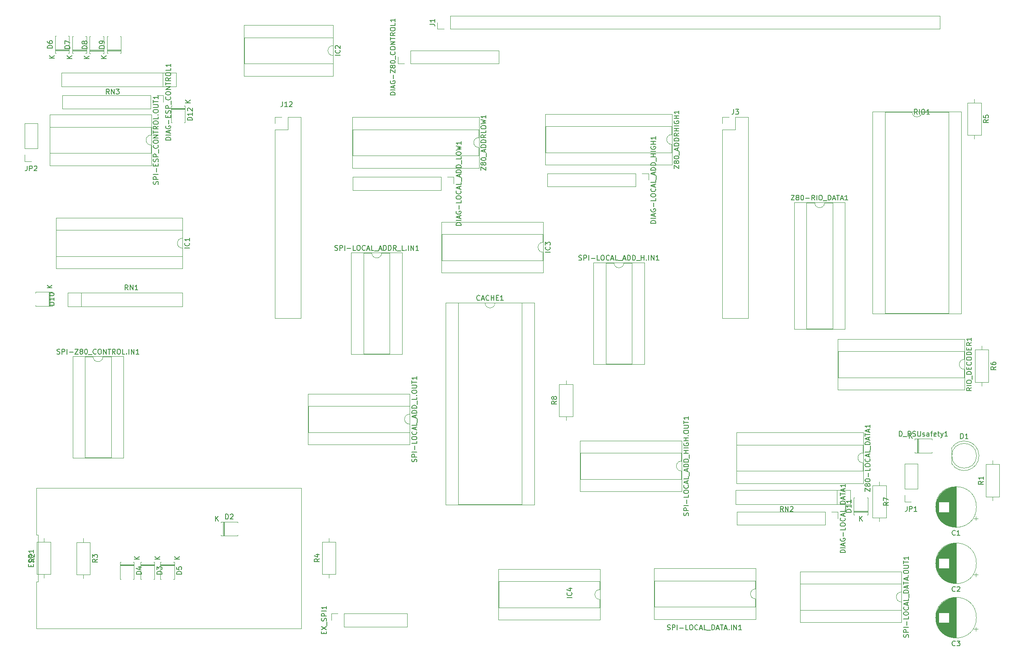
<source format=gbr>
%TF.GenerationSoftware,KiCad,Pcbnew,7.0.2*%
%TF.CreationDate,2023-05-21T12:10:35+01:00*%
%TF.ProjectId,FujiNet_Z80Bus_ReferenceDesign,46756a69-4e65-4745-9f5a-38304275735f,rev?*%
%TF.SameCoordinates,Original*%
%TF.FileFunction,Legend,Top*%
%TF.FilePolarity,Positive*%
%FSLAX46Y46*%
G04 Gerber Fmt 4.6, Leading zero omitted, Abs format (unit mm)*
G04 Created by KiCad (PCBNEW 7.0.2) date 2023-05-21 12:10:35*
%MOMM*%
%LPD*%
G01*
G04 APERTURE LIST*
%ADD10C,0.150000*%
%ADD11C,0.120000*%
G04 APERTURE END LIST*
D10*
%TO.C,D11*%
X232682619Y-133134285D02*
X231682619Y-133134285D01*
X231682619Y-133134285D02*
X231682619Y-132896190D01*
X231682619Y-132896190D02*
X231730238Y-132753333D01*
X231730238Y-132753333D02*
X231825476Y-132658095D01*
X231825476Y-132658095D02*
X231920714Y-132610476D01*
X231920714Y-132610476D02*
X232111190Y-132562857D01*
X232111190Y-132562857D02*
X232254047Y-132562857D01*
X232254047Y-132562857D02*
X232444523Y-132610476D01*
X232444523Y-132610476D02*
X232539761Y-132658095D01*
X232539761Y-132658095D02*
X232635000Y-132753333D01*
X232635000Y-132753333D02*
X232682619Y-132896190D01*
X232682619Y-132896190D02*
X232682619Y-133134285D01*
X232682619Y-131610476D02*
X232682619Y-132181904D01*
X232682619Y-131896190D02*
X231682619Y-131896190D01*
X231682619Y-131896190D02*
X231825476Y-131991428D01*
X231825476Y-131991428D02*
X231920714Y-132086666D01*
X231920714Y-132086666D02*
X231968333Y-132181904D01*
X232682619Y-130658095D02*
X232682619Y-131229523D01*
X232682619Y-130943809D02*
X231682619Y-130943809D01*
X231682619Y-130943809D02*
X231825476Y-131039047D01*
X231825476Y-131039047D02*
X231920714Y-131134285D01*
X231920714Y-131134285D02*
X231968333Y-131229523D01*
X234378095Y-134922619D02*
X234378095Y-133922619D01*
X234949523Y-134922619D02*
X234520952Y-134351190D01*
X234949523Y-133922619D02*
X234378095Y-134494047D01*
%TO.C,DIAG-ESP_CONTROL1*%
X94992619Y-57810475D02*
X93992619Y-57810475D01*
X93992619Y-57810475D02*
X93992619Y-57572380D01*
X93992619Y-57572380D02*
X94040238Y-57429523D01*
X94040238Y-57429523D02*
X94135476Y-57334285D01*
X94135476Y-57334285D02*
X94230714Y-57286666D01*
X94230714Y-57286666D02*
X94421190Y-57239047D01*
X94421190Y-57239047D02*
X94564047Y-57239047D01*
X94564047Y-57239047D02*
X94754523Y-57286666D01*
X94754523Y-57286666D02*
X94849761Y-57334285D01*
X94849761Y-57334285D02*
X94945000Y-57429523D01*
X94945000Y-57429523D02*
X94992619Y-57572380D01*
X94992619Y-57572380D02*
X94992619Y-57810475D01*
X94992619Y-56810475D02*
X93992619Y-56810475D01*
X94706904Y-56381904D02*
X94706904Y-55905714D01*
X94992619Y-56477142D02*
X93992619Y-56143809D01*
X93992619Y-56143809D02*
X94992619Y-55810476D01*
X94040238Y-54953333D02*
X93992619Y-55048571D01*
X93992619Y-55048571D02*
X93992619Y-55191428D01*
X93992619Y-55191428D02*
X94040238Y-55334285D01*
X94040238Y-55334285D02*
X94135476Y-55429523D01*
X94135476Y-55429523D02*
X94230714Y-55477142D01*
X94230714Y-55477142D02*
X94421190Y-55524761D01*
X94421190Y-55524761D02*
X94564047Y-55524761D01*
X94564047Y-55524761D02*
X94754523Y-55477142D01*
X94754523Y-55477142D02*
X94849761Y-55429523D01*
X94849761Y-55429523D02*
X94945000Y-55334285D01*
X94945000Y-55334285D02*
X94992619Y-55191428D01*
X94992619Y-55191428D02*
X94992619Y-55096190D01*
X94992619Y-55096190D02*
X94945000Y-54953333D01*
X94945000Y-54953333D02*
X94897380Y-54905714D01*
X94897380Y-54905714D02*
X94564047Y-54905714D01*
X94564047Y-54905714D02*
X94564047Y-55096190D01*
X94611666Y-54477142D02*
X94611666Y-53715238D01*
X94468809Y-53239047D02*
X94468809Y-52905714D01*
X94992619Y-52762857D02*
X94992619Y-53239047D01*
X94992619Y-53239047D02*
X93992619Y-53239047D01*
X93992619Y-53239047D02*
X93992619Y-52762857D01*
X94945000Y-52381904D02*
X94992619Y-52239047D01*
X94992619Y-52239047D02*
X94992619Y-52000952D01*
X94992619Y-52000952D02*
X94945000Y-51905714D01*
X94945000Y-51905714D02*
X94897380Y-51858095D01*
X94897380Y-51858095D02*
X94802142Y-51810476D01*
X94802142Y-51810476D02*
X94706904Y-51810476D01*
X94706904Y-51810476D02*
X94611666Y-51858095D01*
X94611666Y-51858095D02*
X94564047Y-51905714D01*
X94564047Y-51905714D02*
X94516428Y-52000952D01*
X94516428Y-52000952D02*
X94468809Y-52191428D01*
X94468809Y-52191428D02*
X94421190Y-52286666D01*
X94421190Y-52286666D02*
X94373571Y-52334285D01*
X94373571Y-52334285D02*
X94278333Y-52381904D01*
X94278333Y-52381904D02*
X94183095Y-52381904D01*
X94183095Y-52381904D02*
X94087857Y-52334285D01*
X94087857Y-52334285D02*
X94040238Y-52286666D01*
X94040238Y-52286666D02*
X93992619Y-52191428D01*
X93992619Y-52191428D02*
X93992619Y-51953333D01*
X93992619Y-51953333D02*
X94040238Y-51810476D01*
X94992619Y-51381904D02*
X93992619Y-51381904D01*
X93992619Y-51381904D02*
X93992619Y-51000952D01*
X93992619Y-51000952D02*
X94040238Y-50905714D01*
X94040238Y-50905714D02*
X94087857Y-50858095D01*
X94087857Y-50858095D02*
X94183095Y-50810476D01*
X94183095Y-50810476D02*
X94325952Y-50810476D01*
X94325952Y-50810476D02*
X94421190Y-50858095D01*
X94421190Y-50858095D02*
X94468809Y-50905714D01*
X94468809Y-50905714D02*
X94516428Y-51000952D01*
X94516428Y-51000952D02*
X94516428Y-51381904D01*
X95087857Y-50620000D02*
X95087857Y-49858095D01*
X94897380Y-49048571D02*
X94945000Y-49096190D01*
X94945000Y-49096190D02*
X94992619Y-49239047D01*
X94992619Y-49239047D02*
X94992619Y-49334285D01*
X94992619Y-49334285D02*
X94945000Y-49477142D01*
X94945000Y-49477142D02*
X94849761Y-49572380D01*
X94849761Y-49572380D02*
X94754523Y-49619999D01*
X94754523Y-49619999D02*
X94564047Y-49667618D01*
X94564047Y-49667618D02*
X94421190Y-49667618D01*
X94421190Y-49667618D02*
X94230714Y-49619999D01*
X94230714Y-49619999D02*
X94135476Y-49572380D01*
X94135476Y-49572380D02*
X94040238Y-49477142D01*
X94040238Y-49477142D02*
X93992619Y-49334285D01*
X93992619Y-49334285D02*
X93992619Y-49239047D01*
X93992619Y-49239047D02*
X94040238Y-49096190D01*
X94040238Y-49096190D02*
X94087857Y-49048571D01*
X93992619Y-48429523D02*
X93992619Y-48239047D01*
X93992619Y-48239047D02*
X94040238Y-48143809D01*
X94040238Y-48143809D02*
X94135476Y-48048571D01*
X94135476Y-48048571D02*
X94325952Y-48000952D01*
X94325952Y-48000952D02*
X94659285Y-48000952D01*
X94659285Y-48000952D02*
X94849761Y-48048571D01*
X94849761Y-48048571D02*
X94945000Y-48143809D01*
X94945000Y-48143809D02*
X94992619Y-48239047D01*
X94992619Y-48239047D02*
X94992619Y-48429523D01*
X94992619Y-48429523D02*
X94945000Y-48524761D01*
X94945000Y-48524761D02*
X94849761Y-48619999D01*
X94849761Y-48619999D02*
X94659285Y-48667618D01*
X94659285Y-48667618D02*
X94325952Y-48667618D01*
X94325952Y-48667618D02*
X94135476Y-48619999D01*
X94135476Y-48619999D02*
X94040238Y-48524761D01*
X94040238Y-48524761D02*
X93992619Y-48429523D01*
X94992619Y-47572380D02*
X93992619Y-47572380D01*
X93992619Y-47572380D02*
X94992619Y-47000952D01*
X94992619Y-47000952D02*
X93992619Y-47000952D01*
X93992619Y-46667618D02*
X93992619Y-46096190D01*
X94992619Y-46381904D02*
X93992619Y-46381904D01*
X94992619Y-45191428D02*
X94516428Y-45524761D01*
X94992619Y-45762856D02*
X93992619Y-45762856D01*
X93992619Y-45762856D02*
X93992619Y-45381904D01*
X93992619Y-45381904D02*
X94040238Y-45286666D01*
X94040238Y-45286666D02*
X94087857Y-45239047D01*
X94087857Y-45239047D02*
X94183095Y-45191428D01*
X94183095Y-45191428D02*
X94325952Y-45191428D01*
X94325952Y-45191428D02*
X94421190Y-45239047D01*
X94421190Y-45239047D02*
X94468809Y-45286666D01*
X94468809Y-45286666D02*
X94516428Y-45381904D01*
X94516428Y-45381904D02*
X94516428Y-45762856D01*
X93992619Y-44572380D02*
X93992619Y-44381904D01*
X93992619Y-44381904D02*
X94040238Y-44286666D01*
X94040238Y-44286666D02*
X94135476Y-44191428D01*
X94135476Y-44191428D02*
X94325952Y-44143809D01*
X94325952Y-44143809D02*
X94659285Y-44143809D01*
X94659285Y-44143809D02*
X94849761Y-44191428D01*
X94849761Y-44191428D02*
X94945000Y-44286666D01*
X94945000Y-44286666D02*
X94992619Y-44381904D01*
X94992619Y-44381904D02*
X94992619Y-44572380D01*
X94992619Y-44572380D02*
X94945000Y-44667618D01*
X94945000Y-44667618D02*
X94849761Y-44762856D01*
X94849761Y-44762856D02*
X94659285Y-44810475D01*
X94659285Y-44810475D02*
X94325952Y-44810475D01*
X94325952Y-44810475D02*
X94135476Y-44762856D01*
X94135476Y-44762856D02*
X94040238Y-44667618D01*
X94040238Y-44667618D02*
X93992619Y-44572380D01*
X94992619Y-43239047D02*
X94992619Y-43715237D01*
X94992619Y-43715237D02*
X93992619Y-43715237D01*
X94992619Y-42381904D02*
X94992619Y-42953332D01*
X94992619Y-42667618D02*
X93992619Y-42667618D01*
X93992619Y-42667618D02*
X94135476Y-42762856D01*
X94135476Y-42762856D02*
X94230714Y-42858094D01*
X94230714Y-42858094D02*
X94278333Y-42953332D01*
%TO.C,J12*%
X117650476Y-50022619D02*
X117650476Y-50736904D01*
X117650476Y-50736904D02*
X117602857Y-50879761D01*
X117602857Y-50879761D02*
X117507619Y-50975000D01*
X117507619Y-50975000D02*
X117364762Y-51022619D01*
X117364762Y-51022619D02*
X117269524Y-51022619D01*
X118650476Y-51022619D02*
X118079048Y-51022619D01*
X118364762Y-51022619D02*
X118364762Y-50022619D01*
X118364762Y-50022619D02*
X118269524Y-50165476D01*
X118269524Y-50165476D02*
X118174286Y-50260714D01*
X118174286Y-50260714D02*
X118079048Y-50308333D01*
X119031429Y-50117857D02*
X119079048Y-50070238D01*
X119079048Y-50070238D02*
X119174286Y-50022619D01*
X119174286Y-50022619D02*
X119412381Y-50022619D01*
X119412381Y-50022619D02*
X119507619Y-50070238D01*
X119507619Y-50070238D02*
X119555238Y-50117857D01*
X119555238Y-50117857D02*
X119602857Y-50213095D01*
X119602857Y-50213095D02*
X119602857Y-50308333D01*
X119602857Y-50308333D02*
X119555238Y-50451190D01*
X119555238Y-50451190D02*
X118983810Y-51022619D01*
X118983810Y-51022619D02*
X119602857Y-51022619D01*
%TO.C,DIAG-LOCAL_DATA1*%
X231472619Y-141324761D02*
X230472619Y-141324761D01*
X230472619Y-141324761D02*
X230472619Y-141086666D01*
X230472619Y-141086666D02*
X230520238Y-140943809D01*
X230520238Y-140943809D02*
X230615476Y-140848571D01*
X230615476Y-140848571D02*
X230710714Y-140800952D01*
X230710714Y-140800952D02*
X230901190Y-140753333D01*
X230901190Y-140753333D02*
X231044047Y-140753333D01*
X231044047Y-140753333D02*
X231234523Y-140800952D01*
X231234523Y-140800952D02*
X231329761Y-140848571D01*
X231329761Y-140848571D02*
X231425000Y-140943809D01*
X231425000Y-140943809D02*
X231472619Y-141086666D01*
X231472619Y-141086666D02*
X231472619Y-141324761D01*
X231472619Y-140324761D02*
X230472619Y-140324761D01*
X231186904Y-139896190D02*
X231186904Y-139420000D01*
X231472619Y-139991428D02*
X230472619Y-139658095D01*
X230472619Y-139658095D02*
X231472619Y-139324762D01*
X230520238Y-138467619D02*
X230472619Y-138562857D01*
X230472619Y-138562857D02*
X230472619Y-138705714D01*
X230472619Y-138705714D02*
X230520238Y-138848571D01*
X230520238Y-138848571D02*
X230615476Y-138943809D01*
X230615476Y-138943809D02*
X230710714Y-138991428D01*
X230710714Y-138991428D02*
X230901190Y-139039047D01*
X230901190Y-139039047D02*
X231044047Y-139039047D01*
X231044047Y-139039047D02*
X231234523Y-138991428D01*
X231234523Y-138991428D02*
X231329761Y-138943809D01*
X231329761Y-138943809D02*
X231425000Y-138848571D01*
X231425000Y-138848571D02*
X231472619Y-138705714D01*
X231472619Y-138705714D02*
X231472619Y-138610476D01*
X231472619Y-138610476D02*
X231425000Y-138467619D01*
X231425000Y-138467619D02*
X231377380Y-138420000D01*
X231377380Y-138420000D02*
X231044047Y-138420000D01*
X231044047Y-138420000D02*
X231044047Y-138610476D01*
X231091666Y-137991428D02*
X231091666Y-137229524D01*
X231472619Y-136277143D02*
X231472619Y-136753333D01*
X231472619Y-136753333D02*
X230472619Y-136753333D01*
X230472619Y-135753333D02*
X230472619Y-135562857D01*
X230472619Y-135562857D02*
X230520238Y-135467619D01*
X230520238Y-135467619D02*
X230615476Y-135372381D01*
X230615476Y-135372381D02*
X230805952Y-135324762D01*
X230805952Y-135324762D02*
X231139285Y-135324762D01*
X231139285Y-135324762D02*
X231329761Y-135372381D01*
X231329761Y-135372381D02*
X231425000Y-135467619D01*
X231425000Y-135467619D02*
X231472619Y-135562857D01*
X231472619Y-135562857D02*
X231472619Y-135753333D01*
X231472619Y-135753333D02*
X231425000Y-135848571D01*
X231425000Y-135848571D02*
X231329761Y-135943809D01*
X231329761Y-135943809D02*
X231139285Y-135991428D01*
X231139285Y-135991428D02*
X230805952Y-135991428D01*
X230805952Y-135991428D02*
X230615476Y-135943809D01*
X230615476Y-135943809D02*
X230520238Y-135848571D01*
X230520238Y-135848571D02*
X230472619Y-135753333D01*
X231377380Y-134324762D02*
X231425000Y-134372381D01*
X231425000Y-134372381D02*
X231472619Y-134515238D01*
X231472619Y-134515238D02*
X231472619Y-134610476D01*
X231472619Y-134610476D02*
X231425000Y-134753333D01*
X231425000Y-134753333D02*
X231329761Y-134848571D01*
X231329761Y-134848571D02*
X231234523Y-134896190D01*
X231234523Y-134896190D02*
X231044047Y-134943809D01*
X231044047Y-134943809D02*
X230901190Y-134943809D01*
X230901190Y-134943809D02*
X230710714Y-134896190D01*
X230710714Y-134896190D02*
X230615476Y-134848571D01*
X230615476Y-134848571D02*
X230520238Y-134753333D01*
X230520238Y-134753333D02*
X230472619Y-134610476D01*
X230472619Y-134610476D02*
X230472619Y-134515238D01*
X230472619Y-134515238D02*
X230520238Y-134372381D01*
X230520238Y-134372381D02*
X230567857Y-134324762D01*
X231186904Y-133943809D02*
X231186904Y-133467619D01*
X231472619Y-134039047D02*
X230472619Y-133705714D01*
X230472619Y-133705714D02*
X231472619Y-133372381D01*
X231472619Y-132562857D02*
X231472619Y-133039047D01*
X231472619Y-133039047D02*
X230472619Y-133039047D01*
X231567857Y-132467619D02*
X231567857Y-131705714D01*
X231472619Y-131467618D02*
X230472619Y-131467618D01*
X230472619Y-131467618D02*
X230472619Y-131229523D01*
X230472619Y-131229523D02*
X230520238Y-131086666D01*
X230520238Y-131086666D02*
X230615476Y-130991428D01*
X230615476Y-130991428D02*
X230710714Y-130943809D01*
X230710714Y-130943809D02*
X230901190Y-130896190D01*
X230901190Y-130896190D02*
X231044047Y-130896190D01*
X231044047Y-130896190D02*
X231234523Y-130943809D01*
X231234523Y-130943809D02*
X231329761Y-130991428D01*
X231329761Y-130991428D02*
X231425000Y-131086666D01*
X231425000Y-131086666D02*
X231472619Y-131229523D01*
X231472619Y-131229523D02*
X231472619Y-131467618D01*
X231186904Y-130515237D02*
X231186904Y-130039047D01*
X231472619Y-130610475D02*
X230472619Y-130277142D01*
X230472619Y-130277142D02*
X231472619Y-129943809D01*
X230472619Y-129753332D02*
X230472619Y-129181904D01*
X231472619Y-129467618D02*
X230472619Y-129467618D01*
X231186904Y-128896189D02*
X231186904Y-128419999D01*
X231472619Y-128991427D02*
X230472619Y-128658094D01*
X230472619Y-128658094D02*
X231472619Y-128324761D01*
X231472619Y-127467618D02*
X231472619Y-128039046D01*
X231472619Y-127753332D02*
X230472619Y-127753332D01*
X230472619Y-127753332D02*
X230615476Y-127848570D01*
X230615476Y-127848570D02*
X230710714Y-127943808D01*
X230710714Y-127943808D02*
X230758333Y-128039046D01*
%TO.C,Z80_ADDRHIGH1*%
X196832619Y-63547142D02*
X196832619Y-62880476D01*
X196832619Y-62880476D02*
X197832619Y-63547142D01*
X197832619Y-63547142D02*
X197832619Y-62880476D01*
X197261190Y-62356666D02*
X197213571Y-62451904D01*
X197213571Y-62451904D02*
X197165952Y-62499523D01*
X197165952Y-62499523D02*
X197070714Y-62547142D01*
X197070714Y-62547142D02*
X197023095Y-62547142D01*
X197023095Y-62547142D02*
X196927857Y-62499523D01*
X196927857Y-62499523D02*
X196880238Y-62451904D01*
X196880238Y-62451904D02*
X196832619Y-62356666D01*
X196832619Y-62356666D02*
X196832619Y-62166190D01*
X196832619Y-62166190D02*
X196880238Y-62070952D01*
X196880238Y-62070952D02*
X196927857Y-62023333D01*
X196927857Y-62023333D02*
X197023095Y-61975714D01*
X197023095Y-61975714D02*
X197070714Y-61975714D01*
X197070714Y-61975714D02*
X197165952Y-62023333D01*
X197165952Y-62023333D02*
X197213571Y-62070952D01*
X197213571Y-62070952D02*
X197261190Y-62166190D01*
X197261190Y-62166190D02*
X197261190Y-62356666D01*
X197261190Y-62356666D02*
X197308809Y-62451904D01*
X197308809Y-62451904D02*
X197356428Y-62499523D01*
X197356428Y-62499523D02*
X197451666Y-62547142D01*
X197451666Y-62547142D02*
X197642142Y-62547142D01*
X197642142Y-62547142D02*
X197737380Y-62499523D01*
X197737380Y-62499523D02*
X197785000Y-62451904D01*
X197785000Y-62451904D02*
X197832619Y-62356666D01*
X197832619Y-62356666D02*
X197832619Y-62166190D01*
X197832619Y-62166190D02*
X197785000Y-62070952D01*
X197785000Y-62070952D02*
X197737380Y-62023333D01*
X197737380Y-62023333D02*
X197642142Y-61975714D01*
X197642142Y-61975714D02*
X197451666Y-61975714D01*
X197451666Y-61975714D02*
X197356428Y-62023333D01*
X197356428Y-62023333D02*
X197308809Y-62070952D01*
X197308809Y-62070952D02*
X197261190Y-62166190D01*
X196832619Y-61356666D02*
X196832619Y-61261428D01*
X196832619Y-61261428D02*
X196880238Y-61166190D01*
X196880238Y-61166190D02*
X196927857Y-61118571D01*
X196927857Y-61118571D02*
X197023095Y-61070952D01*
X197023095Y-61070952D02*
X197213571Y-61023333D01*
X197213571Y-61023333D02*
X197451666Y-61023333D01*
X197451666Y-61023333D02*
X197642142Y-61070952D01*
X197642142Y-61070952D02*
X197737380Y-61118571D01*
X197737380Y-61118571D02*
X197785000Y-61166190D01*
X197785000Y-61166190D02*
X197832619Y-61261428D01*
X197832619Y-61261428D02*
X197832619Y-61356666D01*
X197832619Y-61356666D02*
X197785000Y-61451904D01*
X197785000Y-61451904D02*
X197737380Y-61499523D01*
X197737380Y-61499523D02*
X197642142Y-61547142D01*
X197642142Y-61547142D02*
X197451666Y-61594761D01*
X197451666Y-61594761D02*
X197213571Y-61594761D01*
X197213571Y-61594761D02*
X197023095Y-61547142D01*
X197023095Y-61547142D02*
X196927857Y-61499523D01*
X196927857Y-61499523D02*
X196880238Y-61451904D01*
X196880238Y-61451904D02*
X196832619Y-61356666D01*
X197927857Y-60832857D02*
X197927857Y-60070952D01*
X197546904Y-59880475D02*
X197546904Y-59404285D01*
X197832619Y-59975713D02*
X196832619Y-59642380D01*
X196832619Y-59642380D02*
X197832619Y-59309047D01*
X197832619Y-58975713D02*
X196832619Y-58975713D01*
X196832619Y-58975713D02*
X196832619Y-58737618D01*
X196832619Y-58737618D02*
X196880238Y-58594761D01*
X196880238Y-58594761D02*
X196975476Y-58499523D01*
X196975476Y-58499523D02*
X197070714Y-58451904D01*
X197070714Y-58451904D02*
X197261190Y-58404285D01*
X197261190Y-58404285D02*
X197404047Y-58404285D01*
X197404047Y-58404285D02*
X197594523Y-58451904D01*
X197594523Y-58451904D02*
X197689761Y-58499523D01*
X197689761Y-58499523D02*
X197785000Y-58594761D01*
X197785000Y-58594761D02*
X197832619Y-58737618D01*
X197832619Y-58737618D02*
X197832619Y-58975713D01*
X197832619Y-57975713D02*
X196832619Y-57975713D01*
X196832619Y-57975713D02*
X196832619Y-57737618D01*
X196832619Y-57737618D02*
X196880238Y-57594761D01*
X196880238Y-57594761D02*
X196975476Y-57499523D01*
X196975476Y-57499523D02*
X197070714Y-57451904D01*
X197070714Y-57451904D02*
X197261190Y-57404285D01*
X197261190Y-57404285D02*
X197404047Y-57404285D01*
X197404047Y-57404285D02*
X197594523Y-57451904D01*
X197594523Y-57451904D02*
X197689761Y-57499523D01*
X197689761Y-57499523D02*
X197785000Y-57594761D01*
X197785000Y-57594761D02*
X197832619Y-57737618D01*
X197832619Y-57737618D02*
X197832619Y-57975713D01*
X197832619Y-56404285D02*
X197356428Y-56737618D01*
X197832619Y-56975713D02*
X196832619Y-56975713D01*
X196832619Y-56975713D02*
X196832619Y-56594761D01*
X196832619Y-56594761D02*
X196880238Y-56499523D01*
X196880238Y-56499523D02*
X196927857Y-56451904D01*
X196927857Y-56451904D02*
X197023095Y-56404285D01*
X197023095Y-56404285D02*
X197165952Y-56404285D01*
X197165952Y-56404285D02*
X197261190Y-56451904D01*
X197261190Y-56451904D02*
X197308809Y-56499523D01*
X197308809Y-56499523D02*
X197356428Y-56594761D01*
X197356428Y-56594761D02*
X197356428Y-56975713D01*
X197832619Y-55975713D02*
X196832619Y-55975713D01*
X197308809Y-55975713D02*
X197308809Y-55404285D01*
X197832619Y-55404285D02*
X196832619Y-55404285D01*
X197832619Y-54928094D02*
X196832619Y-54928094D01*
X196880238Y-53928095D02*
X196832619Y-54023333D01*
X196832619Y-54023333D02*
X196832619Y-54166190D01*
X196832619Y-54166190D02*
X196880238Y-54309047D01*
X196880238Y-54309047D02*
X196975476Y-54404285D01*
X196975476Y-54404285D02*
X197070714Y-54451904D01*
X197070714Y-54451904D02*
X197261190Y-54499523D01*
X197261190Y-54499523D02*
X197404047Y-54499523D01*
X197404047Y-54499523D02*
X197594523Y-54451904D01*
X197594523Y-54451904D02*
X197689761Y-54404285D01*
X197689761Y-54404285D02*
X197785000Y-54309047D01*
X197785000Y-54309047D02*
X197832619Y-54166190D01*
X197832619Y-54166190D02*
X197832619Y-54070952D01*
X197832619Y-54070952D02*
X197785000Y-53928095D01*
X197785000Y-53928095D02*
X197737380Y-53880476D01*
X197737380Y-53880476D02*
X197404047Y-53880476D01*
X197404047Y-53880476D02*
X197404047Y-54070952D01*
X197832619Y-53451904D02*
X196832619Y-53451904D01*
X197308809Y-53451904D02*
X197308809Y-52880476D01*
X197832619Y-52880476D02*
X196832619Y-52880476D01*
X197832619Y-51880476D02*
X197832619Y-52451904D01*
X197832619Y-52166190D02*
X196832619Y-52166190D01*
X196832619Y-52166190D02*
X196975476Y-52261428D01*
X196975476Y-52261428D02*
X197070714Y-52356666D01*
X197070714Y-52356666D02*
X197118333Y-52451904D01*
%TO.C,R5*%
X260447619Y-53696666D02*
X259971428Y-54029999D01*
X260447619Y-54268094D02*
X259447619Y-54268094D01*
X259447619Y-54268094D02*
X259447619Y-53887142D01*
X259447619Y-53887142D02*
X259495238Y-53791904D01*
X259495238Y-53791904D02*
X259542857Y-53744285D01*
X259542857Y-53744285D02*
X259638095Y-53696666D01*
X259638095Y-53696666D02*
X259780952Y-53696666D01*
X259780952Y-53696666D02*
X259876190Y-53744285D01*
X259876190Y-53744285D02*
X259923809Y-53791904D01*
X259923809Y-53791904D02*
X259971428Y-53887142D01*
X259971428Y-53887142D02*
X259971428Y-54268094D01*
X259447619Y-52791904D02*
X259447619Y-53268094D01*
X259447619Y-53268094D02*
X259923809Y-53315713D01*
X259923809Y-53315713D02*
X259876190Y-53268094D01*
X259876190Y-53268094D02*
X259828571Y-53172856D01*
X259828571Y-53172856D02*
X259828571Y-52934761D01*
X259828571Y-52934761D02*
X259876190Y-52839523D01*
X259876190Y-52839523D02*
X259923809Y-52791904D01*
X259923809Y-52791904D02*
X260019047Y-52744285D01*
X260019047Y-52744285D02*
X260257142Y-52744285D01*
X260257142Y-52744285D02*
X260352380Y-52791904D01*
X260352380Y-52791904D02*
X260400000Y-52839523D01*
X260400000Y-52839523D02*
X260447619Y-52934761D01*
X260447619Y-52934761D02*
X260447619Y-53172856D01*
X260447619Y-53172856D02*
X260400000Y-53268094D01*
X260400000Y-53268094D02*
X260352380Y-53315713D01*
%TO.C,C1*%
X253736033Y-137714680D02*
X253688414Y-137762300D01*
X253688414Y-137762300D02*
X253545557Y-137809919D01*
X253545557Y-137809919D02*
X253450319Y-137809919D01*
X253450319Y-137809919D02*
X253307462Y-137762300D01*
X253307462Y-137762300D02*
X253212224Y-137667061D01*
X253212224Y-137667061D02*
X253164605Y-137571823D01*
X253164605Y-137571823D02*
X253116986Y-137381347D01*
X253116986Y-137381347D02*
X253116986Y-137238490D01*
X253116986Y-137238490D02*
X253164605Y-137048014D01*
X253164605Y-137048014D02*
X253212224Y-136952776D01*
X253212224Y-136952776D02*
X253307462Y-136857538D01*
X253307462Y-136857538D02*
X253450319Y-136809919D01*
X253450319Y-136809919D02*
X253545557Y-136809919D01*
X253545557Y-136809919D02*
X253688414Y-136857538D01*
X253688414Y-136857538D02*
X253736033Y-136905157D01*
X254688414Y-137809919D02*
X254116986Y-137809919D01*
X254402700Y-137809919D02*
X254402700Y-136809919D01*
X254402700Y-136809919D02*
X254307462Y-136952776D01*
X254307462Y-136952776D02*
X254212224Y-137048014D01*
X254212224Y-137048014D02*
X254116986Y-137095633D01*
%TO.C,C3*%
X253736033Y-160117380D02*
X253688414Y-160165000D01*
X253688414Y-160165000D02*
X253545557Y-160212619D01*
X253545557Y-160212619D02*
X253450319Y-160212619D01*
X253450319Y-160212619D02*
X253307462Y-160165000D01*
X253307462Y-160165000D02*
X253212224Y-160069761D01*
X253212224Y-160069761D02*
X253164605Y-159974523D01*
X253164605Y-159974523D02*
X253116986Y-159784047D01*
X253116986Y-159784047D02*
X253116986Y-159641190D01*
X253116986Y-159641190D02*
X253164605Y-159450714D01*
X253164605Y-159450714D02*
X253212224Y-159355476D01*
X253212224Y-159355476D02*
X253307462Y-159260238D01*
X253307462Y-159260238D02*
X253450319Y-159212619D01*
X253450319Y-159212619D02*
X253545557Y-159212619D01*
X253545557Y-159212619D02*
X253688414Y-159260238D01*
X253688414Y-159260238D02*
X253736033Y-159307857D01*
X254069367Y-159212619D02*
X254688414Y-159212619D01*
X254688414Y-159212619D02*
X254355081Y-159593571D01*
X254355081Y-159593571D02*
X254497938Y-159593571D01*
X254497938Y-159593571D02*
X254593176Y-159641190D01*
X254593176Y-159641190D02*
X254640795Y-159688809D01*
X254640795Y-159688809D02*
X254688414Y-159784047D01*
X254688414Y-159784047D02*
X254688414Y-160022142D01*
X254688414Y-160022142D02*
X254640795Y-160117380D01*
X254640795Y-160117380D02*
X254593176Y-160165000D01*
X254593176Y-160165000D02*
X254497938Y-160212619D01*
X254497938Y-160212619D02*
X254212224Y-160212619D01*
X254212224Y-160212619D02*
X254116986Y-160165000D01*
X254116986Y-160165000D02*
X254069367Y-160117380D01*
%TO.C,SPI-Z80_CONTROL.IN1*%
X72024286Y-101085000D02*
X72167143Y-101132619D01*
X72167143Y-101132619D02*
X72405238Y-101132619D01*
X72405238Y-101132619D02*
X72500476Y-101085000D01*
X72500476Y-101085000D02*
X72548095Y-101037380D01*
X72548095Y-101037380D02*
X72595714Y-100942142D01*
X72595714Y-100942142D02*
X72595714Y-100846904D01*
X72595714Y-100846904D02*
X72548095Y-100751666D01*
X72548095Y-100751666D02*
X72500476Y-100704047D01*
X72500476Y-100704047D02*
X72405238Y-100656428D01*
X72405238Y-100656428D02*
X72214762Y-100608809D01*
X72214762Y-100608809D02*
X72119524Y-100561190D01*
X72119524Y-100561190D02*
X72071905Y-100513571D01*
X72071905Y-100513571D02*
X72024286Y-100418333D01*
X72024286Y-100418333D02*
X72024286Y-100323095D01*
X72024286Y-100323095D02*
X72071905Y-100227857D01*
X72071905Y-100227857D02*
X72119524Y-100180238D01*
X72119524Y-100180238D02*
X72214762Y-100132619D01*
X72214762Y-100132619D02*
X72452857Y-100132619D01*
X72452857Y-100132619D02*
X72595714Y-100180238D01*
X73024286Y-101132619D02*
X73024286Y-100132619D01*
X73024286Y-100132619D02*
X73405238Y-100132619D01*
X73405238Y-100132619D02*
X73500476Y-100180238D01*
X73500476Y-100180238D02*
X73548095Y-100227857D01*
X73548095Y-100227857D02*
X73595714Y-100323095D01*
X73595714Y-100323095D02*
X73595714Y-100465952D01*
X73595714Y-100465952D02*
X73548095Y-100561190D01*
X73548095Y-100561190D02*
X73500476Y-100608809D01*
X73500476Y-100608809D02*
X73405238Y-100656428D01*
X73405238Y-100656428D02*
X73024286Y-100656428D01*
X74024286Y-101132619D02*
X74024286Y-100132619D01*
X74500476Y-100751666D02*
X75262381Y-100751666D01*
X75643333Y-100132619D02*
X76309999Y-100132619D01*
X76309999Y-100132619D02*
X75643333Y-101132619D01*
X75643333Y-101132619D02*
X76309999Y-101132619D01*
X76833809Y-100561190D02*
X76738571Y-100513571D01*
X76738571Y-100513571D02*
X76690952Y-100465952D01*
X76690952Y-100465952D02*
X76643333Y-100370714D01*
X76643333Y-100370714D02*
X76643333Y-100323095D01*
X76643333Y-100323095D02*
X76690952Y-100227857D01*
X76690952Y-100227857D02*
X76738571Y-100180238D01*
X76738571Y-100180238D02*
X76833809Y-100132619D01*
X76833809Y-100132619D02*
X77024285Y-100132619D01*
X77024285Y-100132619D02*
X77119523Y-100180238D01*
X77119523Y-100180238D02*
X77167142Y-100227857D01*
X77167142Y-100227857D02*
X77214761Y-100323095D01*
X77214761Y-100323095D02*
X77214761Y-100370714D01*
X77214761Y-100370714D02*
X77167142Y-100465952D01*
X77167142Y-100465952D02*
X77119523Y-100513571D01*
X77119523Y-100513571D02*
X77024285Y-100561190D01*
X77024285Y-100561190D02*
X76833809Y-100561190D01*
X76833809Y-100561190D02*
X76738571Y-100608809D01*
X76738571Y-100608809D02*
X76690952Y-100656428D01*
X76690952Y-100656428D02*
X76643333Y-100751666D01*
X76643333Y-100751666D02*
X76643333Y-100942142D01*
X76643333Y-100942142D02*
X76690952Y-101037380D01*
X76690952Y-101037380D02*
X76738571Y-101085000D01*
X76738571Y-101085000D02*
X76833809Y-101132619D01*
X76833809Y-101132619D02*
X77024285Y-101132619D01*
X77024285Y-101132619D02*
X77119523Y-101085000D01*
X77119523Y-101085000D02*
X77167142Y-101037380D01*
X77167142Y-101037380D02*
X77214761Y-100942142D01*
X77214761Y-100942142D02*
X77214761Y-100751666D01*
X77214761Y-100751666D02*
X77167142Y-100656428D01*
X77167142Y-100656428D02*
X77119523Y-100608809D01*
X77119523Y-100608809D02*
X77024285Y-100561190D01*
X77833809Y-100132619D02*
X77929047Y-100132619D01*
X77929047Y-100132619D02*
X78024285Y-100180238D01*
X78024285Y-100180238D02*
X78071904Y-100227857D01*
X78071904Y-100227857D02*
X78119523Y-100323095D01*
X78119523Y-100323095D02*
X78167142Y-100513571D01*
X78167142Y-100513571D02*
X78167142Y-100751666D01*
X78167142Y-100751666D02*
X78119523Y-100942142D01*
X78119523Y-100942142D02*
X78071904Y-101037380D01*
X78071904Y-101037380D02*
X78024285Y-101085000D01*
X78024285Y-101085000D02*
X77929047Y-101132619D01*
X77929047Y-101132619D02*
X77833809Y-101132619D01*
X77833809Y-101132619D02*
X77738571Y-101085000D01*
X77738571Y-101085000D02*
X77690952Y-101037380D01*
X77690952Y-101037380D02*
X77643333Y-100942142D01*
X77643333Y-100942142D02*
X77595714Y-100751666D01*
X77595714Y-100751666D02*
X77595714Y-100513571D01*
X77595714Y-100513571D02*
X77643333Y-100323095D01*
X77643333Y-100323095D02*
X77690952Y-100227857D01*
X77690952Y-100227857D02*
X77738571Y-100180238D01*
X77738571Y-100180238D02*
X77833809Y-100132619D01*
X78357619Y-101227857D02*
X79119523Y-101227857D01*
X79929047Y-101037380D02*
X79881428Y-101085000D01*
X79881428Y-101085000D02*
X79738571Y-101132619D01*
X79738571Y-101132619D02*
X79643333Y-101132619D01*
X79643333Y-101132619D02*
X79500476Y-101085000D01*
X79500476Y-101085000D02*
X79405238Y-100989761D01*
X79405238Y-100989761D02*
X79357619Y-100894523D01*
X79357619Y-100894523D02*
X79310000Y-100704047D01*
X79310000Y-100704047D02*
X79310000Y-100561190D01*
X79310000Y-100561190D02*
X79357619Y-100370714D01*
X79357619Y-100370714D02*
X79405238Y-100275476D01*
X79405238Y-100275476D02*
X79500476Y-100180238D01*
X79500476Y-100180238D02*
X79643333Y-100132619D01*
X79643333Y-100132619D02*
X79738571Y-100132619D01*
X79738571Y-100132619D02*
X79881428Y-100180238D01*
X79881428Y-100180238D02*
X79929047Y-100227857D01*
X80548095Y-100132619D02*
X80738571Y-100132619D01*
X80738571Y-100132619D02*
X80833809Y-100180238D01*
X80833809Y-100180238D02*
X80929047Y-100275476D01*
X80929047Y-100275476D02*
X80976666Y-100465952D01*
X80976666Y-100465952D02*
X80976666Y-100799285D01*
X80976666Y-100799285D02*
X80929047Y-100989761D01*
X80929047Y-100989761D02*
X80833809Y-101085000D01*
X80833809Y-101085000D02*
X80738571Y-101132619D01*
X80738571Y-101132619D02*
X80548095Y-101132619D01*
X80548095Y-101132619D02*
X80452857Y-101085000D01*
X80452857Y-101085000D02*
X80357619Y-100989761D01*
X80357619Y-100989761D02*
X80310000Y-100799285D01*
X80310000Y-100799285D02*
X80310000Y-100465952D01*
X80310000Y-100465952D02*
X80357619Y-100275476D01*
X80357619Y-100275476D02*
X80452857Y-100180238D01*
X80452857Y-100180238D02*
X80548095Y-100132619D01*
X81405238Y-101132619D02*
X81405238Y-100132619D01*
X81405238Y-100132619D02*
X81976666Y-101132619D01*
X81976666Y-101132619D02*
X81976666Y-100132619D01*
X82310000Y-100132619D02*
X82881428Y-100132619D01*
X82595714Y-101132619D02*
X82595714Y-100132619D01*
X83786190Y-101132619D02*
X83452857Y-100656428D01*
X83214762Y-101132619D02*
X83214762Y-100132619D01*
X83214762Y-100132619D02*
X83595714Y-100132619D01*
X83595714Y-100132619D02*
X83690952Y-100180238D01*
X83690952Y-100180238D02*
X83738571Y-100227857D01*
X83738571Y-100227857D02*
X83786190Y-100323095D01*
X83786190Y-100323095D02*
X83786190Y-100465952D01*
X83786190Y-100465952D02*
X83738571Y-100561190D01*
X83738571Y-100561190D02*
X83690952Y-100608809D01*
X83690952Y-100608809D02*
X83595714Y-100656428D01*
X83595714Y-100656428D02*
X83214762Y-100656428D01*
X84405238Y-100132619D02*
X84595714Y-100132619D01*
X84595714Y-100132619D02*
X84690952Y-100180238D01*
X84690952Y-100180238D02*
X84786190Y-100275476D01*
X84786190Y-100275476D02*
X84833809Y-100465952D01*
X84833809Y-100465952D02*
X84833809Y-100799285D01*
X84833809Y-100799285D02*
X84786190Y-100989761D01*
X84786190Y-100989761D02*
X84690952Y-101085000D01*
X84690952Y-101085000D02*
X84595714Y-101132619D01*
X84595714Y-101132619D02*
X84405238Y-101132619D01*
X84405238Y-101132619D02*
X84310000Y-101085000D01*
X84310000Y-101085000D02*
X84214762Y-100989761D01*
X84214762Y-100989761D02*
X84167143Y-100799285D01*
X84167143Y-100799285D02*
X84167143Y-100465952D01*
X84167143Y-100465952D02*
X84214762Y-100275476D01*
X84214762Y-100275476D02*
X84310000Y-100180238D01*
X84310000Y-100180238D02*
X84405238Y-100132619D01*
X85738571Y-101132619D02*
X85262381Y-101132619D01*
X85262381Y-101132619D02*
X85262381Y-100132619D01*
X86071905Y-101037380D02*
X86119524Y-101085000D01*
X86119524Y-101085000D02*
X86071905Y-101132619D01*
X86071905Y-101132619D02*
X86024286Y-101085000D01*
X86024286Y-101085000D02*
X86071905Y-101037380D01*
X86071905Y-101037380D02*
X86071905Y-101132619D01*
X86548095Y-101132619D02*
X86548095Y-100132619D01*
X87024285Y-101132619D02*
X87024285Y-100132619D01*
X87024285Y-100132619D02*
X87595713Y-101132619D01*
X87595713Y-101132619D02*
X87595713Y-100132619D01*
X88595713Y-101132619D02*
X88024285Y-101132619D01*
X88309999Y-101132619D02*
X88309999Y-100132619D01*
X88309999Y-100132619D02*
X88214761Y-100275476D01*
X88214761Y-100275476D02*
X88119523Y-100370714D01*
X88119523Y-100370714D02*
X88024285Y-100418333D01*
%TO.C,EX_SPI1*%
X126008809Y-157761904D02*
X126008809Y-157428571D01*
X126532619Y-157285714D02*
X126532619Y-157761904D01*
X126532619Y-157761904D02*
X125532619Y-157761904D01*
X125532619Y-157761904D02*
X125532619Y-157285714D01*
X125532619Y-156952380D02*
X126532619Y-156285714D01*
X125532619Y-156285714D02*
X126532619Y-156952380D01*
X126627857Y-156142857D02*
X126627857Y-155380952D01*
X126485000Y-155190475D02*
X126532619Y-155047618D01*
X126532619Y-155047618D02*
X126532619Y-154809523D01*
X126532619Y-154809523D02*
X126485000Y-154714285D01*
X126485000Y-154714285D02*
X126437380Y-154666666D01*
X126437380Y-154666666D02*
X126342142Y-154619047D01*
X126342142Y-154619047D02*
X126246904Y-154619047D01*
X126246904Y-154619047D02*
X126151666Y-154666666D01*
X126151666Y-154666666D02*
X126104047Y-154714285D01*
X126104047Y-154714285D02*
X126056428Y-154809523D01*
X126056428Y-154809523D02*
X126008809Y-154999999D01*
X126008809Y-154999999D02*
X125961190Y-155095237D01*
X125961190Y-155095237D02*
X125913571Y-155142856D01*
X125913571Y-155142856D02*
X125818333Y-155190475D01*
X125818333Y-155190475D02*
X125723095Y-155190475D01*
X125723095Y-155190475D02*
X125627857Y-155142856D01*
X125627857Y-155142856D02*
X125580238Y-155095237D01*
X125580238Y-155095237D02*
X125532619Y-154999999D01*
X125532619Y-154999999D02*
X125532619Y-154761904D01*
X125532619Y-154761904D02*
X125580238Y-154619047D01*
X126532619Y-154190475D02*
X125532619Y-154190475D01*
X125532619Y-154190475D02*
X125532619Y-153809523D01*
X125532619Y-153809523D02*
X125580238Y-153714285D01*
X125580238Y-153714285D02*
X125627857Y-153666666D01*
X125627857Y-153666666D02*
X125723095Y-153619047D01*
X125723095Y-153619047D02*
X125865952Y-153619047D01*
X125865952Y-153619047D02*
X125961190Y-153666666D01*
X125961190Y-153666666D02*
X126008809Y-153714285D01*
X126008809Y-153714285D02*
X126056428Y-153809523D01*
X126056428Y-153809523D02*
X126056428Y-154190475D01*
X126532619Y-153190475D02*
X125532619Y-153190475D01*
X126532619Y-152190476D02*
X126532619Y-152761904D01*
X126532619Y-152476190D02*
X125532619Y-152476190D01*
X125532619Y-152476190D02*
X125675476Y-152571428D01*
X125675476Y-152571428D02*
X125770714Y-152666666D01*
X125770714Y-152666666D02*
X125818333Y-152761904D01*
%TO.C,DIAG-LOCAL_ADD_LOW1*%
X153752619Y-75096190D02*
X152752619Y-75096190D01*
X152752619Y-75096190D02*
X152752619Y-74858095D01*
X152752619Y-74858095D02*
X152800238Y-74715238D01*
X152800238Y-74715238D02*
X152895476Y-74620000D01*
X152895476Y-74620000D02*
X152990714Y-74572381D01*
X152990714Y-74572381D02*
X153181190Y-74524762D01*
X153181190Y-74524762D02*
X153324047Y-74524762D01*
X153324047Y-74524762D02*
X153514523Y-74572381D01*
X153514523Y-74572381D02*
X153609761Y-74620000D01*
X153609761Y-74620000D02*
X153705000Y-74715238D01*
X153705000Y-74715238D02*
X153752619Y-74858095D01*
X153752619Y-74858095D02*
X153752619Y-75096190D01*
X153752619Y-74096190D02*
X152752619Y-74096190D01*
X153466904Y-73667619D02*
X153466904Y-73191429D01*
X153752619Y-73762857D02*
X152752619Y-73429524D01*
X152752619Y-73429524D02*
X153752619Y-73096191D01*
X152800238Y-72239048D02*
X152752619Y-72334286D01*
X152752619Y-72334286D02*
X152752619Y-72477143D01*
X152752619Y-72477143D02*
X152800238Y-72620000D01*
X152800238Y-72620000D02*
X152895476Y-72715238D01*
X152895476Y-72715238D02*
X152990714Y-72762857D01*
X152990714Y-72762857D02*
X153181190Y-72810476D01*
X153181190Y-72810476D02*
X153324047Y-72810476D01*
X153324047Y-72810476D02*
X153514523Y-72762857D01*
X153514523Y-72762857D02*
X153609761Y-72715238D01*
X153609761Y-72715238D02*
X153705000Y-72620000D01*
X153705000Y-72620000D02*
X153752619Y-72477143D01*
X153752619Y-72477143D02*
X153752619Y-72381905D01*
X153752619Y-72381905D02*
X153705000Y-72239048D01*
X153705000Y-72239048D02*
X153657380Y-72191429D01*
X153657380Y-72191429D02*
X153324047Y-72191429D01*
X153324047Y-72191429D02*
X153324047Y-72381905D01*
X153371666Y-71762857D02*
X153371666Y-71000953D01*
X153752619Y-70048572D02*
X153752619Y-70524762D01*
X153752619Y-70524762D02*
X152752619Y-70524762D01*
X152752619Y-69524762D02*
X152752619Y-69334286D01*
X152752619Y-69334286D02*
X152800238Y-69239048D01*
X152800238Y-69239048D02*
X152895476Y-69143810D01*
X152895476Y-69143810D02*
X153085952Y-69096191D01*
X153085952Y-69096191D02*
X153419285Y-69096191D01*
X153419285Y-69096191D02*
X153609761Y-69143810D01*
X153609761Y-69143810D02*
X153705000Y-69239048D01*
X153705000Y-69239048D02*
X153752619Y-69334286D01*
X153752619Y-69334286D02*
X153752619Y-69524762D01*
X153752619Y-69524762D02*
X153705000Y-69620000D01*
X153705000Y-69620000D02*
X153609761Y-69715238D01*
X153609761Y-69715238D02*
X153419285Y-69762857D01*
X153419285Y-69762857D02*
X153085952Y-69762857D01*
X153085952Y-69762857D02*
X152895476Y-69715238D01*
X152895476Y-69715238D02*
X152800238Y-69620000D01*
X152800238Y-69620000D02*
X152752619Y-69524762D01*
X153657380Y-68096191D02*
X153705000Y-68143810D01*
X153705000Y-68143810D02*
X153752619Y-68286667D01*
X153752619Y-68286667D02*
X153752619Y-68381905D01*
X153752619Y-68381905D02*
X153705000Y-68524762D01*
X153705000Y-68524762D02*
X153609761Y-68620000D01*
X153609761Y-68620000D02*
X153514523Y-68667619D01*
X153514523Y-68667619D02*
X153324047Y-68715238D01*
X153324047Y-68715238D02*
X153181190Y-68715238D01*
X153181190Y-68715238D02*
X152990714Y-68667619D01*
X152990714Y-68667619D02*
X152895476Y-68620000D01*
X152895476Y-68620000D02*
X152800238Y-68524762D01*
X152800238Y-68524762D02*
X152752619Y-68381905D01*
X152752619Y-68381905D02*
X152752619Y-68286667D01*
X152752619Y-68286667D02*
X152800238Y-68143810D01*
X152800238Y-68143810D02*
X152847857Y-68096191D01*
X153466904Y-67715238D02*
X153466904Y-67239048D01*
X153752619Y-67810476D02*
X152752619Y-67477143D01*
X152752619Y-67477143D02*
X153752619Y-67143810D01*
X153752619Y-66334286D02*
X153752619Y-66810476D01*
X153752619Y-66810476D02*
X152752619Y-66810476D01*
X153847857Y-66239048D02*
X153847857Y-65477143D01*
X153466904Y-65286666D02*
X153466904Y-64810476D01*
X153752619Y-65381904D02*
X152752619Y-65048571D01*
X152752619Y-65048571D02*
X153752619Y-64715238D01*
X153752619Y-64381904D02*
X152752619Y-64381904D01*
X152752619Y-64381904D02*
X152752619Y-64143809D01*
X152752619Y-64143809D02*
X152800238Y-64000952D01*
X152800238Y-64000952D02*
X152895476Y-63905714D01*
X152895476Y-63905714D02*
X152990714Y-63858095D01*
X152990714Y-63858095D02*
X153181190Y-63810476D01*
X153181190Y-63810476D02*
X153324047Y-63810476D01*
X153324047Y-63810476D02*
X153514523Y-63858095D01*
X153514523Y-63858095D02*
X153609761Y-63905714D01*
X153609761Y-63905714D02*
X153705000Y-64000952D01*
X153705000Y-64000952D02*
X153752619Y-64143809D01*
X153752619Y-64143809D02*
X153752619Y-64381904D01*
X153752619Y-63381904D02*
X152752619Y-63381904D01*
X152752619Y-63381904D02*
X152752619Y-63143809D01*
X152752619Y-63143809D02*
X152800238Y-63000952D01*
X152800238Y-63000952D02*
X152895476Y-62905714D01*
X152895476Y-62905714D02*
X152990714Y-62858095D01*
X152990714Y-62858095D02*
X153181190Y-62810476D01*
X153181190Y-62810476D02*
X153324047Y-62810476D01*
X153324047Y-62810476D02*
X153514523Y-62858095D01*
X153514523Y-62858095D02*
X153609761Y-62905714D01*
X153609761Y-62905714D02*
X153705000Y-63000952D01*
X153705000Y-63000952D02*
X153752619Y-63143809D01*
X153752619Y-63143809D02*
X153752619Y-63381904D01*
X153847857Y-62620000D02*
X153847857Y-61858095D01*
X153752619Y-61143809D02*
X153752619Y-61619999D01*
X153752619Y-61619999D02*
X152752619Y-61619999D01*
X152752619Y-60619999D02*
X152752619Y-60429523D01*
X152752619Y-60429523D02*
X152800238Y-60334285D01*
X152800238Y-60334285D02*
X152895476Y-60239047D01*
X152895476Y-60239047D02*
X153085952Y-60191428D01*
X153085952Y-60191428D02*
X153419285Y-60191428D01*
X153419285Y-60191428D02*
X153609761Y-60239047D01*
X153609761Y-60239047D02*
X153705000Y-60334285D01*
X153705000Y-60334285D02*
X153752619Y-60429523D01*
X153752619Y-60429523D02*
X153752619Y-60619999D01*
X153752619Y-60619999D02*
X153705000Y-60715237D01*
X153705000Y-60715237D02*
X153609761Y-60810475D01*
X153609761Y-60810475D02*
X153419285Y-60858094D01*
X153419285Y-60858094D02*
X153085952Y-60858094D01*
X153085952Y-60858094D02*
X152895476Y-60810475D01*
X152895476Y-60810475D02*
X152800238Y-60715237D01*
X152800238Y-60715237D02*
X152752619Y-60619999D01*
X152752619Y-59858094D02*
X153752619Y-59619999D01*
X153752619Y-59619999D02*
X153038333Y-59429523D01*
X153038333Y-59429523D02*
X153752619Y-59239047D01*
X153752619Y-59239047D02*
X152752619Y-59000952D01*
X153752619Y-58096190D02*
X153752619Y-58667618D01*
X153752619Y-58381904D02*
X152752619Y-58381904D01*
X152752619Y-58381904D02*
X152895476Y-58477142D01*
X152895476Y-58477142D02*
X152990714Y-58572380D01*
X152990714Y-58572380D02*
X153038333Y-58667618D01*
%TO.C,JP2*%
X65966666Y-63032619D02*
X65966666Y-63746904D01*
X65966666Y-63746904D02*
X65919047Y-63889761D01*
X65919047Y-63889761D02*
X65823809Y-63985000D01*
X65823809Y-63985000D02*
X65680952Y-64032619D01*
X65680952Y-64032619D02*
X65585714Y-64032619D01*
X66442857Y-64032619D02*
X66442857Y-63032619D01*
X66442857Y-63032619D02*
X66823809Y-63032619D01*
X66823809Y-63032619D02*
X66919047Y-63080238D01*
X66919047Y-63080238D02*
X66966666Y-63127857D01*
X66966666Y-63127857D02*
X67014285Y-63223095D01*
X67014285Y-63223095D02*
X67014285Y-63365952D01*
X67014285Y-63365952D02*
X66966666Y-63461190D01*
X66966666Y-63461190D02*
X66919047Y-63508809D01*
X66919047Y-63508809D02*
X66823809Y-63556428D01*
X66823809Y-63556428D02*
X66442857Y-63556428D01*
X67395238Y-63127857D02*
X67442857Y-63080238D01*
X67442857Y-63080238D02*
X67538095Y-63032619D01*
X67538095Y-63032619D02*
X67776190Y-63032619D01*
X67776190Y-63032619D02*
X67871428Y-63080238D01*
X67871428Y-63080238D02*
X67919047Y-63127857D01*
X67919047Y-63127857D02*
X67966666Y-63223095D01*
X67966666Y-63223095D02*
X67966666Y-63318333D01*
X67966666Y-63318333D02*
X67919047Y-63461190D01*
X67919047Y-63461190D02*
X67347619Y-64032619D01*
X67347619Y-64032619D02*
X67966666Y-64032619D01*
%TO.C,D3*%
X93212619Y-145698094D02*
X92212619Y-145698094D01*
X92212619Y-145698094D02*
X92212619Y-145459999D01*
X92212619Y-145459999D02*
X92260238Y-145317142D01*
X92260238Y-145317142D02*
X92355476Y-145221904D01*
X92355476Y-145221904D02*
X92450714Y-145174285D01*
X92450714Y-145174285D02*
X92641190Y-145126666D01*
X92641190Y-145126666D02*
X92784047Y-145126666D01*
X92784047Y-145126666D02*
X92974523Y-145174285D01*
X92974523Y-145174285D02*
X93069761Y-145221904D01*
X93069761Y-145221904D02*
X93165000Y-145317142D01*
X93165000Y-145317142D02*
X93212619Y-145459999D01*
X93212619Y-145459999D02*
X93212619Y-145698094D01*
X92212619Y-144793332D02*
X92212619Y-144174285D01*
X92212619Y-144174285D02*
X92593571Y-144507618D01*
X92593571Y-144507618D02*
X92593571Y-144364761D01*
X92593571Y-144364761D02*
X92641190Y-144269523D01*
X92641190Y-144269523D02*
X92688809Y-144221904D01*
X92688809Y-144221904D02*
X92784047Y-144174285D01*
X92784047Y-144174285D02*
X93022142Y-144174285D01*
X93022142Y-144174285D02*
X93117380Y-144221904D01*
X93117380Y-144221904D02*
X93165000Y-144269523D01*
X93165000Y-144269523D02*
X93212619Y-144364761D01*
X93212619Y-144364761D02*
X93212619Y-144650475D01*
X93212619Y-144650475D02*
X93165000Y-144745713D01*
X93165000Y-144745713D02*
X93117380Y-144793332D01*
X92792619Y-142681904D02*
X91792619Y-142681904D01*
X92792619Y-142110476D02*
X92221190Y-142539047D01*
X91792619Y-142110476D02*
X92364047Y-142681904D01*
%TO.C,RIO_DECODER1*%
X257027619Y-107958095D02*
X256551428Y-108291428D01*
X257027619Y-108529523D02*
X256027619Y-108529523D01*
X256027619Y-108529523D02*
X256027619Y-108148571D01*
X256027619Y-108148571D02*
X256075238Y-108053333D01*
X256075238Y-108053333D02*
X256122857Y-108005714D01*
X256122857Y-108005714D02*
X256218095Y-107958095D01*
X256218095Y-107958095D02*
X256360952Y-107958095D01*
X256360952Y-107958095D02*
X256456190Y-108005714D01*
X256456190Y-108005714D02*
X256503809Y-108053333D01*
X256503809Y-108053333D02*
X256551428Y-108148571D01*
X256551428Y-108148571D02*
X256551428Y-108529523D01*
X257027619Y-107529523D02*
X256027619Y-107529523D01*
X256027619Y-106862857D02*
X256027619Y-106672381D01*
X256027619Y-106672381D02*
X256075238Y-106577143D01*
X256075238Y-106577143D02*
X256170476Y-106481905D01*
X256170476Y-106481905D02*
X256360952Y-106434286D01*
X256360952Y-106434286D02*
X256694285Y-106434286D01*
X256694285Y-106434286D02*
X256884761Y-106481905D01*
X256884761Y-106481905D02*
X256980000Y-106577143D01*
X256980000Y-106577143D02*
X257027619Y-106672381D01*
X257027619Y-106672381D02*
X257027619Y-106862857D01*
X257027619Y-106862857D02*
X256980000Y-106958095D01*
X256980000Y-106958095D02*
X256884761Y-107053333D01*
X256884761Y-107053333D02*
X256694285Y-107100952D01*
X256694285Y-107100952D02*
X256360952Y-107100952D01*
X256360952Y-107100952D02*
X256170476Y-107053333D01*
X256170476Y-107053333D02*
X256075238Y-106958095D01*
X256075238Y-106958095D02*
X256027619Y-106862857D01*
X257122857Y-106243810D02*
X257122857Y-105481905D01*
X257027619Y-105243809D02*
X256027619Y-105243809D01*
X256027619Y-105243809D02*
X256027619Y-105005714D01*
X256027619Y-105005714D02*
X256075238Y-104862857D01*
X256075238Y-104862857D02*
X256170476Y-104767619D01*
X256170476Y-104767619D02*
X256265714Y-104720000D01*
X256265714Y-104720000D02*
X256456190Y-104672381D01*
X256456190Y-104672381D02*
X256599047Y-104672381D01*
X256599047Y-104672381D02*
X256789523Y-104720000D01*
X256789523Y-104720000D02*
X256884761Y-104767619D01*
X256884761Y-104767619D02*
X256980000Y-104862857D01*
X256980000Y-104862857D02*
X257027619Y-105005714D01*
X257027619Y-105005714D02*
X257027619Y-105243809D01*
X256503809Y-104243809D02*
X256503809Y-103910476D01*
X257027619Y-103767619D02*
X257027619Y-104243809D01*
X257027619Y-104243809D02*
X256027619Y-104243809D01*
X256027619Y-104243809D02*
X256027619Y-103767619D01*
X256932380Y-102767619D02*
X256980000Y-102815238D01*
X256980000Y-102815238D02*
X257027619Y-102958095D01*
X257027619Y-102958095D02*
X257027619Y-103053333D01*
X257027619Y-103053333D02*
X256980000Y-103196190D01*
X256980000Y-103196190D02*
X256884761Y-103291428D01*
X256884761Y-103291428D02*
X256789523Y-103339047D01*
X256789523Y-103339047D02*
X256599047Y-103386666D01*
X256599047Y-103386666D02*
X256456190Y-103386666D01*
X256456190Y-103386666D02*
X256265714Y-103339047D01*
X256265714Y-103339047D02*
X256170476Y-103291428D01*
X256170476Y-103291428D02*
X256075238Y-103196190D01*
X256075238Y-103196190D02*
X256027619Y-103053333D01*
X256027619Y-103053333D02*
X256027619Y-102958095D01*
X256027619Y-102958095D02*
X256075238Y-102815238D01*
X256075238Y-102815238D02*
X256122857Y-102767619D01*
X256027619Y-102148571D02*
X256027619Y-101958095D01*
X256027619Y-101958095D02*
X256075238Y-101862857D01*
X256075238Y-101862857D02*
X256170476Y-101767619D01*
X256170476Y-101767619D02*
X256360952Y-101720000D01*
X256360952Y-101720000D02*
X256694285Y-101720000D01*
X256694285Y-101720000D02*
X256884761Y-101767619D01*
X256884761Y-101767619D02*
X256980000Y-101862857D01*
X256980000Y-101862857D02*
X257027619Y-101958095D01*
X257027619Y-101958095D02*
X257027619Y-102148571D01*
X257027619Y-102148571D02*
X256980000Y-102243809D01*
X256980000Y-102243809D02*
X256884761Y-102339047D01*
X256884761Y-102339047D02*
X256694285Y-102386666D01*
X256694285Y-102386666D02*
X256360952Y-102386666D01*
X256360952Y-102386666D02*
X256170476Y-102339047D01*
X256170476Y-102339047D02*
X256075238Y-102243809D01*
X256075238Y-102243809D02*
X256027619Y-102148571D01*
X257027619Y-101291428D02*
X256027619Y-101291428D01*
X256027619Y-101291428D02*
X256027619Y-101053333D01*
X256027619Y-101053333D02*
X256075238Y-100910476D01*
X256075238Y-100910476D02*
X256170476Y-100815238D01*
X256170476Y-100815238D02*
X256265714Y-100767619D01*
X256265714Y-100767619D02*
X256456190Y-100720000D01*
X256456190Y-100720000D02*
X256599047Y-100720000D01*
X256599047Y-100720000D02*
X256789523Y-100767619D01*
X256789523Y-100767619D02*
X256884761Y-100815238D01*
X256884761Y-100815238D02*
X256980000Y-100910476D01*
X256980000Y-100910476D02*
X257027619Y-101053333D01*
X257027619Y-101053333D02*
X257027619Y-101291428D01*
X256503809Y-100291428D02*
X256503809Y-99958095D01*
X257027619Y-99815238D02*
X257027619Y-100291428D01*
X257027619Y-100291428D02*
X256027619Y-100291428D01*
X256027619Y-100291428D02*
X256027619Y-99815238D01*
X257027619Y-98815238D02*
X256551428Y-99148571D01*
X257027619Y-99386666D02*
X256027619Y-99386666D01*
X256027619Y-99386666D02*
X256027619Y-99005714D01*
X256027619Y-99005714D02*
X256075238Y-98910476D01*
X256075238Y-98910476D02*
X256122857Y-98862857D01*
X256122857Y-98862857D02*
X256218095Y-98815238D01*
X256218095Y-98815238D02*
X256360952Y-98815238D01*
X256360952Y-98815238D02*
X256456190Y-98862857D01*
X256456190Y-98862857D02*
X256503809Y-98910476D01*
X256503809Y-98910476D02*
X256551428Y-99005714D01*
X256551428Y-99005714D02*
X256551428Y-99386666D01*
X257027619Y-97862857D02*
X257027619Y-98434285D01*
X257027619Y-98148571D02*
X256027619Y-98148571D01*
X256027619Y-98148571D02*
X256170476Y-98243809D01*
X256170476Y-98243809D02*
X256265714Y-98339047D01*
X256265714Y-98339047D02*
X256313333Y-98434285D01*
%TO.C,RN2*%
X218944523Y-132982619D02*
X218611190Y-132506428D01*
X218373095Y-132982619D02*
X218373095Y-131982619D01*
X218373095Y-131982619D02*
X218754047Y-131982619D01*
X218754047Y-131982619D02*
X218849285Y-132030238D01*
X218849285Y-132030238D02*
X218896904Y-132077857D01*
X218896904Y-132077857D02*
X218944523Y-132173095D01*
X218944523Y-132173095D02*
X218944523Y-132315952D01*
X218944523Y-132315952D02*
X218896904Y-132411190D01*
X218896904Y-132411190D02*
X218849285Y-132458809D01*
X218849285Y-132458809D02*
X218754047Y-132506428D01*
X218754047Y-132506428D02*
X218373095Y-132506428D01*
X219373095Y-132982619D02*
X219373095Y-131982619D01*
X219373095Y-131982619D02*
X219944523Y-132982619D01*
X219944523Y-132982619D02*
X219944523Y-131982619D01*
X220373095Y-132077857D02*
X220420714Y-132030238D01*
X220420714Y-132030238D02*
X220515952Y-131982619D01*
X220515952Y-131982619D02*
X220754047Y-131982619D01*
X220754047Y-131982619D02*
X220849285Y-132030238D01*
X220849285Y-132030238D02*
X220896904Y-132077857D01*
X220896904Y-132077857D02*
X220944523Y-132173095D01*
X220944523Y-132173095D02*
X220944523Y-132268333D01*
X220944523Y-132268333D02*
X220896904Y-132411190D01*
X220896904Y-132411190D02*
X220325476Y-132982619D01*
X220325476Y-132982619D02*
X220944523Y-132982619D01*
%TO.C,JP1*%
X243991666Y-131959719D02*
X243991666Y-132674004D01*
X243991666Y-132674004D02*
X243944047Y-132816861D01*
X243944047Y-132816861D02*
X243848809Y-132912100D01*
X243848809Y-132912100D02*
X243705952Y-132959719D01*
X243705952Y-132959719D02*
X243610714Y-132959719D01*
X244467857Y-132959719D02*
X244467857Y-131959719D01*
X244467857Y-131959719D02*
X244848809Y-131959719D01*
X244848809Y-131959719D02*
X244944047Y-132007338D01*
X244944047Y-132007338D02*
X244991666Y-132054957D01*
X244991666Y-132054957D02*
X245039285Y-132150195D01*
X245039285Y-132150195D02*
X245039285Y-132293052D01*
X245039285Y-132293052D02*
X244991666Y-132388290D01*
X244991666Y-132388290D02*
X244944047Y-132435909D01*
X244944047Y-132435909D02*
X244848809Y-132483528D01*
X244848809Y-132483528D02*
X244467857Y-132483528D01*
X245991666Y-132959719D02*
X245420238Y-132959719D01*
X245705952Y-132959719D02*
X245705952Y-131959719D01*
X245705952Y-131959719D02*
X245610714Y-132102576D01*
X245610714Y-132102576D02*
X245515476Y-132197814D01*
X245515476Y-132197814D02*
X245420238Y-132245433D01*
%TO.C,SPI-LOCAL_DATA.IN1*%
X195500000Y-156915000D02*
X195642857Y-156962619D01*
X195642857Y-156962619D02*
X195880952Y-156962619D01*
X195880952Y-156962619D02*
X195976190Y-156915000D01*
X195976190Y-156915000D02*
X196023809Y-156867380D01*
X196023809Y-156867380D02*
X196071428Y-156772142D01*
X196071428Y-156772142D02*
X196071428Y-156676904D01*
X196071428Y-156676904D02*
X196023809Y-156581666D01*
X196023809Y-156581666D02*
X195976190Y-156534047D01*
X195976190Y-156534047D02*
X195880952Y-156486428D01*
X195880952Y-156486428D02*
X195690476Y-156438809D01*
X195690476Y-156438809D02*
X195595238Y-156391190D01*
X195595238Y-156391190D02*
X195547619Y-156343571D01*
X195547619Y-156343571D02*
X195500000Y-156248333D01*
X195500000Y-156248333D02*
X195500000Y-156153095D01*
X195500000Y-156153095D02*
X195547619Y-156057857D01*
X195547619Y-156057857D02*
X195595238Y-156010238D01*
X195595238Y-156010238D02*
X195690476Y-155962619D01*
X195690476Y-155962619D02*
X195928571Y-155962619D01*
X195928571Y-155962619D02*
X196071428Y-156010238D01*
X196500000Y-156962619D02*
X196500000Y-155962619D01*
X196500000Y-155962619D02*
X196880952Y-155962619D01*
X196880952Y-155962619D02*
X196976190Y-156010238D01*
X196976190Y-156010238D02*
X197023809Y-156057857D01*
X197023809Y-156057857D02*
X197071428Y-156153095D01*
X197071428Y-156153095D02*
X197071428Y-156295952D01*
X197071428Y-156295952D02*
X197023809Y-156391190D01*
X197023809Y-156391190D02*
X196976190Y-156438809D01*
X196976190Y-156438809D02*
X196880952Y-156486428D01*
X196880952Y-156486428D02*
X196500000Y-156486428D01*
X197500000Y-156962619D02*
X197500000Y-155962619D01*
X197976190Y-156581666D02*
X198738095Y-156581666D01*
X199690475Y-156962619D02*
X199214285Y-156962619D01*
X199214285Y-156962619D02*
X199214285Y-155962619D01*
X200214285Y-155962619D02*
X200404761Y-155962619D01*
X200404761Y-155962619D02*
X200499999Y-156010238D01*
X200499999Y-156010238D02*
X200595237Y-156105476D01*
X200595237Y-156105476D02*
X200642856Y-156295952D01*
X200642856Y-156295952D02*
X200642856Y-156629285D01*
X200642856Y-156629285D02*
X200595237Y-156819761D01*
X200595237Y-156819761D02*
X200499999Y-156915000D01*
X200499999Y-156915000D02*
X200404761Y-156962619D01*
X200404761Y-156962619D02*
X200214285Y-156962619D01*
X200214285Y-156962619D02*
X200119047Y-156915000D01*
X200119047Y-156915000D02*
X200023809Y-156819761D01*
X200023809Y-156819761D02*
X199976190Y-156629285D01*
X199976190Y-156629285D02*
X199976190Y-156295952D01*
X199976190Y-156295952D02*
X200023809Y-156105476D01*
X200023809Y-156105476D02*
X200119047Y-156010238D01*
X200119047Y-156010238D02*
X200214285Y-155962619D01*
X201642856Y-156867380D02*
X201595237Y-156915000D01*
X201595237Y-156915000D02*
X201452380Y-156962619D01*
X201452380Y-156962619D02*
X201357142Y-156962619D01*
X201357142Y-156962619D02*
X201214285Y-156915000D01*
X201214285Y-156915000D02*
X201119047Y-156819761D01*
X201119047Y-156819761D02*
X201071428Y-156724523D01*
X201071428Y-156724523D02*
X201023809Y-156534047D01*
X201023809Y-156534047D02*
X201023809Y-156391190D01*
X201023809Y-156391190D02*
X201071428Y-156200714D01*
X201071428Y-156200714D02*
X201119047Y-156105476D01*
X201119047Y-156105476D02*
X201214285Y-156010238D01*
X201214285Y-156010238D02*
X201357142Y-155962619D01*
X201357142Y-155962619D02*
X201452380Y-155962619D01*
X201452380Y-155962619D02*
X201595237Y-156010238D01*
X201595237Y-156010238D02*
X201642856Y-156057857D01*
X202023809Y-156676904D02*
X202499999Y-156676904D01*
X201928571Y-156962619D02*
X202261904Y-155962619D01*
X202261904Y-155962619D02*
X202595237Y-156962619D01*
X203404761Y-156962619D02*
X202928571Y-156962619D01*
X202928571Y-156962619D02*
X202928571Y-155962619D01*
X203500000Y-157057857D02*
X204261904Y-157057857D01*
X204500000Y-156962619D02*
X204500000Y-155962619D01*
X204500000Y-155962619D02*
X204738095Y-155962619D01*
X204738095Y-155962619D02*
X204880952Y-156010238D01*
X204880952Y-156010238D02*
X204976190Y-156105476D01*
X204976190Y-156105476D02*
X205023809Y-156200714D01*
X205023809Y-156200714D02*
X205071428Y-156391190D01*
X205071428Y-156391190D02*
X205071428Y-156534047D01*
X205071428Y-156534047D02*
X205023809Y-156724523D01*
X205023809Y-156724523D02*
X204976190Y-156819761D01*
X204976190Y-156819761D02*
X204880952Y-156915000D01*
X204880952Y-156915000D02*
X204738095Y-156962619D01*
X204738095Y-156962619D02*
X204500000Y-156962619D01*
X205452381Y-156676904D02*
X205928571Y-156676904D01*
X205357143Y-156962619D02*
X205690476Y-155962619D01*
X205690476Y-155962619D02*
X206023809Y-156962619D01*
X206214286Y-155962619D02*
X206785714Y-155962619D01*
X206500000Y-156962619D02*
X206500000Y-155962619D01*
X207071429Y-156676904D02*
X207547619Y-156676904D01*
X206976191Y-156962619D02*
X207309524Y-155962619D01*
X207309524Y-155962619D02*
X207642857Y-156962619D01*
X207976191Y-156867380D02*
X208023810Y-156915000D01*
X208023810Y-156915000D02*
X207976191Y-156962619D01*
X207976191Y-156962619D02*
X207928572Y-156915000D01*
X207928572Y-156915000D02*
X207976191Y-156867380D01*
X207976191Y-156867380D02*
X207976191Y-156962619D01*
X208452381Y-156962619D02*
X208452381Y-155962619D01*
X208928571Y-156962619D02*
X208928571Y-155962619D01*
X208928571Y-155962619D02*
X209499999Y-156962619D01*
X209499999Y-156962619D02*
X209499999Y-155962619D01*
X210499999Y-156962619D02*
X209928571Y-156962619D01*
X210214285Y-156962619D02*
X210214285Y-155962619D01*
X210214285Y-155962619D02*
X210119047Y-156105476D01*
X210119047Y-156105476D02*
X210023809Y-156200714D01*
X210023809Y-156200714D02*
X209928571Y-156248333D01*
%TO.C,RN1*%
X86359523Y-88152619D02*
X86026190Y-87676428D01*
X85788095Y-88152619D02*
X85788095Y-87152619D01*
X85788095Y-87152619D02*
X86169047Y-87152619D01*
X86169047Y-87152619D02*
X86264285Y-87200238D01*
X86264285Y-87200238D02*
X86311904Y-87247857D01*
X86311904Y-87247857D02*
X86359523Y-87343095D01*
X86359523Y-87343095D02*
X86359523Y-87485952D01*
X86359523Y-87485952D02*
X86311904Y-87581190D01*
X86311904Y-87581190D02*
X86264285Y-87628809D01*
X86264285Y-87628809D02*
X86169047Y-87676428D01*
X86169047Y-87676428D02*
X85788095Y-87676428D01*
X86788095Y-88152619D02*
X86788095Y-87152619D01*
X86788095Y-87152619D02*
X87359523Y-88152619D01*
X87359523Y-88152619D02*
X87359523Y-87152619D01*
X88359523Y-88152619D02*
X87788095Y-88152619D01*
X88073809Y-88152619D02*
X88073809Y-87152619D01*
X88073809Y-87152619D02*
X87978571Y-87295476D01*
X87978571Y-87295476D02*
X87883333Y-87390714D01*
X87883333Y-87390714D02*
X87788095Y-87438333D01*
%TO.C,Z80-LOCAL_DATA1*%
X235512619Y-128911904D02*
X235512619Y-128245238D01*
X235512619Y-128245238D02*
X236512619Y-128911904D01*
X236512619Y-128911904D02*
X236512619Y-128245238D01*
X235941190Y-127721428D02*
X235893571Y-127816666D01*
X235893571Y-127816666D02*
X235845952Y-127864285D01*
X235845952Y-127864285D02*
X235750714Y-127911904D01*
X235750714Y-127911904D02*
X235703095Y-127911904D01*
X235703095Y-127911904D02*
X235607857Y-127864285D01*
X235607857Y-127864285D02*
X235560238Y-127816666D01*
X235560238Y-127816666D02*
X235512619Y-127721428D01*
X235512619Y-127721428D02*
X235512619Y-127530952D01*
X235512619Y-127530952D02*
X235560238Y-127435714D01*
X235560238Y-127435714D02*
X235607857Y-127388095D01*
X235607857Y-127388095D02*
X235703095Y-127340476D01*
X235703095Y-127340476D02*
X235750714Y-127340476D01*
X235750714Y-127340476D02*
X235845952Y-127388095D01*
X235845952Y-127388095D02*
X235893571Y-127435714D01*
X235893571Y-127435714D02*
X235941190Y-127530952D01*
X235941190Y-127530952D02*
X235941190Y-127721428D01*
X235941190Y-127721428D02*
X235988809Y-127816666D01*
X235988809Y-127816666D02*
X236036428Y-127864285D01*
X236036428Y-127864285D02*
X236131666Y-127911904D01*
X236131666Y-127911904D02*
X236322142Y-127911904D01*
X236322142Y-127911904D02*
X236417380Y-127864285D01*
X236417380Y-127864285D02*
X236465000Y-127816666D01*
X236465000Y-127816666D02*
X236512619Y-127721428D01*
X236512619Y-127721428D02*
X236512619Y-127530952D01*
X236512619Y-127530952D02*
X236465000Y-127435714D01*
X236465000Y-127435714D02*
X236417380Y-127388095D01*
X236417380Y-127388095D02*
X236322142Y-127340476D01*
X236322142Y-127340476D02*
X236131666Y-127340476D01*
X236131666Y-127340476D02*
X236036428Y-127388095D01*
X236036428Y-127388095D02*
X235988809Y-127435714D01*
X235988809Y-127435714D02*
X235941190Y-127530952D01*
X235512619Y-126721428D02*
X235512619Y-126626190D01*
X235512619Y-126626190D02*
X235560238Y-126530952D01*
X235560238Y-126530952D02*
X235607857Y-126483333D01*
X235607857Y-126483333D02*
X235703095Y-126435714D01*
X235703095Y-126435714D02*
X235893571Y-126388095D01*
X235893571Y-126388095D02*
X236131666Y-126388095D01*
X236131666Y-126388095D02*
X236322142Y-126435714D01*
X236322142Y-126435714D02*
X236417380Y-126483333D01*
X236417380Y-126483333D02*
X236465000Y-126530952D01*
X236465000Y-126530952D02*
X236512619Y-126626190D01*
X236512619Y-126626190D02*
X236512619Y-126721428D01*
X236512619Y-126721428D02*
X236465000Y-126816666D01*
X236465000Y-126816666D02*
X236417380Y-126864285D01*
X236417380Y-126864285D02*
X236322142Y-126911904D01*
X236322142Y-126911904D02*
X236131666Y-126959523D01*
X236131666Y-126959523D02*
X235893571Y-126959523D01*
X235893571Y-126959523D02*
X235703095Y-126911904D01*
X235703095Y-126911904D02*
X235607857Y-126864285D01*
X235607857Y-126864285D02*
X235560238Y-126816666D01*
X235560238Y-126816666D02*
X235512619Y-126721428D01*
X236131666Y-125959523D02*
X236131666Y-125197619D01*
X236512619Y-124245238D02*
X236512619Y-124721428D01*
X236512619Y-124721428D02*
X235512619Y-124721428D01*
X235512619Y-123721428D02*
X235512619Y-123530952D01*
X235512619Y-123530952D02*
X235560238Y-123435714D01*
X235560238Y-123435714D02*
X235655476Y-123340476D01*
X235655476Y-123340476D02*
X235845952Y-123292857D01*
X235845952Y-123292857D02*
X236179285Y-123292857D01*
X236179285Y-123292857D02*
X236369761Y-123340476D01*
X236369761Y-123340476D02*
X236465000Y-123435714D01*
X236465000Y-123435714D02*
X236512619Y-123530952D01*
X236512619Y-123530952D02*
X236512619Y-123721428D01*
X236512619Y-123721428D02*
X236465000Y-123816666D01*
X236465000Y-123816666D02*
X236369761Y-123911904D01*
X236369761Y-123911904D02*
X236179285Y-123959523D01*
X236179285Y-123959523D02*
X235845952Y-123959523D01*
X235845952Y-123959523D02*
X235655476Y-123911904D01*
X235655476Y-123911904D02*
X235560238Y-123816666D01*
X235560238Y-123816666D02*
X235512619Y-123721428D01*
X236417380Y-122292857D02*
X236465000Y-122340476D01*
X236465000Y-122340476D02*
X236512619Y-122483333D01*
X236512619Y-122483333D02*
X236512619Y-122578571D01*
X236512619Y-122578571D02*
X236465000Y-122721428D01*
X236465000Y-122721428D02*
X236369761Y-122816666D01*
X236369761Y-122816666D02*
X236274523Y-122864285D01*
X236274523Y-122864285D02*
X236084047Y-122911904D01*
X236084047Y-122911904D02*
X235941190Y-122911904D01*
X235941190Y-122911904D02*
X235750714Y-122864285D01*
X235750714Y-122864285D02*
X235655476Y-122816666D01*
X235655476Y-122816666D02*
X235560238Y-122721428D01*
X235560238Y-122721428D02*
X235512619Y-122578571D01*
X235512619Y-122578571D02*
X235512619Y-122483333D01*
X235512619Y-122483333D02*
X235560238Y-122340476D01*
X235560238Y-122340476D02*
X235607857Y-122292857D01*
X236226904Y-121911904D02*
X236226904Y-121435714D01*
X236512619Y-122007142D02*
X235512619Y-121673809D01*
X235512619Y-121673809D02*
X236512619Y-121340476D01*
X236512619Y-120530952D02*
X236512619Y-121007142D01*
X236512619Y-121007142D02*
X235512619Y-121007142D01*
X236607857Y-120435714D02*
X236607857Y-119673809D01*
X236512619Y-119435713D02*
X235512619Y-119435713D01*
X235512619Y-119435713D02*
X235512619Y-119197618D01*
X235512619Y-119197618D02*
X235560238Y-119054761D01*
X235560238Y-119054761D02*
X235655476Y-118959523D01*
X235655476Y-118959523D02*
X235750714Y-118911904D01*
X235750714Y-118911904D02*
X235941190Y-118864285D01*
X235941190Y-118864285D02*
X236084047Y-118864285D01*
X236084047Y-118864285D02*
X236274523Y-118911904D01*
X236274523Y-118911904D02*
X236369761Y-118959523D01*
X236369761Y-118959523D02*
X236465000Y-119054761D01*
X236465000Y-119054761D02*
X236512619Y-119197618D01*
X236512619Y-119197618D02*
X236512619Y-119435713D01*
X236226904Y-118483332D02*
X236226904Y-118007142D01*
X236512619Y-118578570D02*
X235512619Y-118245237D01*
X235512619Y-118245237D02*
X236512619Y-117911904D01*
X235512619Y-117721427D02*
X235512619Y-117149999D01*
X236512619Y-117435713D02*
X235512619Y-117435713D01*
X236226904Y-116864284D02*
X236226904Y-116388094D01*
X236512619Y-116959522D02*
X235512619Y-116626189D01*
X235512619Y-116626189D02*
X236512619Y-116292856D01*
X236512619Y-115435713D02*
X236512619Y-116007141D01*
X236512619Y-115721427D02*
X235512619Y-115721427D01*
X235512619Y-115721427D02*
X235655476Y-115816665D01*
X235655476Y-115816665D02*
X235750714Y-115911903D01*
X235750714Y-115911903D02*
X235798333Y-116007141D01*
%TO.C,IC3*%
X171792619Y-80486189D02*
X170792619Y-80486189D01*
X171697380Y-79438571D02*
X171745000Y-79486190D01*
X171745000Y-79486190D02*
X171792619Y-79629047D01*
X171792619Y-79629047D02*
X171792619Y-79724285D01*
X171792619Y-79724285D02*
X171745000Y-79867142D01*
X171745000Y-79867142D02*
X171649761Y-79962380D01*
X171649761Y-79962380D02*
X171554523Y-80009999D01*
X171554523Y-80009999D02*
X171364047Y-80057618D01*
X171364047Y-80057618D02*
X171221190Y-80057618D01*
X171221190Y-80057618D02*
X171030714Y-80009999D01*
X171030714Y-80009999D02*
X170935476Y-79962380D01*
X170935476Y-79962380D02*
X170840238Y-79867142D01*
X170840238Y-79867142D02*
X170792619Y-79724285D01*
X170792619Y-79724285D02*
X170792619Y-79629047D01*
X170792619Y-79629047D02*
X170840238Y-79486190D01*
X170840238Y-79486190D02*
X170887857Y-79438571D01*
X170792619Y-79105237D02*
X170792619Y-78486190D01*
X170792619Y-78486190D02*
X171173571Y-78819523D01*
X171173571Y-78819523D02*
X171173571Y-78676666D01*
X171173571Y-78676666D02*
X171221190Y-78581428D01*
X171221190Y-78581428D02*
X171268809Y-78533809D01*
X171268809Y-78533809D02*
X171364047Y-78486190D01*
X171364047Y-78486190D02*
X171602142Y-78486190D01*
X171602142Y-78486190D02*
X171697380Y-78533809D01*
X171697380Y-78533809D02*
X171745000Y-78581428D01*
X171745000Y-78581428D02*
X171792619Y-78676666D01*
X171792619Y-78676666D02*
X171792619Y-78962380D01*
X171792619Y-78962380D02*
X171745000Y-79057618D01*
X171745000Y-79057618D02*
X171697380Y-79105237D01*
%TO.C,SPI-LOCAL_ADD_HIGH.OUT1*%
X199745000Y-133833808D02*
X199792619Y-133690951D01*
X199792619Y-133690951D02*
X199792619Y-133452856D01*
X199792619Y-133452856D02*
X199745000Y-133357618D01*
X199745000Y-133357618D02*
X199697380Y-133309999D01*
X199697380Y-133309999D02*
X199602142Y-133262380D01*
X199602142Y-133262380D02*
X199506904Y-133262380D01*
X199506904Y-133262380D02*
X199411666Y-133309999D01*
X199411666Y-133309999D02*
X199364047Y-133357618D01*
X199364047Y-133357618D02*
X199316428Y-133452856D01*
X199316428Y-133452856D02*
X199268809Y-133643332D01*
X199268809Y-133643332D02*
X199221190Y-133738570D01*
X199221190Y-133738570D02*
X199173571Y-133786189D01*
X199173571Y-133786189D02*
X199078333Y-133833808D01*
X199078333Y-133833808D02*
X198983095Y-133833808D01*
X198983095Y-133833808D02*
X198887857Y-133786189D01*
X198887857Y-133786189D02*
X198840238Y-133738570D01*
X198840238Y-133738570D02*
X198792619Y-133643332D01*
X198792619Y-133643332D02*
X198792619Y-133405237D01*
X198792619Y-133405237D02*
X198840238Y-133262380D01*
X199792619Y-132833808D02*
X198792619Y-132833808D01*
X198792619Y-132833808D02*
X198792619Y-132452856D01*
X198792619Y-132452856D02*
X198840238Y-132357618D01*
X198840238Y-132357618D02*
X198887857Y-132309999D01*
X198887857Y-132309999D02*
X198983095Y-132262380D01*
X198983095Y-132262380D02*
X199125952Y-132262380D01*
X199125952Y-132262380D02*
X199221190Y-132309999D01*
X199221190Y-132309999D02*
X199268809Y-132357618D01*
X199268809Y-132357618D02*
X199316428Y-132452856D01*
X199316428Y-132452856D02*
X199316428Y-132833808D01*
X199792619Y-131833808D02*
X198792619Y-131833808D01*
X199411666Y-131357618D02*
X199411666Y-130595714D01*
X199792619Y-129643333D02*
X199792619Y-130119523D01*
X199792619Y-130119523D02*
X198792619Y-130119523D01*
X198792619Y-129119523D02*
X198792619Y-128929047D01*
X198792619Y-128929047D02*
X198840238Y-128833809D01*
X198840238Y-128833809D02*
X198935476Y-128738571D01*
X198935476Y-128738571D02*
X199125952Y-128690952D01*
X199125952Y-128690952D02*
X199459285Y-128690952D01*
X199459285Y-128690952D02*
X199649761Y-128738571D01*
X199649761Y-128738571D02*
X199745000Y-128833809D01*
X199745000Y-128833809D02*
X199792619Y-128929047D01*
X199792619Y-128929047D02*
X199792619Y-129119523D01*
X199792619Y-129119523D02*
X199745000Y-129214761D01*
X199745000Y-129214761D02*
X199649761Y-129309999D01*
X199649761Y-129309999D02*
X199459285Y-129357618D01*
X199459285Y-129357618D02*
X199125952Y-129357618D01*
X199125952Y-129357618D02*
X198935476Y-129309999D01*
X198935476Y-129309999D02*
X198840238Y-129214761D01*
X198840238Y-129214761D02*
X198792619Y-129119523D01*
X199697380Y-127690952D02*
X199745000Y-127738571D01*
X199745000Y-127738571D02*
X199792619Y-127881428D01*
X199792619Y-127881428D02*
X199792619Y-127976666D01*
X199792619Y-127976666D02*
X199745000Y-128119523D01*
X199745000Y-128119523D02*
X199649761Y-128214761D01*
X199649761Y-128214761D02*
X199554523Y-128262380D01*
X199554523Y-128262380D02*
X199364047Y-128309999D01*
X199364047Y-128309999D02*
X199221190Y-128309999D01*
X199221190Y-128309999D02*
X199030714Y-128262380D01*
X199030714Y-128262380D02*
X198935476Y-128214761D01*
X198935476Y-128214761D02*
X198840238Y-128119523D01*
X198840238Y-128119523D02*
X198792619Y-127976666D01*
X198792619Y-127976666D02*
X198792619Y-127881428D01*
X198792619Y-127881428D02*
X198840238Y-127738571D01*
X198840238Y-127738571D02*
X198887857Y-127690952D01*
X199506904Y-127309999D02*
X199506904Y-126833809D01*
X199792619Y-127405237D02*
X198792619Y-127071904D01*
X198792619Y-127071904D02*
X199792619Y-126738571D01*
X199792619Y-125929047D02*
X199792619Y-126405237D01*
X199792619Y-126405237D02*
X198792619Y-126405237D01*
X199887857Y-125833809D02*
X199887857Y-125071904D01*
X199506904Y-124881427D02*
X199506904Y-124405237D01*
X199792619Y-124976665D02*
X198792619Y-124643332D01*
X198792619Y-124643332D02*
X199792619Y-124309999D01*
X199792619Y-123976665D02*
X198792619Y-123976665D01*
X198792619Y-123976665D02*
X198792619Y-123738570D01*
X198792619Y-123738570D02*
X198840238Y-123595713D01*
X198840238Y-123595713D02*
X198935476Y-123500475D01*
X198935476Y-123500475D02*
X199030714Y-123452856D01*
X199030714Y-123452856D02*
X199221190Y-123405237D01*
X199221190Y-123405237D02*
X199364047Y-123405237D01*
X199364047Y-123405237D02*
X199554523Y-123452856D01*
X199554523Y-123452856D02*
X199649761Y-123500475D01*
X199649761Y-123500475D02*
X199745000Y-123595713D01*
X199745000Y-123595713D02*
X199792619Y-123738570D01*
X199792619Y-123738570D02*
X199792619Y-123976665D01*
X199792619Y-122976665D02*
X198792619Y-122976665D01*
X198792619Y-122976665D02*
X198792619Y-122738570D01*
X198792619Y-122738570D02*
X198840238Y-122595713D01*
X198840238Y-122595713D02*
X198935476Y-122500475D01*
X198935476Y-122500475D02*
X199030714Y-122452856D01*
X199030714Y-122452856D02*
X199221190Y-122405237D01*
X199221190Y-122405237D02*
X199364047Y-122405237D01*
X199364047Y-122405237D02*
X199554523Y-122452856D01*
X199554523Y-122452856D02*
X199649761Y-122500475D01*
X199649761Y-122500475D02*
X199745000Y-122595713D01*
X199745000Y-122595713D02*
X199792619Y-122738570D01*
X199792619Y-122738570D02*
X199792619Y-122976665D01*
X199887857Y-122214761D02*
X199887857Y-121452856D01*
X199792619Y-121214760D02*
X198792619Y-121214760D01*
X199268809Y-121214760D02*
X199268809Y-120643332D01*
X199792619Y-120643332D02*
X198792619Y-120643332D01*
X199792619Y-120167141D02*
X198792619Y-120167141D01*
X198840238Y-119167142D02*
X198792619Y-119262380D01*
X198792619Y-119262380D02*
X198792619Y-119405237D01*
X198792619Y-119405237D02*
X198840238Y-119548094D01*
X198840238Y-119548094D02*
X198935476Y-119643332D01*
X198935476Y-119643332D02*
X199030714Y-119690951D01*
X199030714Y-119690951D02*
X199221190Y-119738570D01*
X199221190Y-119738570D02*
X199364047Y-119738570D01*
X199364047Y-119738570D02*
X199554523Y-119690951D01*
X199554523Y-119690951D02*
X199649761Y-119643332D01*
X199649761Y-119643332D02*
X199745000Y-119548094D01*
X199745000Y-119548094D02*
X199792619Y-119405237D01*
X199792619Y-119405237D02*
X199792619Y-119309999D01*
X199792619Y-119309999D02*
X199745000Y-119167142D01*
X199745000Y-119167142D02*
X199697380Y-119119523D01*
X199697380Y-119119523D02*
X199364047Y-119119523D01*
X199364047Y-119119523D02*
X199364047Y-119309999D01*
X199792619Y-118690951D02*
X198792619Y-118690951D01*
X199268809Y-118690951D02*
X199268809Y-118119523D01*
X199792619Y-118119523D02*
X198792619Y-118119523D01*
X199697380Y-117643332D02*
X199745000Y-117595713D01*
X199745000Y-117595713D02*
X199792619Y-117643332D01*
X199792619Y-117643332D02*
X199745000Y-117690951D01*
X199745000Y-117690951D02*
X199697380Y-117643332D01*
X199697380Y-117643332D02*
X199792619Y-117643332D01*
X198792619Y-116976666D02*
X198792619Y-116786190D01*
X198792619Y-116786190D02*
X198840238Y-116690952D01*
X198840238Y-116690952D02*
X198935476Y-116595714D01*
X198935476Y-116595714D02*
X199125952Y-116548095D01*
X199125952Y-116548095D02*
X199459285Y-116548095D01*
X199459285Y-116548095D02*
X199649761Y-116595714D01*
X199649761Y-116595714D02*
X199745000Y-116690952D01*
X199745000Y-116690952D02*
X199792619Y-116786190D01*
X199792619Y-116786190D02*
X199792619Y-116976666D01*
X199792619Y-116976666D02*
X199745000Y-117071904D01*
X199745000Y-117071904D02*
X199649761Y-117167142D01*
X199649761Y-117167142D02*
X199459285Y-117214761D01*
X199459285Y-117214761D02*
X199125952Y-117214761D01*
X199125952Y-117214761D02*
X198935476Y-117167142D01*
X198935476Y-117167142D02*
X198840238Y-117071904D01*
X198840238Y-117071904D02*
X198792619Y-116976666D01*
X198792619Y-116119523D02*
X199602142Y-116119523D01*
X199602142Y-116119523D02*
X199697380Y-116071904D01*
X199697380Y-116071904D02*
X199745000Y-116024285D01*
X199745000Y-116024285D02*
X199792619Y-115929047D01*
X199792619Y-115929047D02*
X199792619Y-115738571D01*
X199792619Y-115738571D02*
X199745000Y-115643333D01*
X199745000Y-115643333D02*
X199697380Y-115595714D01*
X199697380Y-115595714D02*
X199602142Y-115548095D01*
X199602142Y-115548095D02*
X198792619Y-115548095D01*
X198792619Y-115214761D02*
X198792619Y-114643333D01*
X199792619Y-114929047D02*
X198792619Y-114929047D01*
X199792619Y-113786190D02*
X199792619Y-114357618D01*
X199792619Y-114071904D02*
X198792619Y-114071904D01*
X198792619Y-114071904D02*
X198935476Y-114167142D01*
X198935476Y-114167142D02*
X199030714Y-114262380D01*
X199030714Y-114262380D02*
X199078333Y-114357618D01*
%TO.C,D7*%
X74582619Y-39238094D02*
X73582619Y-39238094D01*
X73582619Y-39238094D02*
X73582619Y-38999999D01*
X73582619Y-38999999D02*
X73630238Y-38857142D01*
X73630238Y-38857142D02*
X73725476Y-38761904D01*
X73725476Y-38761904D02*
X73820714Y-38714285D01*
X73820714Y-38714285D02*
X74011190Y-38666666D01*
X74011190Y-38666666D02*
X74154047Y-38666666D01*
X74154047Y-38666666D02*
X74344523Y-38714285D01*
X74344523Y-38714285D02*
X74439761Y-38761904D01*
X74439761Y-38761904D02*
X74535000Y-38857142D01*
X74535000Y-38857142D02*
X74582619Y-38999999D01*
X74582619Y-38999999D02*
X74582619Y-39238094D01*
X73582619Y-38333332D02*
X73582619Y-37666666D01*
X73582619Y-37666666D02*
X74582619Y-38095237D01*
X75002619Y-41301904D02*
X74002619Y-41301904D01*
X75002619Y-40730476D02*
X74431190Y-41159047D01*
X74002619Y-40730476D02*
X74574047Y-41301904D01*
%TO.C,D5*%
X97212619Y-145698094D02*
X96212619Y-145698094D01*
X96212619Y-145698094D02*
X96212619Y-145459999D01*
X96212619Y-145459999D02*
X96260238Y-145317142D01*
X96260238Y-145317142D02*
X96355476Y-145221904D01*
X96355476Y-145221904D02*
X96450714Y-145174285D01*
X96450714Y-145174285D02*
X96641190Y-145126666D01*
X96641190Y-145126666D02*
X96784047Y-145126666D01*
X96784047Y-145126666D02*
X96974523Y-145174285D01*
X96974523Y-145174285D02*
X97069761Y-145221904D01*
X97069761Y-145221904D02*
X97165000Y-145317142D01*
X97165000Y-145317142D02*
X97212619Y-145459999D01*
X97212619Y-145459999D02*
X97212619Y-145698094D01*
X96212619Y-144221904D02*
X96212619Y-144698094D01*
X96212619Y-144698094D02*
X96688809Y-144745713D01*
X96688809Y-144745713D02*
X96641190Y-144698094D01*
X96641190Y-144698094D02*
X96593571Y-144602856D01*
X96593571Y-144602856D02*
X96593571Y-144364761D01*
X96593571Y-144364761D02*
X96641190Y-144269523D01*
X96641190Y-144269523D02*
X96688809Y-144221904D01*
X96688809Y-144221904D02*
X96784047Y-144174285D01*
X96784047Y-144174285D02*
X97022142Y-144174285D01*
X97022142Y-144174285D02*
X97117380Y-144221904D01*
X97117380Y-144221904D02*
X97165000Y-144269523D01*
X97165000Y-144269523D02*
X97212619Y-144364761D01*
X97212619Y-144364761D02*
X97212619Y-144602856D01*
X97212619Y-144602856D02*
X97165000Y-144698094D01*
X97165000Y-144698094D02*
X97117380Y-144745713D01*
X96792619Y-142681904D02*
X95792619Y-142681904D01*
X96792619Y-142110476D02*
X96221190Y-142539047D01*
X95792619Y-142110476D02*
X96364047Y-142681904D01*
%TO.C,DIAG-Z80_CONTROL1*%
X140432619Y-48690475D02*
X139432619Y-48690475D01*
X139432619Y-48690475D02*
X139432619Y-48452380D01*
X139432619Y-48452380D02*
X139480238Y-48309523D01*
X139480238Y-48309523D02*
X139575476Y-48214285D01*
X139575476Y-48214285D02*
X139670714Y-48166666D01*
X139670714Y-48166666D02*
X139861190Y-48119047D01*
X139861190Y-48119047D02*
X140004047Y-48119047D01*
X140004047Y-48119047D02*
X140194523Y-48166666D01*
X140194523Y-48166666D02*
X140289761Y-48214285D01*
X140289761Y-48214285D02*
X140385000Y-48309523D01*
X140385000Y-48309523D02*
X140432619Y-48452380D01*
X140432619Y-48452380D02*
X140432619Y-48690475D01*
X140432619Y-47690475D02*
X139432619Y-47690475D01*
X140146904Y-47261904D02*
X140146904Y-46785714D01*
X140432619Y-47357142D02*
X139432619Y-47023809D01*
X139432619Y-47023809D02*
X140432619Y-46690476D01*
X139480238Y-45833333D02*
X139432619Y-45928571D01*
X139432619Y-45928571D02*
X139432619Y-46071428D01*
X139432619Y-46071428D02*
X139480238Y-46214285D01*
X139480238Y-46214285D02*
X139575476Y-46309523D01*
X139575476Y-46309523D02*
X139670714Y-46357142D01*
X139670714Y-46357142D02*
X139861190Y-46404761D01*
X139861190Y-46404761D02*
X140004047Y-46404761D01*
X140004047Y-46404761D02*
X140194523Y-46357142D01*
X140194523Y-46357142D02*
X140289761Y-46309523D01*
X140289761Y-46309523D02*
X140385000Y-46214285D01*
X140385000Y-46214285D02*
X140432619Y-46071428D01*
X140432619Y-46071428D02*
X140432619Y-45976190D01*
X140432619Y-45976190D02*
X140385000Y-45833333D01*
X140385000Y-45833333D02*
X140337380Y-45785714D01*
X140337380Y-45785714D02*
X140004047Y-45785714D01*
X140004047Y-45785714D02*
X140004047Y-45976190D01*
X140051666Y-45357142D02*
X140051666Y-44595238D01*
X139432619Y-44214285D02*
X139432619Y-43547619D01*
X139432619Y-43547619D02*
X140432619Y-44214285D01*
X140432619Y-44214285D02*
X140432619Y-43547619D01*
X139861190Y-43023809D02*
X139813571Y-43119047D01*
X139813571Y-43119047D02*
X139765952Y-43166666D01*
X139765952Y-43166666D02*
X139670714Y-43214285D01*
X139670714Y-43214285D02*
X139623095Y-43214285D01*
X139623095Y-43214285D02*
X139527857Y-43166666D01*
X139527857Y-43166666D02*
X139480238Y-43119047D01*
X139480238Y-43119047D02*
X139432619Y-43023809D01*
X139432619Y-43023809D02*
X139432619Y-42833333D01*
X139432619Y-42833333D02*
X139480238Y-42738095D01*
X139480238Y-42738095D02*
X139527857Y-42690476D01*
X139527857Y-42690476D02*
X139623095Y-42642857D01*
X139623095Y-42642857D02*
X139670714Y-42642857D01*
X139670714Y-42642857D02*
X139765952Y-42690476D01*
X139765952Y-42690476D02*
X139813571Y-42738095D01*
X139813571Y-42738095D02*
X139861190Y-42833333D01*
X139861190Y-42833333D02*
X139861190Y-43023809D01*
X139861190Y-43023809D02*
X139908809Y-43119047D01*
X139908809Y-43119047D02*
X139956428Y-43166666D01*
X139956428Y-43166666D02*
X140051666Y-43214285D01*
X140051666Y-43214285D02*
X140242142Y-43214285D01*
X140242142Y-43214285D02*
X140337380Y-43166666D01*
X140337380Y-43166666D02*
X140385000Y-43119047D01*
X140385000Y-43119047D02*
X140432619Y-43023809D01*
X140432619Y-43023809D02*
X140432619Y-42833333D01*
X140432619Y-42833333D02*
X140385000Y-42738095D01*
X140385000Y-42738095D02*
X140337380Y-42690476D01*
X140337380Y-42690476D02*
X140242142Y-42642857D01*
X140242142Y-42642857D02*
X140051666Y-42642857D01*
X140051666Y-42642857D02*
X139956428Y-42690476D01*
X139956428Y-42690476D02*
X139908809Y-42738095D01*
X139908809Y-42738095D02*
X139861190Y-42833333D01*
X139432619Y-42023809D02*
X139432619Y-41928571D01*
X139432619Y-41928571D02*
X139480238Y-41833333D01*
X139480238Y-41833333D02*
X139527857Y-41785714D01*
X139527857Y-41785714D02*
X139623095Y-41738095D01*
X139623095Y-41738095D02*
X139813571Y-41690476D01*
X139813571Y-41690476D02*
X140051666Y-41690476D01*
X140051666Y-41690476D02*
X140242142Y-41738095D01*
X140242142Y-41738095D02*
X140337380Y-41785714D01*
X140337380Y-41785714D02*
X140385000Y-41833333D01*
X140385000Y-41833333D02*
X140432619Y-41928571D01*
X140432619Y-41928571D02*
X140432619Y-42023809D01*
X140432619Y-42023809D02*
X140385000Y-42119047D01*
X140385000Y-42119047D02*
X140337380Y-42166666D01*
X140337380Y-42166666D02*
X140242142Y-42214285D01*
X140242142Y-42214285D02*
X140051666Y-42261904D01*
X140051666Y-42261904D02*
X139813571Y-42261904D01*
X139813571Y-42261904D02*
X139623095Y-42214285D01*
X139623095Y-42214285D02*
X139527857Y-42166666D01*
X139527857Y-42166666D02*
X139480238Y-42119047D01*
X139480238Y-42119047D02*
X139432619Y-42023809D01*
X140527857Y-41500000D02*
X140527857Y-40738095D01*
X140337380Y-39928571D02*
X140385000Y-39976190D01*
X140385000Y-39976190D02*
X140432619Y-40119047D01*
X140432619Y-40119047D02*
X140432619Y-40214285D01*
X140432619Y-40214285D02*
X140385000Y-40357142D01*
X140385000Y-40357142D02*
X140289761Y-40452380D01*
X140289761Y-40452380D02*
X140194523Y-40499999D01*
X140194523Y-40499999D02*
X140004047Y-40547618D01*
X140004047Y-40547618D02*
X139861190Y-40547618D01*
X139861190Y-40547618D02*
X139670714Y-40499999D01*
X139670714Y-40499999D02*
X139575476Y-40452380D01*
X139575476Y-40452380D02*
X139480238Y-40357142D01*
X139480238Y-40357142D02*
X139432619Y-40214285D01*
X139432619Y-40214285D02*
X139432619Y-40119047D01*
X139432619Y-40119047D02*
X139480238Y-39976190D01*
X139480238Y-39976190D02*
X139527857Y-39928571D01*
X139432619Y-39309523D02*
X139432619Y-39119047D01*
X139432619Y-39119047D02*
X139480238Y-39023809D01*
X139480238Y-39023809D02*
X139575476Y-38928571D01*
X139575476Y-38928571D02*
X139765952Y-38880952D01*
X139765952Y-38880952D02*
X140099285Y-38880952D01*
X140099285Y-38880952D02*
X140289761Y-38928571D01*
X140289761Y-38928571D02*
X140385000Y-39023809D01*
X140385000Y-39023809D02*
X140432619Y-39119047D01*
X140432619Y-39119047D02*
X140432619Y-39309523D01*
X140432619Y-39309523D02*
X140385000Y-39404761D01*
X140385000Y-39404761D02*
X140289761Y-39499999D01*
X140289761Y-39499999D02*
X140099285Y-39547618D01*
X140099285Y-39547618D02*
X139765952Y-39547618D01*
X139765952Y-39547618D02*
X139575476Y-39499999D01*
X139575476Y-39499999D02*
X139480238Y-39404761D01*
X139480238Y-39404761D02*
X139432619Y-39309523D01*
X140432619Y-38452380D02*
X139432619Y-38452380D01*
X139432619Y-38452380D02*
X140432619Y-37880952D01*
X140432619Y-37880952D02*
X139432619Y-37880952D01*
X139432619Y-37547618D02*
X139432619Y-36976190D01*
X140432619Y-37261904D02*
X139432619Y-37261904D01*
X140432619Y-36071428D02*
X139956428Y-36404761D01*
X140432619Y-36642856D02*
X139432619Y-36642856D01*
X139432619Y-36642856D02*
X139432619Y-36261904D01*
X139432619Y-36261904D02*
X139480238Y-36166666D01*
X139480238Y-36166666D02*
X139527857Y-36119047D01*
X139527857Y-36119047D02*
X139623095Y-36071428D01*
X139623095Y-36071428D02*
X139765952Y-36071428D01*
X139765952Y-36071428D02*
X139861190Y-36119047D01*
X139861190Y-36119047D02*
X139908809Y-36166666D01*
X139908809Y-36166666D02*
X139956428Y-36261904D01*
X139956428Y-36261904D02*
X139956428Y-36642856D01*
X139432619Y-35452380D02*
X139432619Y-35261904D01*
X139432619Y-35261904D02*
X139480238Y-35166666D01*
X139480238Y-35166666D02*
X139575476Y-35071428D01*
X139575476Y-35071428D02*
X139765952Y-35023809D01*
X139765952Y-35023809D02*
X140099285Y-35023809D01*
X140099285Y-35023809D02*
X140289761Y-35071428D01*
X140289761Y-35071428D02*
X140385000Y-35166666D01*
X140385000Y-35166666D02*
X140432619Y-35261904D01*
X140432619Y-35261904D02*
X140432619Y-35452380D01*
X140432619Y-35452380D02*
X140385000Y-35547618D01*
X140385000Y-35547618D02*
X140289761Y-35642856D01*
X140289761Y-35642856D02*
X140099285Y-35690475D01*
X140099285Y-35690475D02*
X139765952Y-35690475D01*
X139765952Y-35690475D02*
X139575476Y-35642856D01*
X139575476Y-35642856D02*
X139480238Y-35547618D01*
X139480238Y-35547618D02*
X139432619Y-35452380D01*
X140432619Y-34119047D02*
X140432619Y-34595237D01*
X140432619Y-34595237D02*
X139432619Y-34595237D01*
X140432619Y-33261904D02*
X140432619Y-33833332D01*
X140432619Y-33547618D02*
X139432619Y-33547618D01*
X139432619Y-33547618D02*
X139575476Y-33642856D01*
X139575476Y-33642856D02*
X139670714Y-33738094D01*
X139670714Y-33738094D02*
X139718333Y-33833332D01*
%TO.C,D1*%
X254816905Y-118229719D02*
X254816905Y-117229719D01*
X254816905Y-117229719D02*
X255055000Y-117229719D01*
X255055000Y-117229719D02*
X255197857Y-117277338D01*
X255197857Y-117277338D02*
X255293095Y-117372576D01*
X255293095Y-117372576D02*
X255340714Y-117467814D01*
X255340714Y-117467814D02*
X255388333Y-117658290D01*
X255388333Y-117658290D02*
X255388333Y-117801147D01*
X255388333Y-117801147D02*
X255340714Y-117991623D01*
X255340714Y-117991623D02*
X255293095Y-118086861D01*
X255293095Y-118086861D02*
X255197857Y-118182100D01*
X255197857Y-118182100D02*
X255055000Y-118229719D01*
X255055000Y-118229719D02*
X254816905Y-118229719D01*
X256340714Y-118229719D02*
X255769286Y-118229719D01*
X256055000Y-118229719D02*
X256055000Y-117229719D01*
X256055000Y-117229719D02*
X255959762Y-117372576D01*
X255959762Y-117372576D02*
X255864524Y-117467814D01*
X255864524Y-117467814D02*
X255769286Y-117515433D01*
%TO.C,SPI-LOCAL_ADD_L.OUT1*%
X144745000Y-122952856D02*
X144792619Y-122809999D01*
X144792619Y-122809999D02*
X144792619Y-122571904D01*
X144792619Y-122571904D02*
X144745000Y-122476666D01*
X144745000Y-122476666D02*
X144697380Y-122429047D01*
X144697380Y-122429047D02*
X144602142Y-122381428D01*
X144602142Y-122381428D02*
X144506904Y-122381428D01*
X144506904Y-122381428D02*
X144411666Y-122429047D01*
X144411666Y-122429047D02*
X144364047Y-122476666D01*
X144364047Y-122476666D02*
X144316428Y-122571904D01*
X144316428Y-122571904D02*
X144268809Y-122762380D01*
X144268809Y-122762380D02*
X144221190Y-122857618D01*
X144221190Y-122857618D02*
X144173571Y-122905237D01*
X144173571Y-122905237D02*
X144078333Y-122952856D01*
X144078333Y-122952856D02*
X143983095Y-122952856D01*
X143983095Y-122952856D02*
X143887857Y-122905237D01*
X143887857Y-122905237D02*
X143840238Y-122857618D01*
X143840238Y-122857618D02*
X143792619Y-122762380D01*
X143792619Y-122762380D02*
X143792619Y-122524285D01*
X143792619Y-122524285D02*
X143840238Y-122381428D01*
X144792619Y-121952856D02*
X143792619Y-121952856D01*
X143792619Y-121952856D02*
X143792619Y-121571904D01*
X143792619Y-121571904D02*
X143840238Y-121476666D01*
X143840238Y-121476666D02*
X143887857Y-121429047D01*
X143887857Y-121429047D02*
X143983095Y-121381428D01*
X143983095Y-121381428D02*
X144125952Y-121381428D01*
X144125952Y-121381428D02*
X144221190Y-121429047D01*
X144221190Y-121429047D02*
X144268809Y-121476666D01*
X144268809Y-121476666D02*
X144316428Y-121571904D01*
X144316428Y-121571904D02*
X144316428Y-121952856D01*
X144792619Y-120952856D02*
X143792619Y-120952856D01*
X144411666Y-120476666D02*
X144411666Y-119714762D01*
X144792619Y-118762381D02*
X144792619Y-119238571D01*
X144792619Y-119238571D02*
X143792619Y-119238571D01*
X143792619Y-118238571D02*
X143792619Y-118048095D01*
X143792619Y-118048095D02*
X143840238Y-117952857D01*
X143840238Y-117952857D02*
X143935476Y-117857619D01*
X143935476Y-117857619D02*
X144125952Y-117810000D01*
X144125952Y-117810000D02*
X144459285Y-117810000D01*
X144459285Y-117810000D02*
X144649761Y-117857619D01*
X144649761Y-117857619D02*
X144745000Y-117952857D01*
X144745000Y-117952857D02*
X144792619Y-118048095D01*
X144792619Y-118048095D02*
X144792619Y-118238571D01*
X144792619Y-118238571D02*
X144745000Y-118333809D01*
X144745000Y-118333809D02*
X144649761Y-118429047D01*
X144649761Y-118429047D02*
X144459285Y-118476666D01*
X144459285Y-118476666D02*
X144125952Y-118476666D01*
X144125952Y-118476666D02*
X143935476Y-118429047D01*
X143935476Y-118429047D02*
X143840238Y-118333809D01*
X143840238Y-118333809D02*
X143792619Y-118238571D01*
X144697380Y-116810000D02*
X144745000Y-116857619D01*
X144745000Y-116857619D02*
X144792619Y-117000476D01*
X144792619Y-117000476D02*
X144792619Y-117095714D01*
X144792619Y-117095714D02*
X144745000Y-117238571D01*
X144745000Y-117238571D02*
X144649761Y-117333809D01*
X144649761Y-117333809D02*
X144554523Y-117381428D01*
X144554523Y-117381428D02*
X144364047Y-117429047D01*
X144364047Y-117429047D02*
X144221190Y-117429047D01*
X144221190Y-117429047D02*
X144030714Y-117381428D01*
X144030714Y-117381428D02*
X143935476Y-117333809D01*
X143935476Y-117333809D02*
X143840238Y-117238571D01*
X143840238Y-117238571D02*
X143792619Y-117095714D01*
X143792619Y-117095714D02*
X143792619Y-117000476D01*
X143792619Y-117000476D02*
X143840238Y-116857619D01*
X143840238Y-116857619D02*
X143887857Y-116810000D01*
X144506904Y-116429047D02*
X144506904Y-115952857D01*
X144792619Y-116524285D02*
X143792619Y-116190952D01*
X143792619Y-116190952D02*
X144792619Y-115857619D01*
X144792619Y-115048095D02*
X144792619Y-115524285D01*
X144792619Y-115524285D02*
X143792619Y-115524285D01*
X144887857Y-114952857D02*
X144887857Y-114190952D01*
X144506904Y-114000475D02*
X144506904Y-113524285D01*
X144792619Y-114095713D02*
X143792619Y-113762380D01*
X143792619Y-113762380D02*
X144792619Y-113429047D01*
X144792619Y-113095713D02*
X143792619Y-113095713D01*
X143792619Y-113095713D02*
X143792619Y-112857618D01*
X143792619Y-112857618D02*
X143840238Y-112714761D01*
X143840238Y-112714761D02*
X143935476Y-112619523D01*
X143935476Y-112619523D02*
X144030714Y-112571904D01*
X144030714Y-112571904D02*
X144221190Y-112524285D01*
X144221190Y-112524285D02*
X144364047Y-112524285D01*
X144364047Y-112524285D02*
X144554523Y-112571904D01*
X144554523Y-112571904D02*
X144649761Y-112619523D01*
X144649761Y-112619523D02*
X144745000Y-112714761D01*
X144745000Y-112714761D02*
X144792619Y-112857618D01*
X144792619Y-112857618D02*
X144792619Y-113095713D01*
X144792619Y-112095713D02*
X143792619Y-112095713D01*
X143792619Y-112095713D02*
X143792619Y-111857618D01*
X143792619Y-111857618D02*
X143840238Y-111714761D01*
X143840238Y-111714761D02*
X143935476Y-111619523D01*
X143935476Y-111619523D02*
X144030714Y-111571904D01*
X144030714Y-111571904D02*
X144221190Y-111524285D01*
X144221190Y-111524285D02*
X144364047Y-111524285D01*
X144364047Y-111524285D02*
X144554523Y-111571904D01*
X144554523Y-111571904D02*
X144649761Y-111619523D01*
X144649761Y-111619523D02*
X144745000Y-111714761D01*
X144745000Y-111714761D02*
X144792619Y-111857618D01*
X144792619Y-111857618D02*
X144792619Y-112095713D01*
X144887857Y-111333809D02*
X144887857Y-110571904D01*
X144792619Y-109857618D02*
X144792619Y-110333808D01*
X144792619Y-110333808D02*
X143792619Y-110333808D01*
X144697380Y-109524284D02*
X144745000Y-109476665D01*
X144745000Y-109476665D02*
X144792619Y-109524284D01*
X144792619Y-109524284D02*
X144745000Y-109571903D01*
X144745000Y-109571903D02*
X144697380Y-109524284D01*
X144697380Y-109524284D02*
X144792619Y-109524284D01*
X143792619Y-108857618D02*
X143792619Y-108667142D01*
X143792619Y-108667142D02*
X143840238Y-108571904D01*
X143840238Y-108571904D02*
X143935476Y-108476666D01*
X143935476Y-108476666D02*
X144125952Y-108429047D01*
X144125952Y-108429047D02*
X144459285Y-108429047D01*
X144459285Y-108429047D02*
X144649761Y-108476666D01*
X144649761Y-108476666D02*
X144745000Y-108571904D01*
X144745000Y-108571904D02*
X144792619Y-108667142D01*
X144792619Y-108667142D02*
X144792619Y-108857618D01*
X144792619Y-108857618D02*
X144745000Y-108952856D01*
X144745000Y-108952856D02*
X144649761Y-109048094D01*
X144649761Y-109048094D02*
X144459285Y-109095713D01*
X144459285Y-109095713D02*
X144125952Y-109095713D01*
X144125952Y-109095713D02*
X143935476Y-109048094D01*
X143935476Y-109048094D02*
X143840238Y-108952856D01*
X143840238Y-108952856D02*
X143792619Y-108857618D01*
X143792619Y-108000475D02*
X144602142Y-108000475D01*
X144602142Y-108000475D02*
X144697380Y-107952856D01*
X144697380Y-107952856D02*
X144745000Y-107905237D01*
X144745000Y-107905237D02*
X144792619Y-107809999D01*
X144792619Y-107809999D02*
X144792619Y-107619523D01*
X144792619Y-107619523D02*
X144745000Y-107524285D01*
X144745000Y-107524285D02*
X144697380Y-107476666D01*
X144697380Y-107476666D02*
X144602142Y-107429047D01*
X144602142Y-107429047D02*
X143792619Y-107429047D01*
X143792619Y-107095713D02*
X143792619Y-106524285D01*
X144792619Y-106809999D02*
X143792619Y-106809999D01*
X144792619Y-105667142D02*
X144792619Y-106238570D01*
X144792619Y-105952856D02*
X143792619Y-105952856D01*
X143792619Y-105952856D02*
X143935476Y-106048094D01*
X143935476Y-106048094D02*
X144030714Y-106143332D01*
X144030714Y-106143332D02*
X144078333Y-106238570D01*
%TO.C,IC4*%
X176182619Y-150476189D02*
X175182619Y-150476189D01*
X176087380Y-149428571D02*
X176135000Y-149476190D01*
X176135000Y-149476190D02*
X176182619Y-149619047D01*
X176182619Y-149619047D02*
X176182619Y-149714285D01*
X176182619Y-149714285D02*
X176135000Y-149857142D01*
X176135000Y-149857142D02*
X176039761Y-149952380D01*
X176039761Y-149952380D02*
X175944523Y-149999999D01*
X175944523Y-149999999D02*
X175754047Y-150047618D01*
X175754047Y-150047618D02*
X175611190Y-150047618D01*
X175611190Y-150047618D02*
X175420714Y-149999999D01*
X175420714Y-149999999D02*
X175325476Y-149952380D01*
X175325476Y-149952380D02*
X175230238Y-149857142D01*
X175230238Y-149857142D02*
X175182619Y-149714285D01*
X175182619Y-149714285D02*
X175182619Y-149619047D01*
X175182619Y-149619047D02*
X175230238Y-149476190D01*
X175230238Y-149476190D02*
X175277857Y-149428571D01*
X175515952Y-148571428D02*
X176182619Y-148571428D01*
X175135000Y-148809523D02*
X175849285Y-149047618D01*
X175849285Y-149047618D02*
X175849285Y-148428571D01*
%TO.C,D8*%
X78082619Y-39278094D02*
X77082619Y-39278094D01*
X77082619Y-39278094D02*
X77082619Y-39039999D01*
X77082619Y-39039999D02*
X77130238Y-38897142D01*
X77130238Y-38897142D02*
X77225476Y-38801904D01*
X77225476Y-38801904D02*
X77320714Y-38754285D01*
X77320714Y-38754285D02*
X77511190Y-38706666D01*
X77511190Y-38706666D02*
X77654047Y-38706666D01*
X77654047Y-38706666D02*
X77844523Y-38754285D01*
X77844523Y-38754285D02*
X77939761Y-38801904D01*
X77939761Y-38801904D02*
X78035000Y-38897142D01*
X78035000Y-38897142D02*
X78082619Y-39039999D01*
X78082619Y-39039999D02*
X78082619Y-39278094D01*
X77511190Y-38135237D02*
X77463571Y-38230475D01*
X77463571Y-38230475D02*
X77415952Y-38278094D01*
X77415952Y-38278094D02*
X77320714Y-38325713D01*
X77320714Y-38325713D02*
X77273095Y-38325713D01*
X77273095Y-38325713D02*
X77177857Y-38278094D01*
X77177857Y-38278094D02*
X77130238Y-38230475D01*
X77130238Y-38230475D02*
X77082619Y-38135237D01*
X77082619Y-38135237D02*
X77082619Y-37944761D01*
X77082619Y-37944761D02*
X77130238Y-37849523D01*
X77130238Y-37849523D02*
X77177857Y-37801904D01*
X77177857Y-37801904D02*
X77273095Y-37754285D01*
X77273095Y-37754285D02*
X77320714Y-37754285D01*
X77320714Y-37754285D02*
X77415952Y-37801904D01*
X77415952Y-37801904D02*
X77463571Y-37849523D01*
X77463571Y-37849523D02*
X77511190Y-37944761D01*
X77511190Y-37944761D02*
X77511190Y-38135237D01*
X77511190Y-38135237D02*
X77558809Y-38230475D01*
X77558809Y-38230475D02*
X77606428Y-38278094D01*
X77606428Y-38278094D02*
X77701666Y-38325713D01*
X77701666Y-38325713D02*
X77892142Y-38325713D01*
X77892142Y-38325713D02*
X77987380Y-38278094D01*
X77987380Y-38278094D02*
X78035000Y-38230475D01*
X78035000Y-38230475D02*
X78082619Y-38135237D01*
X78082619Y-38135237D02*
X78082619Y-37944761D01*
X78082619Y-37944761D02*
X78035000Y-37849523D01*
X78035000Y-37849523D02*
X77987380Y-37801904D01*
X77987380Y-37801904D02*
X77892142Y-37754285D01*
X77892142Y-37754285D02*
X77701666Y-37754285D01*
X77701666Y-37754285D02*
X77606428Y-37801904D01*
X77606428Y-37801904D02*
X77558809Y-37849523D01*
X77558809Y-37849523D02*
X77511190Y-37944761D01*
X78502619Y-41341904D02*
X77502619Y-41341904D01*
X78502619Y-40770476D02*
X77931190Y-41199047D01*
X77502619Y-40770476D02*
X78074047Y-41341904D01*
%TO.C,R8*%
X173092619Y-110666666D02*
X172616428Y-110999999D01*
X173092619Y-111238094D02*
X172092619Y-111238094D01*
X172092619Y-111238094D02*
X172092619Y-110857142D01*
X172092619Y-110857142D02*
X172140238Y-110761904D01*
X172140238Y-110761904D02*
X172187857Y-110714285D01*
X172187857Y-110714285D02*
X172283095Y-110666666D01*
X172283095Y-110666666D02*
X172425952Y-110666666D01*
X172425952Y-110666666D02*
X172521190Y-110714285D01*
X172521190Y-110714285D02*
X172568809Y-110761904D01*
X172568809Y-110761904D02*
X172616428Y-110857142D01*
X172616428Y-110857142D02*
X172616428Y-111238094D01*
X172521190Y-110095237D02*
X172473571Y-110190475D01*
X172473571Y-110190475D02*
X172425952Y-110238094D01*
X172425952Y-110238094D02*
X172330714Y-110285713D01*
X172330714Y-110285713D02*
X172283095Y-110285713D01*
X172283095Y-110285713D02*
X172187857Y-110238094D01*
X172187857Y-110238094D02*
X172140238Y-110190475D01*
X172140238Y-110190475D02*
X172092619Y-110095237D01*
X172092619Y-110095237D02*
X172092619Y-109904761D01*
X172092619Y-109904761D02*
X172140238Y-109809523D01*
X172140238Y-109809523D02*
X172187857Y-109761904D01*
X172187857Y-109761904D02*
X172283095Y-109714285D01*
X172283095Y-109714285D02*
X172330714Y-109714285D01*
X172330714Y-109714285D02*
X172425952Y-109761904D01*
X172425952Y-109761904D02*
X172473571Y-109809523D01*
X172473571Y-109809523D02*
X172521190Y-109904761D01*
X172521190Y-109904761D02*
X172521190Y-110095237D01*
X172521190Y-110095237D02*
X172568809Y-110190475D01*
X172568809Y-110190475D02*
X172616428Y-110238094D01*
X172616428Y-110238094D02*
X172711666Y-110285713D01*
X172711666Y-110285713D02*
X172902142Y-110285713D01*
X172902142Y-110285713D02*
X172997380Y-110238094D01*
X172997380Y-110238094D02*
X173045000Y-110190475D01*
X173045000Y-110190475D02*
X173092619Y-110095237D01*
X173092619Y-110095237D02*
X173092619Y-109904761D01*
X173092619Y-109904761D02*
X173045000Y-109809523D01*
X173045000Y-109809523D02*
X172997380Y-109761904D01*
X172997380Y-109761904D02*
X172902142Y-109714285D01*
X172902142Y-109714285D02*
X172711666Y-109714285D01*
X172711666Y-109714285D02*
X172616428Y-109761904D01*
X172616428Y-109761904D02*
X172568809Y-109809523D01*
X172568809Y-109809523D02*
X172521190Y-109904761D01*
%TO.C,IC1*%
X98832619Y-79666189D02*
X97832619Y-79666189D01*
X98737380Y-78618571D02*
X98785000Y-78666190D01*
X98785000Y-78666190D02*
X98832619Y-78809047D01*
X98832619Y-78809047D02*
X98832619Y-78904285D01*
X98832619Y-78904285D02*
X98785000Y-79047142D01*
X98785000Y-79047142D02*
X98689761Y-79142380D01*
X98689761Y-79142380D02*
X98594523Y-79189999D01*
X98594523Y-79189999D02*
X98404047Y-79237618D01*
X98404047Y-79237618D02*
X98261190Y-79237618D01*
X98261190Y-79237618D02*
X98070714Y-79189999D01*
X98070714Y-79189999D02*
X97975476Y-79142380D01*
X97975476Y-79142380D02*
X97880238Y-79047142D01*
X97880238Y-79047142D02*
X97832619Y-78904285D01*
X97832619Y-78904285D02*
X97832619Y-78809047D01*
X97832619Y-78809047D02*
X97880238Y-78666190D01*
X97880238Y-78666190D02*
X97927857Y-78618571D01*
X98832619Y-77666190D02*
X98832619Y-78237618D01*
X98832619Y-77951904D02*
X97832619Y-77951904D01*
X97832619Y-77951904D02*
X97975476Y-78047142D01*
X97975476Y-78047142D02*
X98070714Y-78142380D01*
X98070714Y-78142380D02*
X98118333Y-78237618D01*
%TO.C,J1*%
X147412619Y-34333333D02*
X148126904Y-34333333D01*
X148126904Y-34333333D02*
X148269761Y-34380952D01*
X148269761Y-34380952D02*
X148365000Y-34476190D01*
X148365000Y-34476190D02*
X148412619Y-34619047D01*
X148412619Y-34619047D02*
X148412619Y-34714285D01*
X148412619Y-33333333D02*
X148412619Y-33904761D01*
X148412619Y-33619047D02*
X147412619Y-33619047D01*
X147412619Y-33619047D02*
X147555476Y-33714285D01*
X147555476Y-33714285D02*
X147650714Y-33809523D01*
X147650714Y-33809523D02*
X147698333Y-33904761D01*
%TO.C,Z80-RIO_DATA1*%
X220543095Y-68962619D02*
X221209761Y-68962619D01*
X221209761Y-68962619D02*
X220543095Y-69962619D01*
X220543095Y-69962619D02*
X221209761Y-69962619D01*
X221733571Y-69391190D02*
X221638333Y-69343571D01*
X221638333Y-69343571D02*
X221590714Y-69295952D01*
X221590714Y-69295952D02*
X221543095Y-69200714D01*
X221543095Y-69200714D02*
X221543095Y-69153095D01*
X221543095Y-69153095D02*
X221590714Y-69057857D01*
X221590714Y-69057857D02*
X221638333Y-69010238D01*
X221638333Y-69010238D02*
X221733571Y-68962619D01*
X221733571Y-68962619D02*
X221924047Y-68962619D01*
X221924047Y-68962619D02*
X222019285Y-69010238D01*
X222019285Y-69010238D02*
X222066904Y-69057857D01*
X222066904Y-69057857D02*
X222114523Y-69153095D01*
X222114523Y-69153095D02*
X222114523Y-69200714D01*
X222114523Y-69200714D02*
X222066904Y-69295952D01*
X222066904Y-69295952D02*
X222019285Y-69343571D01*
X222019285Y-69343571D02*
X221924047Y-69391190D01*
X221924047Y-69391190D02*
X221733571Y-69391190D01*
X221733571Y-69391190D02*
X221638333Y-69438809D01*
X221638333Y-69438809D02*
X221590714Y-69486428D01*
X221590714Y-69486428D02*
X221543095Y-69581666D01*
X221543095Y-69581666D02*
X221543095Y-69772142D01*
X221543095Y-69772142D02*
X221590714Y-69867380D01*
X221590714Y-69867380D02*
X221638333Y-69915000D01*
X221638333Y-69915000D02*
X221733571Y-69962619D01*
X221733571Y-69962619D02*
X221924047Y-69962619D01*
X221924047Y-69962619D02*
X222019285Y-69915000D01*
X222019285Y-69915000D02*
X222066904Y-69867380D01*
X222066904Y-69867380D02*
X222114523Y-69772142D01*
X222114523Y-69772142D02*
X222114523Y-69581666D01*
X222114523Y-69581666D02*
X222066904Y-69486428D01*
X222066904Y-69486428D02*
X222019285Y-69438809D01*
X222019285Y-69438809D02*
X221924047Y-69391190D01*
X222733571Y-68962619D02*
X222828809Y-68962619D01*
X222828809Y-68962619D02*
X222924047Y-69010238D01*
X222924047Y-69010238D02*
X222971666Y-69057857D01*
X222971666Y-69057857D02*
X223019285Y-69153095D01*
X223019285Y-69153095D02*
X223066904Y-69343571D01*
X223066904Y-69343571D02*
X223066904Y-69581666D01*
X223066904Y-69581666D02*
X223019285Y-69772142D01*
X223019285Y-69772142D02*
X222971666Y-69867380D01*
X222971666Y-69867380D02*
X222924047Y-69915000D01*
X222924047Y-69915000D02*
X222828809Y-69962619D01*
X222828809Y-69962619D02*
X222733571Y-69962619D01*
X222733571Y-69962619D02*
X222638333Y-69915000D01*
X222638333Y-69915000D02*
X222590714Y-69867380D01*
X222590714Y-69867380D02*
X222543095Y-69772142D01*
X222543095Y-69772142D02*
X222495476Y-69581666D01*
X222495476Y-69581666D02*
X222495476Y-69343571D01*
X222495476Y-69343571D02*
X222543095Y-69153095D01*
X222543095Y-69153095D02*
X222590714Y-69057857D01*
X222590714Y-69057857D02*
X222638333Y-69010238D01*
X222638333Y-69010238D02*
X222733571Y-68962619D01*
X223495476Y-69581666D02*
X224257381Y-69581666D01*
X225304999Y-69962619D02*
X224971666Y-69486428D01*
X224733571Y-69962619D02*
X224733571Y-68962619D01*
X224733571Y-68962619D02*
X225114523Y-68962619D01*
X225114523Y-68962619D02*
X225209761Y-69010238D01*
X225209761Y-69010238D02*
X225257380Y-69057857D01*
X225257380Y-69057857D02*
X225304999Y-69153095D01*
X225304999Y-69153095D02*
X225304999Y-69295952D01*
X225304999Y-69295952D02*
X225257380Y-69391190D01*
X225257380Y-69391190D02*
X225209761Y-69438809D01*
X225209761Y-69438809D02*
X225114523Y-69486428D01*
X225114523Y-69486428D02*
X224733571Y-69486428D01*
X225733571Y-69962619D02*
X225733571Y-68962619D01*
X226400237Y-68962619D02*
X226590713Y-68962619D01*
X226590713Y-68962619D02*
X226685951Y-69010238D01*
X226685951Y-69010238D02*
X226781189Y-69105476D01*
X226781189Y-69105476D02*
X226828808Y-69295952D01*
X226828808Y-69295952D02*
X226828808Y-69629285D01*
X226828808Y-69629285D02*
X226781189Y-69819761D01*
X226781189Y-69819761D02*
X226685951Y-69915000D01*
X226685951Y-69915000D02*
X226590713Y-69962619D01*
X226590713Y-69962619D02*
X226400237Y-69962619D01*
X226400237Y-69962619D02*
X226304999Y-69915000D01*
X226304999Y-69915000D02*
X226209761Y-69819761D01*
X226209761Y-69819761D02*
X226162142Y-69629285D01*
X226162142Y-69629285D02*
X226162142Y-69295952D01*
X226162142Y-69295952D02*
X226209761Y-69105476D01*
X226209761Y-69105476D02*
X226304999Y-69010238D01*
X226304999Y-69010238D02*
X226400237Y-68962619D01*
X227019285Y-70057857D02*
X227781189Y-70057857D01*
X228019285Y-69962619D02*
X228019285Y-68962619D01*
X228019285Y-68962619D02*
X228257380Y-68962619D01*
X228257380Y-68962619D02*
X228400237Y-69010238D01*
X228400237Y-69010238D02*
X228495475Y-69105476D01*
X228495475Y-69105476D02*
X228543094Y-69200714D01*
X228543094Y-69200714D02*
X228590713Y-69391190D01*
X228590713Y-69391190D02*
X228590713Y-69534047D01*
X228590713Y-69534047D02*
X228543094Y-69724523D01*
X228543094Y-69724523D02*
X228495475Y-69819761D01*
X228495475Y-69819761D02*
X228400237Y-69915000D01*
X228400237Y-69915000D02*
X228257380Y-69962619D01*
X228257380Y-69962619D02*
X228019285Y-69962619D01*
X228971666Y-69676904D02*
X229447856Y-69676904D01*
X228876428Y-69962619D02*
X229209761Y-68962619D01*
X229209761Y-68962619D02*
X229543094Y-69962619D01*
X229733571Y-68962619D02*
X230304999Y-68962619D01*
X230019285Y-69962619D02*
X230019285Y-68962619D01*
X230590714Y-69676904D02*
X231066904Y-69676904D01*
X230495476Y-69962619D02*
X230828809Y-68962619D01*
X230828809Y-68962619D02*
X231162142Y-69962619D01*
X232019285Y-69962619D02*
X231447857Y-69962619D01*
X231733571Y-69962619D02*
X231733571Y-68962619D01*
X231733571Y-68962619D02*
X231638333Y-69105476D01*
X231638333Y-69105476D02*
X231543095Y-69200714D01*
X231543095Y-69200714D02*
X231447857Y-69248333D01*
%TO.C,SPI-LOCAL_ADDR_L.IN1*%
X128213810Y-80085000D02*
X128356667Y-80132619D01*
X128356667Y-80132619D02*
X128594762Y-80132619D01*
X128594762Y-80132619D02*
X128690000Y-80085000D01*
X128690000Y-80085000D02*
X128737619Y-80037380D01*
X128737619Y-80037380D02*
X128785238Y-79942142D01*
X128785238Y-79942142D02*
X128785238Y-79846904D01*
X128785238Y-79846904D02*
X128737619Y-79751666D01*
X128737619Y-79751666D02*
X128690000Y-79704047D01*
X128690000Y-79704047D02*
X128594762Y-79656428D01*
X128594762Y-79656428D02*
X128404286Y-79608809D01*
X128404286Y-79608809D02*
X128309048Y-79561190D01*
X128309048Y-79561190D02*
X128261429Y-79513571D01*
X128261429Y-79513571D02*
X128213810Y-79418333D01*
X128213810Y-79418333D02*
X128213810Y-79323095D01*
X128213810Y-79323095D02*
X128261429Y-79227857D01*
X128261429Y-79227857D02*
X128309048Y-79180238D01*
X128309048Y-79180238D02*
X128404286Y-79132619D01*
X128404286Y-79132619D02*
X128642381Y-79132619D01*
X128642381Y-79132619D02*
X128785238Y-79180238D01*
X129213810Y-80132619D02*
X129213810Y-79132619D01*
X129213810Y-79132619D02*
X129594762Y-79132619D01*
X129594762Y-79132619D02*
X129690000Y-79180238D01*
X129690000Y-79180238D02*
X129737619Y-79227857D01*
X129737619Y-79227857D02*
X129785238Y-79323095D01*
X129785238Y-79323095D02*
X129785238Y-79465952D01*
X129785238Y-79465952D02*
X129737619Y-79561190D01*
X129737619Y-79561190D02*
X129690000Y-79608809D01*
X129690000Y-79608809D02*
X129594762Y-79656428D01*
X129594762Y-79656428D02*
X129213810Y-79656428D01*
X130213810Y-80132619D02*
X130213810Y-79132619D01*
X130690000Y-79751666D02*
X131451905Y-79751666D01*
X132404285Y-80132619D02*
X131928095Y-80132619D01*
X131928095Y-80132619D02*
X131928095Y-79132619D01*
X132928095Y-79132619D02*
X133118571Y-79132619D01*
X133118571Y-79132619D02*
X133213809Y-79180238D01*
X133213809Y-79180238D02*
X133309047Y-79275476D01*
X133309047Y-79275476D02*
X133356666Y-79465952D01*
X133356666Y-79465952D02*
X133356666Y-79799285D01*
X133356666Y-79799285D02*
X133309047Y-79989761D01*
X133309047Y-79989761D02*
X133213809Y-80085000D01*
X133213809Y-80085000D02*
X133118571Y-80132619D01*
X133118571Y-80132619D02*
X132928095Y-80132619D01*
X132928095Y-80132619D02*
X132832857Y-80085000D01*
X132832857Y-80085000D02*
X132737619Y-79989761D01*
X132737619Y-79989761D02*
X132690000Y-79799285D01*
X132690000Y-79799285D02*
X132690000Y-79465952D01*
X132690000Y-79465952D02*
X132737619Y-79275476D01*
X132737619Y-79275476D02*
X132832857Y-79180238D01*
X132832857Y-79180238D02*
X132928095Y-79132619D01*
X134356666Y-80037380D02*
X134309047Y-80085000D01*
X134309047Y-80085000D02*
X134166190Y-80132619D01*
X134166190Y-80132619D02*
X134070952Y-80132619D01*
X134070952Y-80132619D02*
X133928095Y-80085000D01*
X133928095Y-80085000D02*
X133832857Y-79989761D01*
X133832857Y-79989761D02*
X133785238Y-79894523D01*
X133785238Y-79894523D02*
X133737619Y-79704047D01*
X133737619Y-79704047D02*
X133737619Y-79561190D01*
X133737619Y-79561190D02*
X133785238Y-79370714D01*
X133785238Y-79370714D02*
X133832857Y-79275476D01*
X133832857Y-79275476D02*
X133928095Y-79180238D01*
X133928095Y-79180238D02*
X134070952Y-79132619D01*
X134070952Y-79132619D02*
X134166190Y-79132619D01*
X134166190Y-79132619D02*
X134309047Y-79180238D01*
X134309047Y-79180238D02*
X134356666Y-79227857D01*
X134737619Y-79846904D02*
X135213809Y-79846904D01*
X134642381Y-80132619D02*
X134975714Y-79132619D01*
X134975714Y-79132619D02*
X135309047Y-80132619D01*
X136118571Y-80132619D02*
X135642381Y-80132619D01*
X135642381Y-80132619D02*
X135642381Y-79132619D01*
X136213810Y-80227857D02*
X136975714Y-80227857D01*
X137166191Y-79846904D02*
X137642381Y-79846904D01*
X137070953Y-80132619D02*
X137404286Y-79132619D01*
X137404286Y-79132619D02*
X137737619Y-80132619D01*
X138070953Y-80132619D02*
X138070953Y-79132619D01*
X138070953Y-79132619D02*
X138309048Y-79132619D01*
X138309048Y-79132619D02*
X138451905Y-79180238D01*
X138451905Y-79180238D02*
X138547143Y-79275476D01*
X138547143Y-79275476D02*
X138594762Y-79370714D01*
X138594762Y-79370714D02*
X138642381Y-79561190D01*
X138642381Y-79561190D02*
X138642381Y-79704047D01*
X138642381Y-79704047D02*
X138594762Y-79894523D01*
X138594762Y-79894523D02*
X138547143Y-79989761D01*
X138547143Y-79989761D02*
X138451905Y-80085000D01*
X138451905Y-80085000D02*
X138309048Y-80132619D01*
X138309048Y-80132619D02*
X138070953Y-80132619D01*
X139070953Y-80132619D02*
X139070953Y-79132619D01*
X139070953Y-79132619D02*
X139309048Y-79132619D01*
X139309048Y-79132619D02*
X139451905Y-79180238D01*
X139451905Y-79180238D02*
X139547143Y-79275476D01*
X139547143Y-79275476D02*
X139594762Y-79370714D01*
X139594762Y-79370714D02*
X139642381Y-79561190D01*
X139642381Y-79561190D02*
X139642381Y-79704047D01*
X139642381Y-79704047D02*
X139594762Y-79894523D01*
X139594762Y-79894523D02*
X139547143Y-79989761D01*
X139547143Y-79989761D02*
X139451905Y-80085000D01*
X139451905Y-80085000D02*
X139309048Y-80132619D01*
X139309048Y-80132619D02*
X139070953Y-80132619D01*
X140642381Y-80132619D02*
X140309048Y-79656428D01*
X140070953Y-80132619D02*
X140070953Y-79132619D01*
X140070953Y-79132619D02*
X140451905Y-79132619D01*
X140451905Y-79132619D02*
X140547143Y-79180238D01*
X140547143Y-79180238D02*
X140594762Y-79227857D01*
X140594762Y-79227857D02*
X140642381Y-79323095D01*
X140642381Y-79323095D02*
X140642381Y-79465952D01*
X140642381Y-79465952D02*
X140594762Y-79561190D01*
X140594762Y-79561190D02*
X140547143Y-79608809D01*
X140547143Y-79608809D02*
X140451905Y-79656428D01*
X140451905Y-79656428D02*
X140070953Y-79656428D01*
X140832858Y-80227857D02*
X141594762Y-80227857D01*
X142309048Y-80132619D02*
X141832858Y-80132619D01*
X141832858Y-80132619D02*
X141832858Y-79132619D01*
X142642382Y-80037380D02*
X142690001Y-80085000D01*
X142690001Y-80085000D02*
X142642382Y-80132619D01*
X142642382Y-80132619D02*
X142594763Y-80085000D01*
X142594763Y-80085000D02*
X142642382Y-80037380D01*
X142642382Y-80037380D02*
X142642382Y-80132619D01*
X143118572Y-80132619D02*
X143118572Y-79132619D01*
X143594762Y-80132619D02*
X143594762Y-79132619D01*
X143594762Y-79132619D02*
X144166190Y-80132619D01*
X144166190Y-80132619D02*
X144166190Y-79132619D01*
X145166190Y-80132619D02*
X144594762Y-80132619D01*
X144880476Y-80132619D02*
X144880476Y-79132619D01*
X144880476Y-79132619D02*
X144785238Y-79275476D01*
X144785238Y-79275476D02*
X144690000Y-79370714D01*
X144690000Y-79370714D02*
X144594762Y-79418333D01*
%TO.C,IC2*%
X129292619Y-40666189D02*
X128292619Y-40666189D01*
X129197380Y-39618571D02*
X129245000Y-39666190D01*
X129245000Y-39666190D02*
X129292619Y-39809047D01*
X129292619Y-39809047D02*
X129292619Y-39904285D01*
X129292619Y-39904285D02*
X129245000Y-40047142D01*
X129245000Y-40047142D02*
X129149761Y-40142380D01*
X129149761Y-40142380D02*
X129054523Y-40189999D01*
X129054523Y-40189999D02*
X128864047Y-40237618D01*
X128864047Y-40237618D02*
X128721190Y-40237618D01*
X128721190Y-40237618D02*
X128530714Y-40189999D01*
X128530714Y-40189999D02*
X128435476Y-40142380D01*
X128435476Y-40142380D02*
X128340238Y-40047142D01*
X128340238Y-40047142D02*
X128292619Y-39904285D01*
X128292619Y-39904285D02*
X128292619Y-39809047D01*
X128292619Y-39809047D02*
X128340238Y-39666190D01*
X128340238Y-39666190D02*
X128387857Y-39618571D01*
X128387857Y-39237618D02*
X128340238Y-39189999D01*
X128340238Y-39189999D02*
X128292619Y-39094761D01*
X128292619Y-39094761D02*
X128292619Y-38856666D01*
X128292619Y-38856666D02*
X128340238Y-38761428D01*
X128340238Y-38761428D02*
X128387857Y-38713809D01*
X128387857Y-38713809D02*
X128483095Y-38666190D01*
X128483095Y-38666190D02*
X128578333Y-38666190D01*
X128578333Y-38666190D02*
X128721190Y-38713809D01*
X128721190Y-38713809D02*
X129292619Y-39285237D01*
X129292619Y-39285237D02*
X129292619Y-38666190D01*
%TO.C,C2*%
X253736033Y-149117380D02*
X253688414Y-149165000D01*
X253688414Y-149165000D02*
X253545557Y-149212619D01*
X253545557Y-149212619D02*
X253450319Y-149212619D01*
X253450319Y-149212619D02*
X253307462Y-149165000D01*
X253307462Y-149165000D02*
X253212224Y-149069761D01*
X253212224Y-149069761D02*
X253164605Y-148974523D01*
X253164605Y-148974523D02*
X253116986Y-148784047D01*
X253116986Y-148784047D02*
X253116986Y-148641190D01*
X253116986Y-148641190D02*
X253164605Y-148450714D01*
X253164605Y-148450714D02*
X253212224Y-148355476D01*
X253212224Y-148355476D02*
X253307462Y-148260238D01*
X253307462Y-148260238D02*
X253450319Y-148212619D01*
X253450319Y-148212619D02*
X253545557Y-148212619D01*
X253545557Y-148212619D02*
X253688414Y-148260238D01*
X253688414Y-148260238D02*
X253736033Y-148307857D01*
X254116986Y-148307857D02*
X254164605Y-148260238D01*
X254164605Y-148260238D02*
X254259843Y-148212619D01*
X254259843Y-148212619D02*
X254497938Y-148212619D01*
X254497938Y-148212619D02*
X254593176Y-148260238D01*
X254593176Y-148260238D02*
X254640795Y-148307857D01*
X254640795Y-148307857D02*
X254688414Y-148403095D01*
X254688414Y-148403095D02*
X254688414Y-148498333D01*
X254688414Y-148498333D02*
X254640795Y-148641190D01*
X254640795Y-148641190D02*
X254069367Y-149212619D01*
X254069367Y-149212619D02*
X254688414Y-149212619D01*
%TO.C,SPI-LOCAL_ADD_H.IN1*%
X177594762Y-82085000D02*
X177737619Y-82132619D01*
X177737619Y-82132619D02*
X177975714Y-82132619D01*
X177975714Y-82132619D02*
X178070952Y-82085000D01*
X178070952Y-82085000D02*
X178118571Y-82037380D01*
X178118571Y-82037380D02*
X178166190Y-81942142D01*
X178166190Y-81942142D02*
X178166190Y-81846904D01*
X178166190Y-81846904D02*
X178118571Y-81751666D01*
X178118571Y-81751666D02*
X178070952Y-81704047D01*
X178070952Y-81704047D02*
X177975714Y-81656428D01*
X177975714Y-81656428D02*
X177785238Y-81608809D01*
X177785238Y-81608809D02*
X177690000Y-81561190D01*
X177690000Y-81561190D02*
X177642381Y-81513571D01*
X177642381Y-81513571D02*
X177594762Y-81418333D01*
X177594762Y-81418333D02*
X177594762Y-81323095D01*
X177594762Y-81323095D02*
X177642381Y-81227857D01*
X177642381Y-81227857D02*
X177690000Y-81180238D01*
X177690000Y-81180238D02*
X177785238Y-81132619D01*
X177785238Y-81132619D02*
X178023333Y-81132619D01*
X178023333Y-81132619D02*
X178166190Y-81180238D01*
X178594762Y-82132619D02*
X178594762Y-81132619D01*
X178594762Y-81132619D02*
X178975714Y-81132619D01*
X178975714Y-81132619D02*
X179070952Y-81180238D01*
X179070952Y-81180238D02*
X179118571Y-81227857D01*
X179118571Y-81227857D02*
X179166190Y-81323095D01*
X179166190Y-81323095D02*
X179166190Y-81465952D01*
X179166190Y-81465952D02*
X179118571Y-81561190D01*
X179118571Y-81561190D02*
X179070952Y-81608809D01*
X179070952Y-81608809D02*
X178975714Y-81656428D01*
X178975714Y-81656428D02*
X178594762Y-81656428D01*
X179594762Y-82132619D02*
X179594762Y-81132619D01*
X180070952Y-81751666D02*
X180832857Y-81751666D01*
X181785237Y-82132619D02*
X181309047Y-82132619D01*
X181309047Y-82132619D02*
X181309047Y-81132619D01*
X182309047Y-81132619D02*
X182499523Y-81132619D01*
X182499523Y-81132619D02*
X182594761Y-81180238D01*
X182594761Y-81180238D02*
X182689999Y-81275476D01*
X182689999Y-81275476D02*
X182737618Y-81465952D01*
X182737618Y-81465952D02*
X182737618Y-81799285D01*
X182737618Y-81799285D02*
X182689999Y-81989761D01*
X182689999Y-81989761D02*
X182594761Y-82085000D01*
X182594761Y-82085000D02*
X182499523Y-82132619D01*
X182499523Y-82132619D02*
X182309047Y-82132619D01*
X182309047Y-82132619D02*
X182213809Y-82085000D01*
X182213809Y-82085000D02*
X182118571Y-81989761D01*
X182118571Y-81989761D02*
X182070952Y-81799285D01*
X182070952Y-81799285D02*
X182070952Y-81465952D01*
X182070952Y-81465952D02*
X182118571Y-81275476D01*
X182118571Y-81275476D02*
X182213809Y-81180238D01*
X182213809Y-81180238D02*
X182309047Y-81132619D01*
X183737618Y-82037380D02*
X183689999Y-82085000D01*
X183689999Y-82085000D02*
X183547142Y-82132619D01*
X183547142Y-82132619D02*
X183451904Y-82132619D01*
X183451904Y-82132619D02*
X183309047Y-82085000D01*
X183309047Y-82085000D02*
X183213809Y-81989761D01*
X183213809Y-81989761D02*
X183166190Y-81894523D01*
X183166190Y-81894523D02*
X183118571Y-81704047D01*
X183118571Y-81704047D02*
X183118571Y-81561190D01*
X183118571Y-81561190D02*
X183166190Y-81370714D01*
X183166190Y-81370714D02*
X183213809Y-81275476D01*
X183213809Y-81275476D02*
X183309047Y-81180238D01*
X183309047Y-81180238D02*
X183451904Y-81132619D01*
X183451904Y-81132619D02*
X183547142Y-81132619D01*
X183547142Y-81132619D02*
X183689999Y-81180238D01*
X183689999Y-81180238D02*
X183737618Y-81227857D01*
X184118571Y-81846904D02*
X184594761Y-81846904D01*
X184023333Y-82132619D02*
X184356666Y-81132619D01*
X184356666Y-81132619D02*
X184689999Y-82132619D01*
X185499523Y-82132619D02*
X185023333Y-82132619D01*
X185023333Y-82132619D02*
X185023333Y-81132619D01*
X185594762Y-82227857D02*
X186356666Y-82227857D01*
X186547143Y-81846904D02*
X187023333Y-81846904D01*
X186451905Y-82132619D02*
X186785238Y-81132619D01*
X186785238Y-81132619D02*
X187118571Y-82132619D01*
X187451905Y-82132619D02*
X187451905Y-81132619D01*
X187451905Y-81132619D02*
X187690000Y-81132619D01*
X187690000Y-81132619D02*
X187832857Y-81180238D01*
X187832857Y-81180238D02*
X187928095Y-81275476D01*
X187928095Y-81275476D02*
X187975714Y-81370714D01*
X187975714Y-81370714D02*
X188023333Y-81561190D01*
X188023333Y-81561190D02*
X188023333Y-81704047D01*
X188023333Y-81704047D02*
X187975714Y-81894523D01*
X187975714Y-81894523D02*
X187928095Y-81989761D01*
X187928095Y-81989761D02*
X187832857Y-82085000D01*
X187832857Y-82085000D02*
X187690000Y-82132619D01*
X187690000Y-82132619D02*
X187451905Y-82132619D01*
X188451905Y-82132619D02*
X188451905Y-81132619D01*
X188451905Y-81132619D02*
X188690000Y-81132619D01*
X188690000Y-81132619D02*
X188832857Y-81180238D01*
X188832857Y-81180238D02*
X188928095Y-81275476D01*
X188928095Y-81275476D02*
X188975714Y-81370714D01*
X188975714Y-81370714D02*
X189023333Y-81561190D01*
X189023333Y-81561190D02*
X189023333Y-81704047D01*
X189023333Y-81704047D02*
X188975714Y-81894523D01*
X188975714Y-81894523D02*
X188928095Y-81989761D01*
X188928095Y-81989761D02*
X188832857Y-82085000D01*
X188832857Y-82085000D02*
X188690000Y-82132619D01*
X188690000Y-82132619D02*
X188451905Y-82132619D01*
X189213810Y-82227857D02*
X189975714Y-82227857D01*
X190213810Y-82132619D02*
X190213810Y-81132619D01*
X190213810Y-81608809D02*
X190785238Y-81608809D01*
X190785238Y-82132619D02*
X190785238Y-81132619D01*
X191261429Y-82037380D02*
X191309048Y-82085000D01*
X191309048Y-82085000D02*
X191261429Y-82132619D01*
X191261429Y-82132619D02*
X191213810Y-82085000D01*
X191213810Y-82085000D02*
X191261429Y-82037380D01*
X191261429Y-82037380D02*
X191261429Y-82132619D01*
X191737619Y-82132619D02*
X191737619Y-81132619D01*
X192213809Y-82132619D02*
X192213809Y-81132619D01*
X192213809Y-81132619D02*
X192785237Y-82132619D01*
X192785237Y-82132619D02*
X192785237Y-81132619D01*
X193785237Y-82132619D02*
X193213809Y-82132619D01*
X193499523Y-82132619D02*
X193499523Y-81132619D01*
X193499523Y-81132619D02*
X193404285Y-81275476D01*
X193404285Y-81275476D02*
X193309047Y-81370714D01*
X193309047Y-81370714D02*
X193213809Y-81418333D01*
%TO.C,D10*%
X71432619Y-91224285D02*
X70432619Y-91224285D01*
X70432619Y-91224285D02*
X70432619Y-90986190D01*
X70432619Y-90986190D02*
X70480238Y-90843333D01*
X70480238Y-90843333D02*
X70575476Y-90748095D01*
X70575476Y-90748095D02*
X70670714Y-90700476D01*
X70670714Y-90700476D02*
X70861190Y-90652857D01*
X70861190Y-90652857D02*
X71004047Y-90652857D01*
X71004047Y-90652857D02*
X71194523Y-90700476D01*
X71194523Y-90700476D02*
X71289761Y-90748095D01*
X71289761Y-90748095D02*
X71385000Y-90843333D01*
X71385000Y-90843333D02*
X71432619Y-90986190D01*
X71432619Y-90986190D02*
X71432619Y-91224285D01*
X71432619Y-89700476D02*
X71432619Y-90271904D01*
X71432619Y-89986190D02*
X70432619Y-89986190D01*
X70432619Y-89986190D02*
X70575476Y-90081428D01*
X70575476Y-90081428D02*
X70670714Y-90176666D01*
X70670714Y-90176666D02*
X70718333Y-90271904D01*
X70432619Y-89081428D02*
X70432619Y-88986190D01*
X70432619Y-88986190D02*
X70480238Y-88890952D01*
X70480238Y-88890952D02*
X70527857Y-88843333D01*
X70527857Y-88843333D02*
X70623095Y-88795714D01*
X70623095Y-88795714D02*
X70813571Y-88748095D01*
X70813571Y-88748095D02*
X71051666Y-88748095D01*
X71051666Y-88748095D02*
X71242142Y-88795714D01*
X71242142Y-88795714D02*
X71337380Y-88843333D01*
X71337380Y-88843333D02*
X71385000Y-88890952D01*
X71385000Y-88890952D02*
X71432619Y-88986190D01*
X71432619Y-88986190D02*
X71432619Y-89081428D01*
X71432619Y-89081428D02*
X71385000Y-89176666D01*
X71385000Y-89176666D02*
X71337380Y-89224285D01*
X71337380Y-89224285D02*
X71242142Y-89271904D01*
X71242142Y-89271904D02*
X71051666Y-89319523D01*
X71051666Y-89319523D02*
X70813571Y-89319523D01*
X70813571Y-89319523D02*
X70623095Y-89271904D01*
X70623095Y-89271904D02*
X70527857Y-89224285D01*
X70527857Y-89224285D02*
X70480238Y-89176666D01*
X70480238Y-89176666D02*
X70432619Y-89081428D01*
X71012619Y-87731904D02*
X70012619Y-87731904D01*
X71012619Y-87160476D02*
X70441190Y-87589047D01*
X70012619Y-87160476D02*
X70584047Y-87731904D01*
%TO.C,R7*%
X240232619Y-131166666D02*
X239756428Y-131499999D01*
X240232619Y-131738094D02*
X239232619Y-131738094D01*
X239232619Y-131738094D02*
X239232619Y-131357142D01*
X239232619Y-131357142D02*
X239280238Y-131261904D01*
X239280238Y-131261904D02*
X239327857Y-131214285D01*
X239327857Y-131214285D02*
X239423095Y-131166666D01*
X239423095Y-131166666D02*
X239565952Y-131166666D01*
X239565952Y-131166666D02*
X239661190Y-131214285D01*
X239661190Y-131214285D02*
X239708809Y-131261904D01*
X239708809Y-131261904D02*
X239756428Y-131357142D01*
X239756428Y-131357142D02*
X239756428Y-131738094D01*
X239232619Y-130833332D02*
X239232619Y-130166666D01*
X239232619Y-130166666D02*
X240232619Y-130595237D01*
%TO.C,CACHE1*%
X157548571Y-90157380D02*
X157500952Y-90205000D01*
X157500952Y-90205000D02*
X157358095Y-90252619D01*
X157358095Y-90252619D02*
X157262857Y-90252619D01*
X157262857Y-90252619D02*
X157120000Y-90205000D01*
X157120000Y-90205000D02*
X157024762Y-90109761D01*
X157024762Y-90109761D02*
X156977143Y-90014523D01*
X156977143Y-90014523D02*
X156929524Y-89824047D01*
X156929524Y-89824047D02*
X156929524Y-89681190D01*
X156929524Y-89681190D02*
X156977143Y-89490714D01*
X156977143Y-89490714D02*
X157024762Y-89395476D01*
X157024762Y-89395476D02*
X157120000Y-89300238D01*
X157120000Y-89300238D02*
X157262857Y-89252619D01*
X157262857Y-89252619D02*
X157358095Y-89252619D01*
X157358095Y-89252619D02*
X157500952Y-89300238D01*
X157500952Y-89300238D02*
X157548571Y-89347857D01*
X157929524Y-89966904D02*
X158405714Y-89966904D01*
X157834286Y-90252619D02*
X158167619Y-89252619D01*
X158167619Y-89252619D02*
X158500952Y-90252619D01*
X159405714Y-90157380D02*
X159358095Y-90205000D01*
X159358095Y-90205000D02*
X159215238Y-90252619D01*
X159215238Y-90252619D02*
X159120000Y-90252619D01*
X159120000Y-90252619D02*
X158977143Y-90205000D01*
X158977143Y-90205000D02*
X158881905Y-90109761D01*
X158881905Y-90109761D02*
X158834286Y-90014523D01*
X158834286Y-90014523D02*
X158786667Y-89824047D01*
X158786667Y-89824047D02*
X158786667Y-89681190D01*
X158786667Y-89681190D02*
X158834286Y-89490714D01*
X158834286Y-89490714D02*
X158881905Y-89395476D01*
X158881905Y-89395476D02*
X158977143Y-89300238D01*
X158977143Y-89300238D02*
X159120000Y-89252619D01*
X159120000Y-89252619D02*
X159215238Y-89252619D01*
X159215238Y-89252619D02*
X159358095Y-89300238D01*
X159358095Y-89300238D02*
X159405714Y-89347857D01*
X159834286Y-90252619D02*
X159834286Y-89252619D01*
X159834286Y-89728809D02*
X160405714Y-89728809D01*
X160405714Y-90252619D02*
X160405714Y-89252619D01*
X160881905Y-89728809D02*
X161215238Y-89728809D01*
X161358095Y-90252619D02*
X160881905Y-90252619D01*
X160881905Y-90252619D02*
X160881905Y-89252619D01*
X160881905Y-89252619D02*
X161358095Y-89252619D01*
X162310476Y-90252619D02*
X161739048Y-90252619D01*
X162024762Y-90252619D02*
X162024762Y-89252619D01*
X162024762Y-89252619D02*
X161929524Y-89395476D01*
X161929524Y-89395476D02*
X161834286Y-89490714D01*
X161834286Y-89490714D02*
X161739048Y-89538333D01*
%TO.C,DIAG-LOCAL_ADD_HIGH1*%
X193132619Y-74641904D02*
X192132619Y-74641904D01*
X192132619Y-74641904D02*
X192132619Y-74403809D01*
X192132619Y-74403809D02*
X192180238Y-74260952D01*
X192180238Y-74260952D02*
X192275476Y-74165714D01*
X192275476Y-74165714D02*
X192370714Y-74118095D01*
X192370714Y-74118095D02*
X192561190Y-74070476D01*
X192561190Y-74070476D02*
X192704047Y-74070476D01*
X192704047Y-74070476D02*
X192894523Y-74118095D01*
X192894523Y-74118095D02*
X192989761Y-74165714D01*
X192989761Y-74165714D02*
X193085000Y-74260952D01*
X193085000Y-74260952D02*
X193132619Y-74403809D01*
X193132619Y-74403809D02*
X193132619Y-74641904D01*
X193132619Y-73641904D02*
X192132619Y-73641904D01*
X192846904Y-73213333D02*
X192846904Y-72737143D01*
X193132619Y-73308571D02*
X192132619Y-72975238D01*
X192132619Y-72975238D02*
X193132619Y-72641905D01*
X192180238Y-71784762D02*
X192132619Y-71880000D01*
X192132619Y-71880000D02*
X192132619Y-72022857D01*
X192132619Y-72022857D02*
X192180238Y-72165714D01*
X192180238Y-72165714D02*
X192275476Y-72260952D01*
X192275476Y-72260952D02*
X192370714Y-72308571D01*
X192370714Y-72308571D02*
X192561190Y-72356190D01*
X192561190Y-72356190D02*
X192704047Y-72356190D01*
X192704047Y-72356190D02*
X192894523Y-72308571D01*
X192894523Y-72308571D02*
X192989761Y-72260952D01*
X192989761Y-72260952D02*
X193085000Y-72165714D01*
X193085000Y-72165714D02*
X193132619Y-72022857D01*
X193132619Y-72022857D02*
X193132619Y-71927619D01*
X193132619Y-71927619D02*
X193085000Y-71784762D01*
X193085000Y-71784762D02*
X193037380Y-71737143D01*
X193037380Y-71737143D02*
X192704047Y-71737143D01*
X192704047Y-71737143D02*
X192704047Y-71927619D01*
X192751666Y-71308571D02*
X192751666Y-70546667D01*
X193132619Y-69594286D02*
X193132619Y-70070476D01*
X193132619Y-70070476D02*
X192132619Y-70070476D01*
X192132619Y-69070476D02*
X192132619Y-68880000D01*
X192132619Y-68880000D02*
X192180238Y-68784762D01*
X192180238Y-68784762D02*
X192275476Y-68689524D01*
X192275476Y-68689524D02*
X192465952Y-68641905D01*
X192465952Y-68641905D02*
X192799285Y-68641905D01*
X192799285Y-68641905D02*
X192989761Y-68689524D01*
X192989761Y-68689524D02*
X193085000Y-68784762D01*
X193085000Y-68784762D02*
X193132619Y-68880000D01*
X193132619Y-68880000D02*
X193132619Y-69070476D01*
X193132619Y-69070476D02*
X193085000Y-69165714D01*
X193085000Y-69165714D02*
X192989761Y-69260952D01*
X192989761Y-69260952D02*
X192799285Y-69308571D01*
X192799285Y-69308571D02*
X192465952Y-69308571D01*
X192465952Y-69308571D02*
X192275476Y-69260952D01*
X192275476Y-69260952D02*
X192180238Y-69165714D01*
X192180238Y-69165714D02*
X192132619Y-69070476D01*
X193037380Y-67641905D02*
X193085000Y-67689524D01*
X193085000Y-67689524D02*
X193132619Y-67832381D01*
X193132619Y-67832381D02*
X193132619Y-67927619D01*
X193132619Y-67927619D02*
X193085000Y-68070476D01*
X193085000Y-68070476D02*
X192989761Y-68165714D01*
X192989761Y-68165714D02*
X192894523Y-68213333D01*
X192894523Y-68213333D02*
X192704047Y-68260952D01*
X192704047Y-68260952D02*
X192561190Y-68260952D01*
X192561190Y-68260952D02*
X192370714Y-68213333D01*
X192370714Y-68213333D02*
X192275476Y-68165714D01*
X192275476Y-68165714D02*
X192180238Y-68070476D01*
X192180238Y-68070476D02*
X192132619Y-67927619D01*
X192132619Y-67927619D02*
X192132619Y-67832381D01*
X192132619Y-67832381D02*
X192180238Y-67689524D01*
X192180238Y-67689524D02*
X192227857Y-67641905D01*
X192846904Y-67260952D02*
X192846904Y-66784762D01*
X193132619Y-67356190D02*
X192132619Y-67022857D01*
X192132619Y-67022857D02*
X193132619Y-66689524D01*
X193132619Y-65880000D02*
X193132619Y-66356190D01*
X193132619Y-66356190D02*
X192132619Y-66356190D01*
X193227857Y-65784762D02*
X193227857Y-65022857D01*
X192846904Y-64832380D02*
X192846904Y-64356190D01*
X193132619Y-64927618D02*
X192132619Y-64594285D01*
X192132619Y-64594285D02*
X193132619Y-64260952D01*
X193132619Y-63927618D02*
X192132619Y-63927618D01*
X192132619Y-63927618D02*
X192132619Y-63689523D01*
X192132619Y-63689523D02*
X192180238Y-63546666D01*
X192180238Y-63546666D02*
X192275476Y-63451428D01*
X192275476Y-63451428D02*
X192370714Y-63403809D01*
X192370714Y-63403809D02*
X192561190Y-63356190D01*
X192561190Y-63356190D02*
X192704047Y-63356190D01*
X192704047Y-63356190D02*
X192894523Y-63403809D01*
X192894523Y-63403809D02*
X192989761Y-63451428D01*
X192989761Y-63451428D02*
X193085000Y-63546666D01*
X193085000Y-63546666D02*
X193132619Y-63689523D01*
X193132619Y-63689523D02*
X193132619Y-63927618D01*
X193132619Y-62927618D02*
X192132619Y-62927618D01*
X192132619Y-62927618D02*
X192132619Y-62689523D01*
X192132619Y-62689523D02*
X192180238Y-62546666D01*
X192180238Y-62546666D02*
X192275476Y-62451428D01*
X192275476Y-62451428D02*
X192370714Y-62403809D01*
X192370714Y-62403809D02*
X192561190Y-62356190D01*
X192561190Y-62356190D02*
X192704047Y-62356190D01*
X192704047Y-62356190D02*
X192894523Y-62403809D01*
X192894523Y-62403809D02*
X192989761Y-62451428D01*
X192989761Y-62451428D02*
X193085000Y-62546666D01*
X193085000Y-62546666D02*
X193132619Y-62689523D01*
X193132619Y-62689523D02*
X193132619Y-62927618D01*
X193227857Y-62165714D02*
X193227857Y-61403809D01*
X193132619Y-61165713D02*
X192132619Y-61165713D01*
X192608809Y-61165713D02*
X192608809Y-60594285D01*
X193132619Y-60594285D02*
X192132619Y-60594285D01*
X193132619Y-60118094D02*
X192132619Y-60118094D01*
X192180238Y-59118095D02*
X192132619Y-59213333D01*
X192132619Y-59213333D02*
X192132619Y-59356190D01*
X192132619Y-59356190D02*
X192180238Y-59499047D01*
X192180238Y-59499047D02*
X192275476Y-59594285D01*
X192275476Y-59594285D02*
X192370714Y-59641904D01*
X192370714Y-59641904D02*
X192561190Y-59689523D01*
X192561190Y-59689523D02*
X192704047Y-59689523D01*
X192704047Y-59689523D02*
X192894523Y-59641904D01*
X192894523Y-59641904D02*
X192989761Y-59594285D01*
X192989761Y-59594285D02*
X193085000Y-59499047D01*
X193085000Y-59499047D02*
X193132619Y-59356190D01*
X193132619Y-59356190D02*
X193132619Y-59260952D01*
X193132619Y-59260952D02*
X193085000Y-59118095D01*
X193085000Y-59118095D02*
X193037380Y-59070476D01*
X193037380Y-59070476D02*
X192704047Y-59070476D01*
X192704047Y-59070476D02*
X192704047Y-59260952D01*
X193132619Y-58641904D02*
X192132619Y-58641904D01*
X192608809Y-58641904D02*
X192608809Y-58070476D01*
X193132619Y-58070476D02*
X192132619Y-58070476D01*
X193132619Y-57070476D02*
X193132619Y-57641904D01*
X193132619Y-57356190D02*
X192132619Y-57356190D01*
X192132619Y-57356190D02*
X192275476Y-57451428D01*
X192275476Y-57451428D02*
X192370714Y-57546666D01*
X192370714Y-57546666D02*
X192418333Y-57641904D01*
%TO.C,SPI-ESP_CONTROL.OUT1*%
X92445000Y-66762380D02*
X92492619Y-66619523D01*
X92492619Y-66619523D02*
X92492619Y-66381428D01*
X92492619Y-66381428D02*
X92445000Y-66286190D01*
X92445000Y-66286190D02*
X92397380Y-66238571D01*
X92397380Y-66238571D02*
X92302142Y-66190952D01*
X92302142Y-66190952D02*
X92206904Y-66190952D01*
X92206904Y-66190952D02*
X92111666Y-66238571D01*
X92111666Y-66238571D02*
X92064047Y-66286190D01*
X92064047Y-66286190D02*
X92016428Y-66381428D01*
X92016428Y-66381428D02*
X91968809Y-66571904D01*
X91968809Y-66571904D02*
X91921190Y-66667142D01*
X91921190Y-66667142D02*
X91873571Y-66714761D01*
X91873571Y-66714761D02*
X91778333Y-66762380D01*
X91778333Y-66762380D02*
X91683095Y-66762380D01*
X91683095Y-66762380D02*
X91587857Y-66714761D01*
X91587857Y-66714761D02*
X91540238Y-66667142D01*
X91540238Y-66667142D02*
X91492619Y-66571904D01*
X91492619Y-66571904D02*
X91492619Y-66333809D01*
X91492619Y-66333809D02*
X91540238Y-66190952D01*
X92492619Y-65762380D02*
X91492619Y-65762380D01*
X91492619Y-65762380D02*
X91492619Y-65381428D01*
X91492619Y-65381428D02*
X91540238Y-65286190D01*
X91540238Y-65286190D02*
X91587857Y-65238571D01*
X91587857Y-65238571D02*
X91683095Y-65190952D01*
X91683095Y-65190952D02*
X91825952Y-65190952D01*
X91825952Y-65190952D02*
X91921190Y-65238571D01*
X91921190Y-65238571D02*
X91968809Y-65286190D01*
X91968809Y-65286190D02*
X92016428Y-65381428D01*
X92016428Y-65381428D02*
X92016428Y-65762380D01*
X92492619Y-64762380D02*
X91492619Y-64762380D01*
X92111666Y-64286190D02*
X92111666Y-63524286D01*
X91968809Y-63048095D02*
X91968809Y-62714762D01*
X92492619Y-62571905D02*
X92492619Y-63048095D01*
X92492619Y-63048095D02*
X91492619Y-63048095D01*
X91492619Y-63048095D02*
X91492619Y-62571905D01*
X92445000Y-62190952D02*
X92492619Y-62048095D01*
X92492619Y-62048095D02*
X92492619Y-61810000D01*
X92492619Y-61810000D02*
X92445000Y-61714762D01*
X92445000Y-61714762D02*
X92397380Y-61667143D01*
X92397380Y-61667143D02*
X92302142Y-61619524D01*
X92302142Y-61619524D02*
X92206904Y-61619524D01*
X92206904Y-61619524D02*
X92111666Y-61667143D01*
X92111666Y-61667143D02*
X92064047Y-61714762D01*
X92064047Y-61714762D02*
X92016428Y-61810000D01*
X92016428Y-61810000D02*
X91968809Y-62000476D01*
X91968809Y-62000476D02*
X91921190Y-62095714D01*
X91921190Y-62095714D02*
X91873571Y-62143333D01*
X91873571Y-62143333D02*
X91778333Y-62190952D01*
X91778333Y-62190952D02*
X91683095Y-62190952D01*
X91683095Y-62190952D02*
X91587857Y-62143333D01*
X91587857Y-62143333D02*
X91540238Y-62095714D01*
X91540238Y-62095714D02*
X91492619Y-62000476D01*
X91492619Y-62000476D02*
X91492619Y-61762381D01*
X91492619Y-61762381D02*
X91540238Y-61619524D01*
X92492619Y-61190952D02*
X91492619Y-61190952D01*
X91492619Y-61190952D02*
X91492619Y-60810000D01*
X91492619Y-60810000D02*
X91540238Y-60714762D01*
X91540238Y-60714762D02*
X91587857Y-60667143D01*
X91587857Y-60667143D02*
X91683095Y-60619524D01*
X91683095Y-60619524D02*
X91825952Y-60619524D01*
X91825952Y-60619524D02*
X91921190Y-60667143D01*
X91921190Y-60667143D02*
X91968809Y-60714762D01*
X91968809Y-60714762D02*
X92016428Y-60810000D01*
X92016428Y-60810000D02*
X92016428Y-61190952D01*
X92587857Y-60429048D02*
X92587857Y-59667143D01*
X92397380Y-58857619D02*
X92445000Y-58905238D01*
X92445000Y-58905238D02*
X92492619Y-59048095D01*
X92492619Y-59048095D02*
X92492619Y-59143333D01*
X92492619Y-59143333D02*
X92445000Y-59286190D01*
X92445000Y-59286190D02*
X92349761Y-59381428D01*
X92349761Y-59381428D02*
X92254523Y-59429047D01*
X92254523Y-59429047D02*
X92064047Y-59476666D01*
X92064047Y-59476666D02*
X91921190Y-59476666D01*
X91921190Y-59476666D02*
X91730714Y-59429047D01*
X91730714Y-59429047D02*
X91635476Y-59381428D01*
X91635476Y-59381428D02*
X91540238Y-59286190D01*
X91540238Y-59286190D02*
X91492619Y-59143333D01*
X91492619Y-59143333D02*
X91492619Y-59048095D01*
X91492619Y-59048095D02*
X91540238Y-58905238D01*
X91540238Y-58905238D02*
X91587857Y-58857619D01*
X91492619Y-58238571D02*
X91492619Y-58048095D01*
X91492619Y-58048095D02*
X91540238Y-57952857D01*
X91540238Y-57952857D02*
X91635476Y-57857619D01*
X91635476Y-57857619D02*
X91825952Y-57810000D01*
X91825952Y-57810000D02*
X92159285Y-57810000D01*
X92159285Y-57810000D02*
X92349761Y-57857619D01*
X92349761Y-57857619D02*
X92445000Y-57952857D01*
X92445000Y-57952857D02*
X92492619Y-58048095D01*
X92492619Y-58048095D02*
X92492619Y-58238571D01*
X92492619Y-58238571D02*
X92445000Y-58333809D01*
X92445000Y-58333809D02*
X92349761Y-58429047D01*
X92349761Y-58429047D02*
X92159285Y-58476666D01*
X92159285Y-58476666D02*
X91825952Y-58476666D01*
X91825952Y-58476666D02*
X91635476Y-58429047D01*
X91635476Y-58429047D02*
X91540238Y-58333809D01*
X91540238Y-58333809D02*
X91492619Y-58238571D01*
X92492619Y-57381428D02*
X91492619Y-57381428D01*
X91492619Y-57381428D02*
X92492619Y-56810000D01*
X92492619Y-56810000D02*
X91492619Y-56810000D01*
X91492619Y-56476666D02*
X91492619Y-55905238D01*
X92492619Y-56190952D02*
X91492619Y-56190952D01*
X92492619Y-55000476D02*
X92016428Y-55333809D01*
X92492619Y-55571904D02*
X91492619Y-55571904D01*
X91492619Y-55571904D02*
X91492619Y-55190952D01*
X91492619Y-55190952D02*
X91540238Y-55095714D01*
X91540238Y-55095714D02*
X91587857Y-55048095D01*
X91587857Y-55048095D02*
X91683095Y-55000476D01*
X91683095Y-55000476D02*
X91825952Y-55000476D01*
X91825952Y-55000476D02*
X91921190Y-55048095D01*
X91921190Y-55048095D02*
X91968809Y-55095714D01*
X91968809Y-55095714D02*
X92016428Y-55190952D01*
X92016428Y-55190952D02*
X92016428Y-55571904D01*
X91492619Y-54381428D02*
X91492619Y-54190952D01*
X91492619Y-54190952D02*
X91540238Y-54095714D01*
X91540238Y-54095714D02*
X91635476Y-54000476D01*
X91635476Y-54000476D02*
X91825952Y-53952857D01*
X91825952Y-53952857D02*
X92159285Y-53952857D01*
X92159285Y-53952857D02*
X92349761Y-54000476D01*
X92349761Y-54000476D02*
X92445000Y-54095714D01*
X92445000Y-54095714D02*
X92492619Y-54190952D01*
X92492619Y-54190952D02*
X92492619Y-54381428D01*
X92492619Y-54381428D02*
X92445000Y-54476666D01*
X92445000Y-54476666D02*
X92349761Y-54571904D01*
X92349761Y-54571904D02*
X92159285Y-54619523D01*
X92159285Y-54619523D02*
X91825952Y-54619523D01*
X91825952Y-54619523D02*
X91635476Y-54571904D01*
X91635476Y-54571904D02*
X91540238Y-54476666D01*
X91540238Y-54476666D02*
X91492619Y-54381428D01*
X92492619Y-53048095D02*
X92492619Y-53524285D01*
X92492619Y-53524285D02*
X91492619Y-53524285D01*
X92397380Y-52714761D02*
X92445000Y-52667142D01*
X92445000Y-52667142D02*
X92492619Y-52714761D01*
X92492619Y-52714761D02*
X92445000Y-52762380D01*
X92445000Y-52762380D02*
X92397380Y-52714761D01*
X92397380Y-52714761D02*
X92492619Y-52714761D01*
X91492619Y-52048095D02*
X91492619Y-51857619D01*
X91492619Y-51857619D02*
X91540238Y-51762381D01*
X91540238Y-51762381D02*
X91635476Y-51667143D01*
X91635476Y-51667143D02*
X91825952Y-51619524D01*
X91825952Y-51619524D02*
X92159285Y-51619524D01*
X92159285Y-51619524D02*
X92349761Y-51667143D01*
X92349761Y-51667143D02*
X92445000Y-51762381D01*
X92445000Y-51762381D02*
X92492619Y-51857619D01*
X92492619Y-51857619D02*
X92492619Y-52048095D01*
X92492619Y-52048095D02*
X92445000Y-52143333D01*
X92445000Y-52143333D02*
X92349761Y-52238571D01*
X92349761Y-52238571D02*
X92159285Y-52286190D01*
X92159285Y-52286190D02*
X91825952Y-52286190D01*
X91825952Y-52286190D02*
X91635476Y-52238571D01*
X91635476Y-52238571D02*
X91540238Y-52143333D01*
X91540238Y-52143333D02*
X91492619Y-52048095D01*
X91492619Y-51190952D02*
X92302142Y-51190952D01*
X92302142Y-51190952D02*
X92397380Y-51143333D01*
X92397380Y-51143333D02*
X92445000Y-51095714D01*
X92445000Y-51095714D02*
X92492619Y-51000476D01*
X92492619Y-51000476D02*
X92492619Y-50810000D01*
X92492619Y-50810000D02*
X92445000Y-50714762D01*
X92445000Y-50714762D02*
X92397380Y-50667143D01*
X92397380Y-50667143D02*
X92302142Y-50619524D01*
X92302142Y-50619524D02*
X91492619Y-50619524D01*
X91492619Y-50286190D02*
X91492619Y-49714762D01*
X92492619Y-50000476D02*
X91492619Y-50000476D01*
X92492619Y-48857619D02*
X92492619Y-49429047D01*
X92492619Y-49143333D02*
X91492619Y-49143333D01*
X91492619Y-49143333D02*
X91635476Y-49238571D01*
X91635476Y-49238571D02*
X91730714Y-49333809D01*
X91730714Y-49333809D02*
X91778333Y-49429047D01*
%TO.C,Z80_ADDRLOW1*%
X157792619Y-63881428D02*
X157792619Y-63214762D01*
X157792619Y-63214762D02*
X158792619Y-63881428D01*
X158792619Y-63881428D02*
X158792619Y-63214762D01*
X158221190Y-62690952D02*
X158173571Y-62786190D01*
X158173571Y-62786190D02*
X158125952Y-62833809D01*
X158125952Y-62833809D02*
X158030714Y-62881428D01*
X158030714Y-62881428D02*
X157983095Y-62881428D01*
X157983095Y-62881428D02*
X157887857Y-62833809D01*
X157887857Y-62833809D02*
X157840238Y-62786190D01*
X157840238Y-62786190D02*
X157792619Y-62690952D01*
X157792619Y-62690952D02*
X157792619Y-62500476D01*
X157792619Y-62500476D02*
X157840238Y-62405238D01*
X157840238Y-62405238D02*
X157887857Y-62357619D01*
X157887857Y-62357619D02*
X157983095Y-62310000D01*
X157983095Y-62310000D02*
X158030714Y-62310000D01*
X158030714Y-62310000D02*
X158125952Y-62357619D01*
X158125952Y-62357619D02*
X158173571Y-62405238D01*
X158173571Y-62405238D02*
X158221190Y-62500476D01*
X158221190Y-62500476D02*
X158221190Y-62690952D01*
X158221190Y-62690952D02*
X158268809Y-62786190D01*
X158268809Y-62786190D02*
X158316428Y-62833809D01*
X158316428Y-62833809D02*
X158411666Y-62881428D01*
X158411666Y-62881428D02*
X158602142Y-62881428D01*
X158602142Y-62881428D02*
X158697380Y-62833809D01*
X158697380Y-62833809D02*
X158745000Y-62786190D01*
X158745000Y-62786190D02*
X158792619Y-62690952D01*
X158792619Y-62690952D02*
X158792619Y-62500476D01*
X158792619Y-62500476D02*
X158745000Y-62405238D01*
X158745000Y-62405238D02*
X158697380Y-62357619D01*
X158697380Y-62357619D02*
X158602142Y-62310000D01*
X158602142Y-62310000D02*
X158411666Y-62310000D01*
X158411666Y-62310000D02*
X158316428Y-62357619D01*
X158316428Y-62357619D02*
X158268809Y-62405238D01*
X158268809Y-62405238D02*
X158221190Y-62500476D01*
X157792619Y-61690952D02*
X157792619Y-61595714D01*
X157792619Y-61595714D02*
X157840238Y-61500476D01*
X157840238Y-61500476D02*
X157887857Y-61452857D01*
X157887857Y-61452857D02*
X157983095Y-61405238D01*
X157983095Y-61405238D02*
X158173571Y-61357619D01*
X158173571Y-61357619D02*
X158411666Y-61357619D01*
X158411666Y-61357619D02*
X158602142Y-61405238D01*
X158602142Y-61405238D02*
X158697380Y-61452857D01*
X158697380Y-61452857D02*
X158745000Y-61500476D01*
X158745000Y-61500476D02*
X158792619Y-61595714D01*
X158792619Y-61595714D02*
X158792619Y-61690952D01*
X158792619Y-61690952D02*
X158745000Y-61786190D01*
X158745000Y-61786190D02*
X158697380Y-61833809D01*
X158697380Y-61833809D02*
X158602142Y-61881428D01*
X158602142Y-61881428D02*
X158411666Y-61929047D01*
X158411666Y-61929047D02*
X158173571Y-61929047D01*
X158173571Y-61929047D02*
X157983095Y-61881428D01*
X157983095Y-61881428D02*
X157887857Y-61833809D01*
X157887857Y-61833809D02*
X157840238Y-61786190D01*
X157840238Y-61786190D02*
X157792619Y-61690952D01*
X158887857Y-61167143D02*
X158887857Y-60405238D01*
X158506904Y-60214761D02*
X158506904Y-59738571D01*
X158792619Y-60309999D02*
X157792619Y-59976666D01*
X157792619Y-59976666D02*
X158792619Y-59643333D01*
X158792619Y-59309999D02*
X157792619Y-59309999D01*
X157792619Y-59309999D02*
X157792619Y-59071904D01*
X157792619Y-59071904D02*
X157840238Y-58929047D01*
X157840238Y-58929047D02*
X157935476Y-58833809D01*
X157935476Y-58833809D02*
X158030714Y-58786190D01*
X158030714Y-58786190D02*
X158221190Y-58738571D01*
X158221190Y-58738571D02*
X158364047Y-58738571D01*
X158364047Y-58738571D02*
X158554523Y-58786190D01*
X158554523Y-58786190D02*
X158649761Y-58833809D01*
X158649761Y-58833809D02*
X158745000Y-58929047D01*
X158745000Y-58929047D02*
X158792619Y-59071904D01*
X158792619Y-59071904D02*
X158792619Y-59309999D01*
X158792619Y-58309999D02*
X157792619Y-58309999D01*
X157792619Y-58309999D02*
X157792619Y-58071904D01*
X157792619Y-58071904D02*
X157840238Y-57929047D01*
X157840238Y-57929047D02*
X157935476Y-57833809D01*
X157935476Y-57833809D02*
X158030714Y-57786190D01*
X158030714Y-57786190D02*
X158221190Y-57738571D01*
X158221190Y-57738571D02*
X158364047Y-57738571D01*
X158364047Y-57738571D02*
X158554523Y-57786190D01*
X158554523Y-57786190D02*
X158649761Y-57833809D01*
X158649761Y-57833809D02*
X158745000Y-57929047D01*
X158745000Y-57929047D02*
X158792619Y-58071904D01*
X158792619Y-58071904D02*
X158792619Y-58309999D01*
X158792619Y-56738571D02*
X158316428Y-57071904D01*
X158792619Y-57309999D02*
X157792619Y-57309999D01*
X157792619Y-57309999D02*
X157792619Y-56929047D01*
X157792619Y-56929047D02*
X157840238Y-56833809D01*
X157840238Y-56833809D02*
X157887857Y-56786190D01*
X157887857Y-56786190D02*
X157983095Y-56738571D01*
X157983095Y-56738571D02*
X158125952Y-56738571D01*
X158125952Y-56738571D02*
X158221190Y-56786190D01*
X158221190Y-56786190D02*
X158268809Y-56833809D01*
X158268809Y-56833809D02*
X158316428Y-56929047D01*
X158316428Y-56929047D02*
X158316428Y-57309999D01*
X158792619Y-55833809D02*
X158792619Y-56309999D01*
X158792619Y-56309999D02*
X157792619Y-56309999D01*
X157792619Y-55309999D02*
X157792619Y-55119523D01*
X157792619Y-55119523D02*
X157840238Y-55024285D01*
X157840238Y-55024285D02*
X157935476Y-54929047D01*
X157935476Y-54929047D02*
X158125952Y-54881428D01*
X158125952Y-54881428D02*
X158459285Y-54881428D01*
X158459285Y-54881428D02*
X158649761Y-54929047D01*
X158649761Y-54929047D02*
X158745000Y-55024285D01*
X158745000Y-55024285D02*
X158792619Y-55119523D01*
X158792619Y-55119523D02*
X158792619Y-55309999D01*
X158792619Y-55309999D02*
X158745000Y-55405237D01*
X158745000Y-55405237D02*
X158649761Y-55500475D01*
X158649761Y-55500475D02*
X158459285Y-55548094D01*
X158459285Y-55548094D02*
X158125952Y-55548094D01*
X158125952Y-55548094D02*
X157935476Y-55500475D01*
X157935476Y-55500475D02*
X157840238Y-55405237D01*
X157840238Y-55405237D02*
X157792619Y-55309999D01*
X157792619Y-54548094D02*
X158792619Y-54309999D01*
X158792619Y-54309999D02*
X158078333Y-54119523D01*
X158078333Y-54119523D02*
X158792619Y-53929047D01*
X158792619Y-53929047D02*
X157792619Y-53690952D01*
X158792619Y-52786190D02*
X158792619Y-53357618D01*
X158792619Y-53071904D02*
X157792619Y-53071904D01*
X157792619Y-53071904D02*
X157935476Y-53167142D01*
X157935476Y-53167142D02*
X158030714Y-53262380D01*
X158030714Y-53262380D02*
X158078333Y-53357618D01*
%TO.C,D2*%
X106131905Y-134542619D02*
X106131905Y-133542619D01*
X106131905Y-133542619D02*
X106370000Y-133542619D01*
X106370000Y-133542619D02*
X106512857Y-133590238D01*
X106512857Y-133590238D02*
X106608095Y-133685476D01*
X106608095Y-133685476D02*
X106655714Y-133780714D01*
X106655714Y-133780714D02*
X106703333Y-133971190D01*
X106703333Y-133971190D02*
X106703333Y-134114047D01*
X106703333Y-134114047D02*
X106655714Y-134304523D01*
X106655714Y-134304523D02*
X106608095Y-134399761D01*
X106608095Y-134399761D02*
X106512857Y-134495000D01*
X106512857Y-134495000D02*
X106370000Y-134542619D01*
X106370000Y-134542619D02*
X106131905Y-134542619D01*
X107084286Y-133637857D02*
X107131905Y-133590238D01*
X107131905Y-133590238D02*
X107227143Y-133542619D01*
X107227143Y-133542619D02*
X107465238Y-133542619D01*
X107465238Y-133542619D02*
X107560476Y-133590238D01*
X107560476Y-133590238D02*
X107608095Y-133637857D01*
X107608095Y-133637857D02*
X107655714Y-133733095D01*
X107655714Y-133733095D02*
X107655714Y-133828333D01*
X107655714Y-133828333D02*
X107608095Y-133971190D01*
X107608095Y-133971190D02*
X107036667Y-134542619D01*
X107036667Y-134542619D02*
X107655714Y-134542619D01*
X104068095Y-134962619D02*
X104068095Y-133962619D01*
X104639523Y-134962619D02*
X104210952Y-134391190D01*
X104639523Y-133962619D02*
X104068095Y-134534047D01*
%TO.C,RN3*%
X82579523Y-48482619D02*
X82246190Y-48006428D01*
X82008095Y-48482619D02*
X82008095Y-47482619D01*
X82008095Y-47482619D02*
X82389047Y-47482619D01*
X82389047Y-47482619D02*
X82484285Y-47530238D01*
X82484285Y-47530238D02*
X82531904Y-47577857D01*
X82531904Y-47577857D02*
X82579523Y-47673095D01*
X82579523Y-47673095D02*
X82579523Y-47815952D01*
X82579523Y-47815952D02*
X82531904Y-47911190D01*
X82531904Y-47911190D02*
X82484285Y-47958809D01*
X82484285Y-47958809D02*
X82389047Y-48006428D01*
X82389047Y-48006428D02*
X82008095Y-48006428D01*
X83008095Y-48482619D02*
X83008095Y-47482619D01*
X83008095Y-47482619D02*
X83579523Y-48482619D01*
X83579523Y-48482619D02*
X83579523Y-47482619D01*
X83960476Y-47482619D02*
X84579523Y-47482619D01*
X84579523Y-47482619D02*
X84246190Y-47863571D01*
X84246190Y-47863571D02*
X84389047Y-47863571D01*
X84389047Y-47863571D02*
X84484285Y-47911190D01*
X84484285Y-47911190D02*
X84531904Y-47958809D01*
X84531904Y-47958809D02*
X84579523Y-48054047D01*
X84579523Y-48054047D02*
X84579523Y-48292142D01*
X84579523Y-48292142D02*
X84531904Y-48387380D01*
X84531904Y-48387380D02*
X84484285Y-48435000D01*
X84484285Y-48435000D02*
X84389047Y-48482619D01*
X84389047Y-48482619D02*
X84103333Y-48482619D01*
X84103333Y-48482619D02*
X84008095Y-48435000D01*
X84008095Y-48435000D02*
X83960476Y-48387380D01*
%TO.C,J3*%
X208896666Y-51592619D02*
X208896666Y-52306904D01*
X208896666Y-52306904D02*
X208849047Y-52449761D01*
X208849047Y-52449761D02*
X208753809Y-52545000D01*
X208753809Y-52545000D02*
X208610952Y-52592619D01*
X208610952Y-52592619D02*
X208515714Y-52592619D01*
X209277619Y-51592619D02*
X209896666Y-51592619D01*
X209896666Y-51592619D02*
X209563333Y-51973571D01*
X209563333Y-51973571D02*
X209706190Y-51973571D01*
X209706190Y-51973571D02*
X209801428Y-52021190D01*
X209801428Y-52021190D02*
X209849047Y-52068809D01*
X209849047Y-52068809D02*
X209896666Y-52164047D01*
X209896666Y-52164047D02*
X209896666Y-52402142D01*
X209896666Y-52402142D02*
X209849047Y-52497380D01*
X209849047Y-52497380D02*
X209801428Y-52545000D01*
X209801428Y-52545000D02*
X209706190Y-52592619D01*
X209706190Y-52592619D02*
X209420476Y-52592619D01*
X209420476Y-52592619D02*
X209325238Y-52545000D01*
X209325238Y-52545000D02*
X209277619Y-52497380D01*
%TO.C,R2*%
X67422619Y-142586666D02*
X66946428Y-142919999D01*
X67422619Y-143158094D02*
X66422619Y-143158094D01*
X66422619Y-143158094D02*
X66422619Y-142777142D01*
X66422619Y-142777142D02*
X66470238Y-142681904D01*
X66470238Y-142681904D02*
X66517857Y-142634285D01*
X66517857Y-142634285D02*
X66613095Y-142586666D01*
X66613095Y-142586666D02*
X66755952Y-142586666D01*
X66755952Y-142586666D02*
X66851190Y-142634285D01*
X66851190Y-142634285D02*
X66898809Y-142681904D01*
X66898809Y-142681904D02*
X66946428Y-142777142D01*
X66946428Y-142777142D02*
X66946428Y-143158094D01*
X66517857Y-142205713D02*
X66470238Y-142158094D01*
X66470238Y-142158094D02*
X66422619Y-142062856D01*
X66422619Y-142062856D02*
X66422619Y-141824761D01*
X66422619Y-141824761D02*
X66470238Y-141729523D01*
X66470238Y-141729523D02*
X66517857Y-141681904D01*
X66517857Y-141681904D02*
X66613095Y-141634285D01*
X66613095Y-141634285D02*
X66708333Y-141634285D01*
X66708333Y-141634285D02*
X66851190Y-141681904D01*
X66851190Y-141681904D02*
X67422619Y-142253332D01*
X67422619Y-142253332D02*
X67422619Y-141634285D01*
%TO.C,D6*%
X71082619Y-39198094D02*
X70082619Y-39198094D01*
X70082619Y-39198094D02*
X70082619Y-38959999D01*
X70082619Y-38959999D02*
X70130238Y-38817142D01*
X70130238Y-38817142D02*
X70225476Y-38721904D01*
X70225476Y-38721904D02*
X70320714Y-38674285D01*
X70320714Y-38674285D02*
X70511190Y-38626666D01*
X70511190Y-38626666D02*
X70654047Y-38626666D01*
X70654047Y-38626666D02*
X70844523Y-38674285D01*
X70844523Y-38674285D02*
X70939761Y-38721904D01*
X70939761Y-38721904D02*
X71035000Y-38817142D01*
X71035000Y-38817142D02*
X71082619Y-38959999D01*
X71082619Y-38959999D02*
X71082619Y-39198094D01*
X70082619Y-37769523D02*
X70082619Y-37959999D01*
X70082619Y-37959999D02*
X70130238Y-38055237D01*
X70130238Y-38055237D02*
X70177857Y-38102856D01*
X70177857Y-38102856D02*
X70320714Y-38198094D01*
X70320714Y-38198094D02*
X70511190Y-38245713D01*
X70511190Y-38245713D02*
X70892142Y-38245713D01*
X70892142Y-38245713D02*
X70987380Y-38198094D01*
X70987380Y-38198094D02*
X71035000Y-38150475D01*
X71035000Y-38150475D02*
X71082619Y-38055237D01*
X71082619Y-38055237D02*
X71082619Y-37864761D01*
X71082619Y-37864761D02*
X71035000Y-37769523D01*
X71035000Y-37769523D02*
X70987380Y-37721904D01*
X70987380Y-37721904D02*
X70892142Y-37674285D01*
X70892142Y-37674285D02*
X70654047Y-37674285D01*
X70654047Y-37674285D02*
X70558809Y-37721904D01*
X70558809Y-37721904D02*
X70511190Y-37769523D01*
X70511190Y-37769523D02*
X70463571Y-37864761D01*
X70463571Y-37864761D02*
X70463571Y-38055237D01*
X70463571Y-38055237D02*
X70511190Y-38150475D01*
X70511190Y-38150475D02*
X70558809Y-38198094D01*
X70558809Y-38198094D02*
X70654047Y-38245713D01*
X71502619Y-41261904D02*
X70502619Y-41261904D01*
X71502619Y-40690476D02*
X70931190Y-41119047D01*
X70502619Y-40690476D02*
X71074047Y-41261904D01*
%TO.C,R1*%
X259417619Y-126893766D02*
X258941428Y-127227099D01*
X259417619Y-127465194D02*
X258417619Y-127465194D01*
X258417619Y-127465194D02*
X258417619Y-127084242D01*
X258417619Y-127084242D02*
X258465238Y-126989004D01*
X258465238Y-126989004D02*
X258512857Y-126941385D01*
X258512857Y-126941385D02*
X258608095Y-126893766D01*
X258608095Y-126893766D02*
X258750952Y-126893766D01*
X258750952Y-126893766D02*
X258846190Y-126941385D01*
X258846190Y-126941385D02*
X258893809Y-126989004D01*
X258893809Y-126989004D02*
X258941428Y-127084242D01*
X258941428Y-127084242D02*
X258941428Y-127465194D01*
X259417619Y-125941385D02*
X259417619Y-126512813D01*
X259417619Y-126227099D02*
X258417619Y-126227099D01*
X258417619Y-126227099D02*
X258560476Y-126322337D01*
X258560476Y-126322337D02*
X258655714Y-126417575D01*
X258655714Y-126417575D02*
X258703333Y-126512813D01*
%TO.C,D_PSUsafety1*%
X242427856Y-117769719D02*
X242427856Y-116769719D01*
X242427856Y-116769719D02*
X242665951Y-116769719D01*
X242665951Y-116769719D02*
X242808808Y-116817338D01*
X242808808Y-116817338D02*
X242904046Y-116912576D01*
X242904046Y-116912576D02*
X242951665Y-117007814D01*
X242951665Y-117007814D02*
X242999284Y-117198290D01*
X242999284Y-117198290D02*
X242999284Y-117341147D01*
X242999284Y-117341147D02*
X242951665Y-117531623D01*
X242951665Y-117531623D02*
X242904046Y-117626861D01*
X242904046Y-117626861D02*
X242808808Y-117722100D01*
X242808808Y-117722100D02*
X242665951Y-117769719D01*
X242665951Y-117769719D02*
X242427856Y-117769719D01*
X243189761Y-117864957D02*
X243951665Y-117864957D01*
X244189761Y-117769719D02*
X244189761Y-116769719D01*
X244189761Y-116769719D02*
X244570713Y-116769719D01*
X244570713Y-116769719D02*
X244665951Y-116817338D01*
X244665951Y-116817338D02*
X244713570Y-116864957D01*
X244713570Y-116864957D02*
X244761189Y-116960195D01*
X244761189Y-116960195D02*
X244761189Y-117103052D01*
X244761189Y-117103052D02*
X244713570Y-117198290D01*
X244713570Y-117198290D02*
X244665951Y-117245909D01*
X244665951Y-117245909D02*
X244570713Y-117293528D01*
X244570713Y-117293528D02*
X244189761Y-117293528D01*
X245142142Y-117722100D02*
X245284999Y-117769719D01*
X245284999Y-117769719D02*
X245523094Y-117769719D01*
X245523094Y-117769719D02*
X245618332Y-117722100D01*
X245618332Y-117722100D02*
X245665951Y-117674480D01*
X245665951Y-117674480D02*
X245713570Y-117579242D01*
X245713570Y-117579242D02*
X245713570Y-117484004D01*
X245713570Y-117484004D02*
X245665951Y-117388766D01*
X245665951Y-117388766D02*
X245618332Y-117341147D01*
X245618332Y-117341147D02*
X245523094Y-117293528D01*
X245523094Y-117293528D02*
X245332618Y-117245909D01*
X245332618Y-117245909D02*
X245237380Y-117198290D01*
X245237380Y-117198290D02*
X245189761Y-117150671D01*
X245189761Y-117150671D02*
X245142142Y-117055433D01*
X245142142Y-117055433D02*
X245142142Y-116960195D01*
X245142142Y-116960195D02*
X245189761Y-116864957D01*
X245189761Y-116864957D02*
X245237380Y-116817338D01*
X245237380Y-116817338D02*
X245332618Y-116769719D01*
X245332618Y-116769719D02*
X245570713Y-116769719D01*
X245570713Y-116769719D02*
X245713570Y-116817338D01*
X246142142Y-116769719D02*
X246142142Y-117579242D01*
X246142142Y-117579242D02*
X246189761Y-117674480D01*
X246189761Y-117674480D02*
X246237380Y-117722100D01*
X246237380Y-117722100D02*
X246332618Y-117769719D01*
X246332618Y-117769719D02*
X246523094Y-117769719D01*
X246523094Y-117769719D02*
X246618332Y-117722100D01*
X246618332Y-117722100D02*
X246665951Y-117674480D01*
X246665951Y-117674480D02*
X246713570Y-117579242D01*
X246713570Y-117579242D02*
X246713570Y-116769719D01*
X247142142Y-117722100D02*
X247237380Y-117769719D01*
X247237380Y-117769719D02*
X247427856Y-117769719D01*
X247427856Y-117769719D02*
X247523094Y-117722100D01*
X247523094Y-117722100D02*
X247570713Y-117626861D01*
X247570713Y-117626861D02*
X247570713Y-117579242D01*
X247570713Y-117579242D02*
X247523094Y-117484004D01*
X247523094Y-117484004D02*
X247427856Y-117436385D01*
X247427856Y-117436385D02*
X247284999Y-117436385D01*
X247284999Y-117436385D02*
X247189761Y-117388766D01*
X247189761Y-117388766D02*
X247142142Y-117293528D01*
X247142142Y-117293528D02*
X247142142Y-117245909D01*
X247142142Y-117245909D02*
X247189761Y-117150671D01*
X247189761Y-117150671D02*
X247284999Y-117103052D01*
X247284999Y-117103052D02*
X247427856Y-117103052D01*
X247427856Y-117103052D02*
X247523094Y-117150671D01*
X248427856Y-117769719D02*
X248427856Y-117245909D01*
X248427856Y-117245909D02*
X248380237Y-117150671D01*
X248380237Y-117150671D02*
X248284999Y-117103052D01*
X248284999Y-117103052D02*
X248094523Y-117103052D01*
X248094523Y-117103052D02*
X247999285Y-117150671D01*
X248427856Y-117722100D02*
X248332618Y-117769719D01*
X248332618Y-117769719D02*
X248094523Y-117769719D01*
X248094523Y-117769719D02*
X247999285Y-117722100D01*
X247999285Y-117722100D02*
X247951666Y-117626861D01*
X247951666Y-117626861D02*
X247951666Y-117531623D01*
X247951666Y-117531623D02*
X247999285Y-117436385D01*
X247999285Y-117436385D02*
X248094523Y-117388766D01*
X248094523Y-117388766D02*
X248332618Y-117388766D01*
X248332618Y-117388766D02*
X248427856Y-117341147D01*
X248761190Y-117103052D02*
X249142142Y-117103052D01*
X248904047Y-117769719D02*
X248904047Y-116912576D01*
X248904047Y-116912576D02*
X248951666Y-116817338D01*
X248951666Y-116817338D02*
X249046904Y-116769719D01*
X249046904Y-116769719D02*
X249142142Y-116769719D01*
X249856428Y-117722100D02*
X249761190Y-117769719D01*
X249761190Y-117769719D02*
X249570714Y-117769719D01*
X249570714Y-117769719D02*
X249475476Y-117722100D01*
X249475476Y-117722100D02*
X249427857Y-117626861D01*
X249427857Y-117626861D02*
X249427857Y-117245909D01*
X249427857Y-117245909D02*
X249475476Y-117150671D01*
X249475476Y-117150671D02*
X249570714Y-117103052D01*
X249570714Y-117103052D02*
X249761190Y-117103052D01*
X249761190Y-117103052D02*
X249856428Y-117150671D01*
X249856428Y-117150671D02*
X249904047Y-117245909D01*
X249904047Y-117245909D02*
X249904047Y-117341147D01*
X249904047Y-117341147D02*
X249427857Y-117436385D01*
X250189762Y-117103052D02*
X250570714Y-117103052D01*
X250332619Y-116769719D02*
X250332619Y-117626861D01*
X250332619Y-117626861D02*
X250380238Y-117722100D01*
X250380238Y-117722100D02*
X250475476Y-117769719D01*
X250475476Y-117769719D02*
X250570714Y-117769719D01*
X250808810Y-117103052D02*
X251046905Y-117769719D01*
X251285000Y-117103052D02*
X251046905Y-117769719D01*
X251046905Y-117769719D02*
X250951667Y-118007814D01*
X250951667Y-118007814D02*
X250904048Y-118055433D01*
X250904048Y-118055433D02*
X250808810Y-118103052D01*
X252189762Y-117769719D02*
X251618334Y-117769719D01*
X251904048Y-117769719D02*
X251904048Y-116769719D01*
X251904048Y-116769719D02*
X251808810Y-116912576D01*
X251808810Y-116912576D02*
X251713572Y-117007814D01*
X251713572Y-117007814D02*
X251618334Y-117055433D01*
X244483095Y-118189719D02*
X244483095Y-117189719D01*
X245054523Y-118189719D02*
X244625952Y-117618290D01*
X245054523Y-117189719D02*
X244483095Y-117761147D01*
%TO.C,R3*%
X80162619Y-142666666D02*
X79686428Y-142999999D01*
X80162619Y-143238094D02*
X79162619Y-143238094D01*
X79162619Y-143238094D02*
X79162619Y-142857142D01*
X79162619Y-142857142D02*
X79210238Y-142761904D01*
X79210238Y-142761904D02*
X79257857Y-142714285D01*
X79257857Y-142714285D02*
X79353095Y-142666666D01*
X79353095Y-142666666D02*
X79495952Y-142666666D01*
X79495952Y-142666666D02*
X79591190Y-142714285D01*
X79591190Y-142714285D02*
X79638809Y-142761904D01*
X79638809Y-142761904D02*
X79686428Y-142857142D01*
X79686428Y-142857142D02*
X79686428Y-143238094D01*
X79162619Y-142333332D02*
X79162619Y-141714285D01*
X79162619Y-141714285D02*
X79543571Y-142047618D01*
X79543571Y-142047618D02*
X79543571Y-141904761D01*
X79543571Y-141904761D02*
X79591190Y-141809523D01*
X79591190Y-141809523D02*
X79638809Y-141761904D01*
X79638809Y-141761904D02*
X79734047Y-141714285D01*
X79734047Y-141714285D02*
X79972142Y-141714285D01*
X79972142Y-141714285D02*
X80067380Y-141761904D01*
X80067380Y-141761904D02*
X80115000Y-141809523D01*
X80115000Y-141809523D02*
X80162619Y-141904761D01*
X80162619Y-141904761D02*
X80162619Y-142190475D01*
X80162619Y-142190475D02*
X80115000Y-142285713D01*
X80115000Y-142285713D02*
X80067380Y-142333332D01*
%TO.C,SPI-LOCAL_DATA.OUT1*%
X244245000Y-158476666D02*
X244292619Y-158333809D01*
X244292619Y-158333809D02*
X244292619Y-158095714D01*
X244292619Y-158095714D02*
X244245000Y-158000476D01*
X244245000Y-158000476D02*
X244197380Y-157952857D01*
X244197380Y-157952857D02*
X244102142Y-157905238D01*
X244102142Y-157905238D02*
X244006904Y-157905238D01*
X244006904Y-157905238D02*
X243911666Y-157952857D01*
X243911666Y-157952857D02*
X243864047Y-158000476D01*
X243864047Y-158000476D02*
X243816428Y-158095714D01*
X243816428Y-158095714D02*
X243768809Y-158286190D01*
X243768809Y-158286190D02*
X243721190Y-158381428D01*
X243721190Y-158381428D02*
X243673571Y-158429047D01*
X243673571Y-158429047D02*
X243578333Y-158476666D01*
X243578333Y-158476666D02*
X243483095Y-158476666D01*
X243483095Y-158476666D02*
X243387857Y-158429047D01*
X243387857Y-158429047D02*
X243340238Y-158381428D01*
X243340238Y-158381428D02*
X243292619Y-158286190D01*
X243292619Y-158286190D02*
X243292619Y-158048095D01*
X243292619Y-158048095D02*
X243340238Y-157905238D01*
X244292619Y-157476666D02*
X243292619Y-157476666D01*
X243292619Y-157476666D02*
X243292619Y-157095714D01*
X243292619Y-157095714D02*
X243340238Y-157000476D01*
X243340238Y-157000476D02*
X243387857Y-156952857D01*
X243387857Y-156952857D02*
X243483095Y-156905238D01*
X243483095Y-156905238D02*
X243625952Y-156905238D01*
X243625952Y-156905238D02*
X243721190Y-156952857D01*
X243721190Y-156952857D02*
X243768809Y-157000476D01*
X243768809Y-157000476D02*
X243816428Y-157095714D01*
X243816428Y-157095714D02*
X243816428Y-157476666D01*
X244292619Y-156476666D02*
X243292619Y-156476666D01*
X243911666Y-156000476D02*
X243911666Y-155238572D01*
X244292619Y-154286191D02*
X244292619Y-154762381D01*
X244292619Y-154762381D02*
X243292619Y-154762381D01*
X243292619Y-153762381D02*
X243292619Y-153571905D01*
X243292619Y-153571905D02*
X243340238Y-153476667D01*
X243340238Y-153476667D02*
X243435476Y-153381429D01*
X243435476Y-153381429D02*
X243625952Y-153333810D01*
X243625952Y-153333810D02*
X243959285Y-153333810D01*
X243959285Y-153333810D02*
X244149761Y-153381429D01*
X244149761Y-153381429D02*
X244245000Y-153476667D01*
X244245000Y-153476667D02*
X244292619Y-153571905D01*
X244292619Y-153571905D02*
X244292619Y-153762381D01*
X244292619Y-153762381D02*
X244245000Y-153857619D01*
X244245000Y-153857619D02*
X244149761Y-153952857D01*
X244149761Y-153952857D02*
X243959285Y-154000476D01*
X243959285Y-154000476D02*
X243625952Y-154000476D01*
X243625952Y-154000476D02*
X243435476Y-153952857D01*
X243435476Y-153952857D02*
X243340238Y-153857619D01*
X243340238Y-153857619D02*
X243292619Y-153762381D01*
X244197380Y-152333810D02*
X244245000Y-152381429D01*
X244245000Y-152381429D02*
X244292619Y-152524286D01*
X244292619Y-152524286D02*
X244292619Y-152619524D01*
X244292619Y-152619524D02*
X244245000Y-152762381D01*
X244245000Y-152762381D02*
X244149761Y-152857619D01*
X244149761Y-152857619D02*
X244054523Y-152905238D01*
X244054523Y-152905238D02*
X243864047Y-152952857D01*
X243864047Y-152952857D02*
X243721190Y-152952857D01*
X243721190Y-152952857D02*
X243530714Y-152905238D01*
X243530714Y-152905238D02*
X243435476Y-152857619D01*
X243435476Y-152857619D02*
X243340238Y-152762381D01*
X243340238Y-152762381D02*
X243292619Y-152619524D01*
X243292619Y-152619524D02*
X243292619Y-152524286D01*
X243292619Y-152524286D02*
X243340238Y-152381429D01*
X243340238Y-152381429D02*
X243387857Y-152333810D01*
X244006904Y-151952857D02*
X244006904Y-151476667D01*
X244292619Y-152048095D02*
X243292619Y-151714762D01*
X243292619Y-151714762D02*
X244292619Y-151381429D01*
X244292619Y-150571905D02*
X244292619Y-151048095D01*
X244292619Y-151048095D02*
X243292619Y-151048095D01*
X244387857Y-150476667D02*
X244387857Y-149714762D01*
X244292619Y-149476666D02*
X243292619Y-149476666D01*
X243292619Y-149476666D02*
X243292619Y-149238571D01*
X243292619Y-149238571D02*
X243340238Y-149095714D01*
X243340238Y-149095714D02*
X243435476Y-149000476D01*
X243435476Y-149000476D02*
X243530714Y-148952857D01*
X243530714Y-148952857D02*
X243721190Y-148905238D01*
X243721190Y-148905238D02*
X243864047Y-148905238D01*
X243864047Y-148905238D02*
X244054523Y-148952857D01*
X244054523Y-148952857D02*
X244149761Y-149000476D01*
X244149761Y-149000476D02*
X244245000Y-149095714D01*
X244245000Y-149095714D02*
X244292619Y-149238571D01*
X244292619Y-149238571D02*
X244292619Y-149476666D01*
X244006904Y-148524285D02*
X244006904Y-148048095D01*
X244292619Y-148619523D02*
X243292619Y-148286190D01*
X243292619Y-148286190D02*
X244292619Y-147952857D01*
X243292619Y-147762380D02*
X243292619Y-147190952D01*
X244292619Y-147476666D02*
X243292619Y-147476666D01*
X244006904Y-146905237D02*
X244006904Y-146429047D01*
X244292619Y-147000475D02*
X243292619Y-146667142D01*
X243292619Y-146667142D02*
X244292619Y-146333809D01*
X244197380Y-146000475D02*
X244245000Y-145952856D01*
X244245000Y-145952856D02*
X244292619Y-146000475D01*
X244292619Y-146000475D02*
X244245000Y-146048094D01*
X244245000Y-146048094D02*
X244197380Y-146000475D01*
X244197380Y-146000475D02*
X244292619Y-146000475D01*
X243292619Y-145333809D02*
X243292619Y-145143333D01*
X243292619Y-145143333D02*
X243340238Y-145048095D01*
X243340238Y-145048095D02*
X243435476Y-144952857D01*
X243435476Y-144952857D02*
X243625952Y-144905238D01*
X243625952Y-144905238D02*
X243959285Y-144905238D01*
X243959285Y-144905238D02*
X244149761Y-144952857D01*
X244149761Y-144952857D02*
X244245000Y-145048095D01*
X244245000Y-145048095D02*
X244292619Y-145143333D01*
X244292619Y-145143333D02*
X244292619Y-145333809D01*
X244292619Y-145333809D02*
X244245000Y-145429047D01*
X244245000Y-145429047D02*
X244149761Y-145524285D01*
X244149761Y-145524285D02*
X243959285Y-145571904D01*
X243959285Y-145571904D02*
X243625952Y-145571904D01*
X243625952Y-145571904D02*
X243435476Y-145524285D01*
X243435476Y-145524285D02*
X243340238Y-145429047D01*
X243340238Y-145429047D02*
X243292619Y-145333809D01*
X243292619Y-144476666D02*
X244102142Y-144476666D01*
X244102142Y-144476666D02*
X244197380Y-144429047D01*
X244197380Y-144429047D02*
X244245000Y-144381428D01*
X244245000Y-144381428D02*
X244292619Y-144286190D01*
X244292619Y-144286190D02*
X244292619Y-144095714D01*
X244292619Y-144095714D02*
X244245000Y-144000476D01*
X244245000Y-144000476D02*
X244197380Y-143952857D01*
X244197380Y-143952857D02*
X244102142Y-143905238D01*
X244102142Y-143905238D02*
X243292619Y-143905238D01*
X243292619Y-143571904D02*
X243292619Y-143000476D01*
X244292619Y-143286190D02*
X243292619Y-143286190D01*
X244292619Y-142143333D02*
X244292619Y-142714761D01*
X244292619Y-142429047D02*
X243292619Y-142429047D01*
X243292619Y-142429047D02*
X243435476Y-142524285D01*
X243435476Y-142524285D02*
X243530714Y-142619523D01*
X243530714Y-142619523D02*
X243578333Y-142714761D01*
%TO.C,D9*%
X81582619Y-39238094D02*
X80582619Y-39238094D01*
X80582619Y-39238094D02*
X80582619Y-38999999D01*
X80582619Y-38999999D02*
X80630238Y-38857142D01*
X80630238Y-38857142D02*
X80725476Y-38761904D01*
X80725476Y-38761904D02*
X80820714Y-38714285D01*
X80820714Y-38714285D02*
X81011190Y-38666666D01*
X81011190Y-38666666D02*
X81154047Y-38666666D01*
X81154047Y-38666666D02*
X81344523Y-38714285D01*
X81344523Y-38714285D02*
X81439761Y-38761904D01*
X81439761Y-38761904D02*
X81535000Y-38857142D01*
X81535000Y-38857142D02*
X81582619Y-38999999D01*
X81582619Y-38999999D02*
X81582619Y-39238094D01*
X81582619Y-38190475D02*
X81582619Y-37999999D01*
X81582619Y-37999999D02*
X81535000Y-37904761D01*
X81535000Y-37904761D02*
X81487380Y-37857142D01*
X81487380Y-37857142D02*
X81344523Y-37761904D01*
X81344523Y-37761904D02*
X81154047Y-37714285D01*
X81154047Y-37714285D02*
X80773095Y-37714285D01*
X80773095Y-37714285D02*
X80677857Y-37761904D01*
X80677857Y-37761904D02*
X80630238Y-37809523D01*
X80630238Y-37809523D02*
X80582619Y-37904761D01*
X80582619Y-37904761D02*
X80582619Y-38095237D01*
X80582619Y-38095237D02*
X80630238Y-38190475D01*
X80630238Y-38190475D02*
X80677857Y-38238094D01*
X80677857Y-38238094D02*
X80773095Y-38285713D01*
X80773095Y-38285713D02*
X81011190Y-38285713D01*
X81011190Y-38285713D02*
X81106428Y-38238094D01*
X81106428Y-38238094D02*
X81154047Y-38190475D01*
X81154047Y-38190475D02*
X81201666Y-38095237D01*
X81201666Y-38095237D02*
X81201666Y-37904761D01*
X81201666Y-37904761D02*
X81154047Y-37809523D01*
X81154047Y-37809523D02*
X81106428Y-37761904D01*
X81106428Y-37761904D02*
X81011190Y-37714285D01*
X82002619Y-41301904D02*
X81002619Y-41301904D01*
X82002619Y-40730476D02*
X81431190Y-41159047D01*
X81002619Y-40730476D02*
X81574047Y-41301904D01*
%TO.C,D12*%
X99382619Y-53794285D02*
X98382619Y-53794285D01*
X98382619Y-53794285D02*
X98382619Y-53556190D01*
X98382619Y-53556190D02*
X98430238Y-53413333D01*
X98430238Y-53413333D02*
X98525476Y-53318095D01*
X98525476Y-53318095D02*
X98620714Y-53270476D01*
X98620714Y-53270476D02*
X98811190Y-53222857D01*
X98811190Y-53222857D02*
X98954047Y-53222857D01*
X98954047Y-53222857D02*
X99144523Y-53270476D01*
X99144523Y-53270476D02*
X99239761Y-53318095D01*
X99239761Y-53318095D02*
X99335000Y-53413333D01*
X99335000Y-53413333D02*
X99382619Y-53556190D01*
X99382619Y-53556190D02*
X99382619Y-53794285D01*
X99382619Y-52270476D02*
X99382619Y-52841904D01*
X99382619Y-52556190D02*
X98382619Y-52556190D01*
X98382619Y-52556190D02*
X98525476Y-52651428D01*
X98525476Y-52651428D02*
X98620714Y-52746666D01*
X98620714Y-52746666D02*
X98668333Y-52841904D01*
X98477857Y-51889523D02*
X98430238Y-51841904D01*
X98430238Y-51841904D02*
X98382619Y-51746666D01*
X98382619Y-51746666D02*
X98382619Y-51508571D01*
X98382619Y-51508571D02*
X98430238Y-51413333D01*
X98430238Y-51413333D02*
X98477857Y-51365714D01*
X98477857Y-51365714D02*
X98573095Y-51318095D01*
X98573095Y-51318095D02*
X98668333Y-51318095D01*
X98668333Y-51318095D02*
X98811190Y-51365714D01*
X98811190Y-51365714D02*
X99382619Y-51937142D01*
X99382619Y-51937142D02*
X99382619Y-51318095D01*
X98962619Y-50301904D02*
X97962619Y-50301904D01*
X98962619Y-49730476D02*
X98391190Y-50159047D01*
X97962619Y-49730476D02*
X98534047Y-50301904D01*
%TO.C,ESP1*%
X66738809Y-144166666D02*
X66738809Y-143833333D01*
X67262619Y-143690476D02*
X67262619Y-144166666D01*
X67262619Y-144166666D02*
X66262619Y-144166666D01*
X66262619Y-144166666D02*
X66262619Y-143690476D01*
X67215000Y-143309523D02*
X67262619Y-143166666D01*
X67262619Y-143166666D02*
X67262619Y-142928571D01*
X67262619Y-142928571D02*
X67215000Y-142833333D01*
X67215000Y-142833333D02*
X67167380Y-142785714D01*
X67167380Y-142785714D02*
X67072142Y-142738095D01*
X67072142Y-142738095D02*
X66976904Y-142738095D01*
X66976904Y-142738095D02*
X66881666Y-142785714D01*
X66881666Y-142785714D02*
X66834047Y-142833333D01*
X66834047Y-142833333D02*
X66786428Y-142928571D01*
X66786428Y-142928571D02*
X66738809Y-143119047D01*
X66738809Y-143119047D02*
X66691190Y-143214285D01*
X66691190Y-143214285D02*
X66643571Y-143261904D01*
X66643571Y-143261904D02*
X66548333Y-143309523D01*
X66548333Y-143309523D02*
X66453095Y-143309523D01*
X66453095Y-143309523D02*
X66357857Y-143261904D01*
X66357857Y-143261904D02*
X66310238Y-143214285D01*
X66310238Y-143214285D02*
X66262619Y-143119047D01*
X66262619Y-143119047D02*
X66262619Y-142880952D01*
X66262619Y-142880952D02*
X66310238Y-142738095D01*
X67262619Y-142309523D02*
X66262619Y-142309523D01*
X66262619Y-142309523D02*
X66262619Y-141928571D01*
X66262619Y-141928571D02*
X66310238Y-141833333D01*
X66310238Y-141833333D02*
X66357857Y-141785714D01*
X66357857Y-141785714D02*
X66453095Y-141738095D01*
X66453095Y-141738095D02*
X66595952Y-141738095D01*
X66595952Y-141738095D02*
X66691190Y-141785714D01*
X66691190Y-141785714D02*
X66738809Y-141833333D01*
X66738809Y-141833333D02*
X66786428Y-141928571D01*
X66786428Y-141928571D02*
X66786428Y-142309523D01*
X67262619Y-140785714D02*
X67262619Y-141357142D01*
X67262619Y-141071428D02*
X66262619Y-141071428D01*
X66262619Y-141071428D02*
X66405476Y-141166666D01*
X66405476Y-141166666D02*
X66500714Y-141261904D01*
X66500714Y-141261904D02*
X66548333Y-141357142D01*
%TO.C,R4*%
X125092619Y-142586666D02*
X124616428Y-142919999D01*
X125092619Y-143158094D02*
X124092619Y-143158094D01*
X124092619Y-143158094D02*
X124092619Y-142777142D01*
X124092619Y-142777142D02*
X124140238Y-142681904D01*
X124140238Y-142681904D02*
X124187857Y-142634285D01*
X124187857Y-142634285D02*
X124283095Y-142586666D01*
X124283095Y-142586666D02*
X124425952Y-142586666D01*
X124425952Y-142586666D02*
X124521190Y-142634285D01*
X124521190Y-142634285D02*
X124568809Y-142681904D01*
X124568809Y-142681904D02*
X124616428Y-142777142D01*
X124616428Y-142777142D02*
X124616428Y-143158094D01*
X124425952Y-141729523D02*
X125092619Y-141729523D01*
X124045000Y-141967618D02*
X124759285Y-142205713D01*
X124759285Y-142205713D02*
X124759285Y-141586666D01*
%TO.C,R6*%
X261947619Y-103696666D02*
X261471428Y-104029999D01*
X261947619Y-104268094D02*
X260947619Y-104268094D01*
X260947619Y-104268094D02*
X260947619Y-103887142D01*
X260947619Y-103887142D02*
X260995238Y-103791904D01*
X260995238Y-103791904D02*
X261042857Y-103744285D01*
X261042857Y-103744285D02*
X261138095Y-103696666D01*
X261138095Y-103696666D02*
X261280952Y-103696666D01*
X261280952Y-103696666D02*
X261376190Y-103744285D01*
X261376190Y-103744285D02*
X261423809Y-103791904D01*
X261423809Y-103791904D02*
X261471428Y-103887142D01*
X261471428Y-103887142D02*
X261471428Y-104268094D01*
X260947619Y-102839523D02*
X260947619Y-103029999D01*
X260947619Y-103029999D02*
X260995238Y-103125237D01*
X260995238Y-103125237D02*
X261042857Y-103172856D01*
X261042857Y-103172856D02*
X261185714Y-103268094D01*
X261185714Y-103268094D02*
X261376190Y-103315713D01*
X261376190Y-103315713D02*
X261757142Y-103315713D01*
X261757142Y-103315713D02*
X261852380Y-103268094D01*
X261852380Y-103268094D02*
X261900000Y-103220475D01*
X261900000Y-103220475D02*
X261947619Y-103125237D01*
X261947619Y-103125237D02*
X261947619Y-102934761D01*
X261947619Y-102934761D02*
X261900000Y-102839523D01*
X261900000Y-102839523D02*
X261852380Y-102791904D01*
X261852380Y-102791904D02*
X261757142Y-102744285D01*
X261757142Y-102744285D02*
X261519047Y-102744285D01*
X261519047Y-102744285D02*
X261423809Y-102791904D01*
X261423809Y-102791904D02*
X261376190Y-102839523D01*
X261376190Y-102839523D02*
X261328571Y-102934761D01*
X261328571Y-102934761D02*
X261328571Y-103125237D01*
X261328571Y-103125237D02*
X261376190Y-103220475D01*
X261376190Y-103220475D02*
X261423809Y-103268094D01*
X261423809Y-103268094D02*
X261519047Y-103315713D01*
%TO.C,RIO1*%
X246066428Y-52582619D02*
X245733095Y-52106428D01*
X245495000Y-52582619D02*
X245495000Y-51582619D01*
X245495000Y-51582619D02*
X245875952Y-51582619D01*
X245875952Y-51582619D02*
X245971190Y-51630238D01*
X245971190Y-51630238D02*
X246018809Y-51677857D01*
X246018809Y-51677857D02*
X246066428Y-51773095D01*
X246066428Y-51773095D02*
X246066428Y-51915952D01*
X246066428Y-51915952D02*
X246018809Y-52011190D01*
X246018809Y-52011190D02*
X245971190Y-52058809D01*
X245971190Y-52058809D02*
X245875952Y-52106428D01*
X245875952Y-52106428D02*
X245495000Y-52106428D01*
X246495000Y-52582619D02*
X246495000Y-51582619D01*
X247161666Y-51582619D02*
X247352142Y-51582619D01*
X247352142Y-51582619D02*
X247447380Y-51630238D01*
X247447380Y-51630238D02*
X247542618Y-51725476D01*
X247542618Y-51725476D02*
X247590237Y-51915952D01*
X247590237Y-51915952D02*
X247590237Y-52249285D01*
X247590237Y-52249285D02*
X247542618Y-52439761D01*
X247542618Y-52439761D02*
X247447380Y-52535000D01*
X247447380Y-52535000D02*
X247352142Y-52582619D01*
X247352142Y-52582619D02*
X247161666Y-52582619D01*
X247161666Y-52582619D02*
X247066428Y-52535000D01*
X247066428Y-52535000D02*
X246971190Y-52439761D01*
X246971190Y-52439761D02*
X246923571Y-52249285D01*
X246923571Y-52249285D02*
X246923571Y-51915952D01*
X246923571Y-51915952D02*
X246971190Y-51725476D01*
X246971190Y-51725476D02*
X247066428Y-51630238D01*
X247066428Y-51630238D02*
X247161666Y-51582619D01*
X248542618Y-52582619D02*
X247971190Y-52582619D01*
X248256904Y-52582619D02*
X248256904Y-51582619D01*
X248256904Y-51582619D02*
X248161666Y-51725476D01*
X248161666Y-51725476D02*
X248066428Y-51820714D01*
X248066428Y-51820714D02*
X247971190Y-51868333D01*
%TO.C,D4*%
X89062619Y-145698094D02*
X88062619Y-145698094D01*
X88062619Y-145698094D02*
X88062619Y-145459999D01*
X88062619Y-145459999D02*
X88110238Y-145317142D01*
X88110238Y-145317142D02*
X88205476Y-145221904D01*
X88205476Y-145221904D02*
X88300714Y-145174285D01*
X88300714Y-145174285D02*
X88491190Y-145126666D01*
X88491190Y-145126666D02*
X88634047Y-145126666D01*
X88634047Y-145126666D02*
X88824523Y-145174285D01*
X88824523Y-145174285D02*
X88919761Y-145221904D01*
X88919761Y-145221904D02*
X89015000Y-145317142D01*
X89015000Y-145317142D02*
X89062619Y-145459999D01*
X89062619Y-145459999D02*
X89062619Y-145698094D01*
X88395952Y-144269523D02*
X89062619Y-144269523D01*
X88015000Y-144507618D02*
X88729285Y-144745713D01*
X88729285Y-144745713D02*
X88729285Y-144126666D01*
X88642619Y-142681904D02*
X87642619Y-142681904D01*
X88642619Y-142110476D02*
X88071190Y-142539047D01*
X87642619Y-142110476D02*
X88214047Y-142681904D01*
D11*
%TO.C,D11*%
X233220000Y-133640000D02*
X233220000Y-130200000D01*
X233400000Y-133640000D02*
X233220000Y-133640000D01*
X235880000Y-133640000D02*
X236060000Y-133640000D01*
X236060000Y-133640000D02*
X236060000Y-130200000D01*
X233220000Y-133160000D02*
X236060000Y-133160000D01*
X233220000Y-133040000D02*
X236060000Y-133040000D01*
X233220000Y-132920000D02*
X236060000Y-132920000D01*
X233220000Y-130200000D02*
X233400000Y-130200000D01*
X236060000Y-130200000D02*
X235880000Y-130200000D01*
%TO.C,DIAG-ESP_CONTROL1*%
X93530000Y-48790000D02*
X93530000Y-50120000D01*
X92200000Y-48790000D02*
X93530000Y-48790000D01*
X90930000Y-48790000D02*
X73090000Y-48790000D01*
X90930000Y-48790000D02*
X90930000Y-51450000D01*
X73090000Y-48790000D02*
X73090000Y-51450000D01*
X90930000Y-51450000D02*
X73090000Y-51450000D01*
%TO.C,J12*%
X116130000Y-53130000D02*
X117460000Y-53130000D01*
X116130000Y-54460000D02*
X116130000Y-53130000D01*
X116130000Y-55730000D02*
X116130000Y-93890000D01*
X116130000Y-55730000D02*
X118730000Y-55730000D01*
X116130000Y-93890000D02*
X121330000Y-93890000D01*
X118730000Y-53130000D02*
X121330000Y-53130000D01*
X118730000Y-55730000D02*
X118730000Y-53130000D01*
X121330000Y-53130000D02*
X121330000Y-93890000D01*
%TO.C,DIAG-LOCAL_DATA1*%
X230010000Y-133090000D02*
X230010000Y-134420000D01*
X228680000Y-133090000D02*
X230010000Y-133090000D01*
X227410000Y-133090000D02*
X209570000Y-133090000D01*
X227410000Y-133090000D02*
X227410000Y-135750000D01*
X209570000Y-133090000D02*
X209570000Y-135750000D01*
X227410000Y-135750000D02*
X209570000Y-135750000D01*
%TO.C,Z80_ADDRHIGH1*%
X196430000Y-52550000D02*
X170790000Y-52550000D01*
X170790000Y-52550000D02*
X170790000Y-62830000D01*
X196370000Y-55040000D02*
X170850000Y-55040000D01*
X170850000Y-55040000D02*
X170850000Y-60340000D01*
X196370000Y-56690000D02*
X196370000Y-55040000D01*
X196370000Y-60340000D02*
X196370000Y-58690000D01*
X170850000Y-60340000D02*
X196370000Y-60340000D01*
X196430000Y-62830000D02*
X196430000Y-52550000D01*
X170790000Y-62830000D02*
X196430000Y-62830000D01*
X196370000Y-56690000D02*
G75*
G03*
X196370000Y-58690000I0J-1000000D01*
G01*
%TO.C,R5*%
X257615000Y-49490000D02*
X257615000Y-50260000D01*
X258985000Y-50260000D02*
X256245000Y-50260000D01*
X256245000Y-50260000D02*
X256245000Y-56800000D01*
X258985000Y-56800000D02*
X258985000Y-50260000D01*
X256245000Y-56800000D02*
X258985000Y-56800000D01*
X257615000Y-57570000D02*
X257615000Y-56800000D01*
%TO.C,C1*%
X258312398Y-134412300D02*
X257512398Y-134412300D01*
X257912398Y-134812300D02*
X257912398Y-134012300D01*
X253902700Y-136177300D02*
X253902700Y-128017300D01*
X253862700Y-136177300D02*
X253862700Y-128017300D01*
X253822700Y-136177300D02*
X253822700Y-128017300D01*
X253782700Y-136176300D02*
X253782700Y-128018300D01*
X253742700Y-136174300D02*
X253742700Y-128020300D01*
X253702700Y-136173300D02*
X253702700Y-128021300D01*
X253662700Y-136171300D02*
X253662700Y-128023300D01*
X253622700Y-136168300D02*
X253622700Y-128026300D01*
X253582700Y-136165300D02*
X253582700Y-128029300D01*
X253542700Y-136162300D02*
X253542700Y-128032300D01*
X253502700Y-136158300D02*
X253502700Y-128036300D01*
X253462700Y-136154300D02*
X253462700Y-128040300D01*
X253422700Y-136149300D02*
X253422700Y-128045300D01*
X253382700Y-136145300D02*
X253382700Y-128049300D01*
X253342700Y-136139300D02*
X253342700Y-128055300D01*
X253302700Y-136134300D02*
X253302700Y-128060300D01*
X253262700Y-136127300D02*
X253262700Y-128067300D01*
X253222700Y-136121300D02*
X253222700Y-128073300D01*
X253181700Y-136114300D02*
X253181700Y-128080300D01*
X253141700Y-136107300D02*
X253141700Y-128087300D01*
X253101700Y-136099300D02*
X253101700Y-128095300D01*
X253061700Y-136091300D02*
X253061700Y-128103300D01*
X253021700Y-136082300D02*
X253021700Y-128112300D01*
X252981700Y-136073300D02*
X252981700Y-128121300D01*
X252941700Y-136064300D02*
X252941700Y-128130300D01*
X252901700Y-136054300D02*
X252901700Y-128140300D01*
X252861700Y-136044300D02*
X252861700Y-128150300D01*
X252821700Y-136033300D02*
X252821700Y-128161300D01*
X252781700Y-136022300D02*
X252781700Y-128172300D01*
X252741700Y-136011300D02*
X252741700Y-128183300D01*
X252701700Y-135999300D02*
X252701700Y-128195300D01*
X252661700Y-135986300D02*
X252661700Y-128208300D01*
X252621700Y-135974300D02*
X252621700Y-128220300D01*
X252581700Y-135960300D02*
X252581700Y-128234300D01*
X252541700Y-135947300D02*
X252541700Y-128247300D01*
X252501700Y-135932300D02*
X252501700Y-128262300D01*
X252461700Y-135918300D02*
X252461700Y-128276300D01*
X252421700Y-135902300D02*
X252421700Y-133137300D01*
X252421700Y-131057300D02*
X252421700Y-128292300D01*
X252381700Y-135887300D02*
X252381700Y-133137300D01*
X252381700Y-131057300D02*
X252381700Y-128307300D01*
X252341700Y-135871300D02*
X252341700Y-133137300D01*
X252341700Y-131057300D02*
X252341700Y-128323300D01*
X252301700Y-135854300D02*
X252301700Y-133137300D01*
X252301700Y-131057300D02*
X252301700Y-128340300D01*
X252261700Y-135837300D02*
X252261700Y-133137300D01*
X252261700Y-131057300D02*
X252261700Y-128357300D01*
X252221700Y-135819300D02*
X252221700Y-133137300D01*
X252221700Y-131057300D02*
X252221700Y-128375300D01*
X252181700Y-135801300D02*
X252181700Y-133137300D01*
X252181700Y-131057300D02*
X252181700Y-128393300D01*
X252141700Y-135783300D02*
X252141700Y-133137300D01*
X252141700Y-131057300D02*
X252141700Y-128411300D01*
X252101700Y-135763300D02*
X252101700Y-133137300D01*
X252101700Y-131057300D02*
X252101700Y-128431300D01*
X252061700Y-135744300D02*
X252061700Y-133137300D01*
X252061700Y-131057300D02*
X252061700Y-128450300D01*
X252021700Y-135724300D02*
X252021700Y-133137300D01*
X252021700Y-131057300D02*
X252021700Y-128470300D01*
X251981700Y-135703300D02*
X251981700Y-133137300D01*
X251981700Y-131057300D02*
X251981700Y-128491300D01*
X251941700Y-135681300D02*
X251941700Y-133137300D01*
X251941700Y-131057300D02*
X251941700Y-128513300D01*
X251901700Y-135659300D02*
X251901700Y-133137300D01*
X251901700Y-131057300D02*
X251901700Y-128535300D01*
X251861700Y-135637300D02*
X251861700Y-133137300D01*
X251861700Y-131057300D02*
X251861700Y-128557300D01*
X251821700Y-135614300D02*
X251821700Y-133137300D01*
X251821700Y-131057300D02*
X251821700Y-128580300D01*
X251781700Y-135590300D02*
X251781700Y-133137300D01*
X251781700Y-131057300D02*
X251781700Y-128604300D01*
X251741700Y-135566300D02*
X251741700Y-133137300D01*
X251741700Y-131057300D02*
X251741700Y-128628300D01*
X251701700Y-135541300D02*
X251701700Y-133137300D01*
X251701700Y-131057300D02*
X251701700Y-128653300D01*
X251661700Y-135515300D02*
X251661700Y-133137300D01*
X251661700Y-131057300D02*
X251661700Y-128679300D01*
X251621700Y-135489300D02*
X251621700Y-133137300D01*
X251621700Y-131057300D02*
X251621700Y-128705300D01*
X251581700Y-135462300D02*
X251581700Y-133137300D01*
X251581700Y-131057300D02*
X251581700Y-128732300D01*
X251541700Y-135435300D02*
X251541700Y-133137300D01*
X251541700Y-131057300D02*
X251541700Y-128759300D01*
X251501700Y-135406300D02*
X251501700Y-133137300D01*
X251501700Y-131057300D02*
X251501700Y-128788300D01*
X251461700Y-135377300D02*
X251461700Y-133137300D01*
X251461700Y-131057300D02*
X251461700Y-128817300D01*
X251421700Y-135347300D02*
X251421700Y-133137300D01*
X251421700Y-131057300D02*
X251421700Y-128847300D01*
X251381700Y-135317300D02*
X251381700Y-133137300D01*
X251381700Y-131057300D02*
X251381700Y-128877300D01*
X251341700Y-135286300D02*
X251341700Y-133137300D01*
X251341700Y-131057300D02*
X251341700Y-128908300D01*
X251301700Y-135253300D02*
X251301700Y-133137300D01*
X251301700Y-131057300D02*
X251301700Y-128941300D01*
X251261700Y-135221300D02*
X251261700Y-133137300D01*
X251261700Y-131057300D02*
X251261700Y-128973300D01*
X251221700Y-135187300D02*
X251221700Y-133137300D01*
X251221700Y-131057300D02*
X251221700Y-129007300D01*
X251181700Y-135152300D02*
X251181700Y-133137300D01*
X251181700Y-131057300D02*
X251181700Y-129042300D01*
X251141700Y-135116300D02*
X251141700Y-133137300D01*
X251141700Y-131057300D02*
X251141700Y-129078300D01*
X251101700Y-135080300D02*
X251101700Y-133137300D01*
X251101700Y-131057300D02*
X251101700Y-129114300D01*
X251061700Y-135042300D02*
X251061700Y-133137300D01*
X251061700Y-131057300D02*
X251061700Y-129152300D01*
X251021700Y-135004300D02*
X251021700Y-133137300D01*
X251021700Y-131057300D02*
X251021700Y-129190300D01*
X250981700Y-134964300D02*
X250981700Y-133137300D01*
X250981700Y-131057300D02*
X250981700Y-129230300D01*
X250941700Y-134923300D02*
X250941700Y-133137300D01*
X250941700Y-131057300D02*
X250941700Y-129271300D01*
X250901700Y-134881300D02*
X250901700Y-133137300D01*
X250901700Y-131057300D02*
X250901700Y-129313300D01*
X250861700Y-134838300D02*
X250861700Y-133137300D01*
X250861700Y-131057300D02*
X250861700Y-129356300D01*
X250821700Y-134794300D02*
X250821700Y-133137300D01*
X250821700Y-131057300D02*
X250821700Y-129400300D01*
X250781700Y-134748300D02*
X250781700Y-133137300D01*
X250781700Y-131057300D02*
X250781700Y-129446300D01*
X250741700Y-134701300D02*
X250741700Y-133137300D01*
X250741700Y-131057300D02*
X250741700Y-129493300D01*
X250701700Y-134653300D02*
X250701700Y-133137300D01*
X250701700Y-131057300D02*
X250701700Y-129541300D01*
X250661700Y-134602300D02*
X250661700Y-133137300D01*
X250661700Y-131057300D02*
X250661700Y-129592300D01*
X250621700Y-134551300D02*
X250621700Y-133137300D01*
X250621700Y-131057300D02*
X250621700Y-129643300D01*
X250581700Y-134497300D02*
X250581700Y-133137300D01*
X250581700Y-131057300D02*
X250581700Y-129697300D01*
X250541700Y-134442300D02*
X250541700Y-133137300D01*
X250541700Y-131057300D02*
X250541700Y-129752300D01*
X250501700Y-134384300D02*
X250501700Y-133137300D01*
X250501700Y-131057300D02*
X250501700Y-129810300D01*
X250461700Y-134325300D02*
X250461700Y-133137300D01*
X250461700Y-131057300D02*
X250461700Y-129869300D01*
X250421700Y-134263300D02*
X250421700Y-133137300D01*
X250421700Y-131057300D02*
X250421700Y-129931300D01*
X250381700Y-134199300D02*
X250381700Y-133137300D01*
X250381700Y-131057300D02*
X250381700Y-129995300D01*
X250341700Y-134131300D02*
X250341700Y-130063300D01*
X250301700Y-134061300D02*
X250301700Y-130133300D01*
X250261700Y-133987300D02*
X250261700Y-130207300D01*
X250221700Y-133910300D02*
X250221700Y-130284300D01*
X250181700Y-133828300D02*
X250181700Y-130366300D01*
X250141700Y-133742300D02*
X250141700Y-130452300D01*
X250101700Y-133649300D02*
X250101700Y-130545300D01*
X250061700Y-133550300D02*
X250061700Y-130644300D01*
X250021700Y-133443300D02*
X250021700Y-130751300D01*
X249981700Y-133326300D02*
X249981700Y-130868300D01*
X249941700Y-133195300D02*
X249941700Y-130999300D01*
X249901700Y-133045300D02*
X249901700Y-131149300D01*
X249861700Y-132865300D02*
X249861700Y-131329300D01*
X249821700Y-132630300D02*
X249821700Y-131564300D01*
X258022700Y-132097300D02*
G75*
G03*
X258022700Y-132097300I-4120000J0D01*
G01*
%TO.C,C3*%
X258312398Y-156815000D02*
X257512398Y-156815000D01*
X257912398Y-157215000D02*
X257912398Y-156415000D01*
X253902700Y-158580000D02*
X253902700Y-150420000D01*
X253862700Y-158580000D02*
X253862700Y-150420000D01*
X253822700Y-158580000D02*
X253822700Y-150420000D01*
X253782700Y-158579000D02*
X253782700Y-150421000D01*
X253742700Y-158577000D02*
X253742700Y-150423000D01*
X253702700Y-158576000D02*
X253702700Y-150424000D01*
X253662700Y-158574000D02*
X253662700Y-150426000D01*
X253622700Y-158571000D02*
X253622700Y-150429000D01*
X253582700Y-158568000D02*
X253582700Y-150432000D01*
X253542700Y-158565000D02*
X253542700Y-150435000D01*
X253502700Y-158561000D02*
X253502700Y-150439000D01*
X253462700Y-158557000D02*
X253462700Y-150443000D01*
X253422700Y-158552000D02*
X253422700Y-150448000D01*
X253382700Y-158548000D02*
X253382700Y-150452000D01*
X253342700Y-158542000D02*
X253342700Y-150458000D01*
X253302700Y-158537000D02*
X253302700Y-150463000D01*
X253262700Y-158530000D02*
X253262700Y-150470000D01*
X253222700Y-158524000D02*
X253222700Y-150476000D01*
X253181700Y-158517000D02*
X253181700Y-150483000D01*
X253141700Y-158510000D02*
X253141700Y-150490000D01*
X253101700Y-158502000D02*
X253101700Y-150498000D01*
X253061700Y-158494000D02*
X253061700Y-150506000D01*
X253021700Y-158485000D02*
X253021700Y-150515000D01*
X252981700Y-158476000D02*
X252981700Y-150524000D01*
X252941700Y-158467000D02*
X252941700Y-150533000D01*
X252901700Y-158457000D02*
X252901700Y-150543000D01*
X252861700Y-158447000D02*
X252861700Y-150553000D01*
X252821700Y-158436000D02*
X252821700Y-150564000D01*
X252781700Y-158425000D02*
X252781700Y-150575000D01*
X252741700Y-158414000D02*
X252741700Y-150586000D01*
X252701700Y-158402000D02*
X252701700Y-150598000D01*
X252661700Y-158389000D02*
X252661700Y-150611000D01*
X252621700Y-158377000D02*
X252621700Y-150623000D01*
X252581700Y-158363000D02*
X252581700Y-150637000D01*
X252541700Y-158350000D02*
X252541700Y-150650000D01*
X252501700Y-158335000D02*
X252501700Y-150665000D01*
X252461700Y-158321000D02*
X252461700Y-150679000D01*
X252421700Y-158305000D02*
X252421700Y-155540000D01*
X252421700Y-153460000D02*
X252421700Y-150695000D01*
X252381700Y-158290000D02*
X252381700Y-155540000D01*
X252381700Y-153460000D02*
X252381700Y-150710000D01*
X252341700Y-158274000D02*
X252341700Y-155540000D01*
X252341700Y-153460000D02*
X252341700Y-150726000D01*
X252301700Y-158257000D02*
X252301700Y-155540000D01*
X252301700Y-153460000D02*
X252301700Y-150743000D01*
X252261700Y-158240000D02*
X252261700Y-155540000D01*
X252261700Y-153460000D02*
X252261700Y-150760000D01*
X252221700Y-158222000D02*
X252221700Y-155540000D01*
X252221700Y-153460000D02*
X252221700Y-150778000D01*
X252181700Y-158204000D02*
X252181700Y-155540000D01*
X252181700Y-153460000D02*
X252181700Y-150796000D01*
X252141700Y-158186000D02*
X252141700Y-155540000D01*
X252141700Y-153460000D02*
X252141700Y-150814000D01*
X252101700Y-158166000D02*
X252101700Y-155540000D01*
X252101700Y-153460000D02*
X252101700Y-150834000D01*
X252061700Y-158147000D02*
X252061700Y-155540000D01*
X252061700Y-153460000D02*
X252061700Y-150853000D01*
X252021700Y-158127000D02*
X252021700Y-155540000D01*
X252021700Y-153460000D02*
X252021700Y-150873000D01*
X251981700Y-158106000D02*
X251981700Y-155540000D01*
X251981700Y-153460000D02*
X251981700Y-150894000D01*
X251941700Y-158084000D02*
X251941700Y-155540000D01*
X251941700Y-153460000D02*
X251941700Y-150916000D01*
X251901700Y-158062000D02*
X251901700Y-155540000D01*
X251901700Y-153460000D02*
X251901700Y-150938000D01*
X251861700Y-158040000D02*
X251861700Y-155540000D01*
X251861700Y-153460000D02*
X251861700Y-150960000D01*
X251821700Y-158017000D02*
X251821700Y-155540000D01*
X251821700Y-153460000D02*
X251821700Y-150983000D01*
X251781700Y-157993000D02*
X251781700Y-155540000D01*
X251781700Y-153460000D02*
X251781700Y-151007000D01*
X251741700Y-157969000D02*
X251741700Y-155540000D01*
X251741700Y-153460000D02*
X251741700Y-151031000D01*
X251701700Y-157944000D02*
X251701700Y-155540000D01*
X251701700Y-153460000D02*
X251701700Y-151056000D01*
X251661700Y-157918000D02*
X251661700Y-155540000D01*
X251661700Y-153460000D02*
X251661700Y-151082000D01*
X251621700Y-157892000D02*
X251621700Y-155540000D01*
X251621700Y-153460000D02*
X251621700Y-151108000D01*
X251581700Y-157865000D02*
X251581700Y-155540000D01*
X251581700Y-153460000D02*
X251581700Y-151135000D01*
X251541700Y-157838000D02*
X251541700Y-155540000D01*
X251541700Y-153460000D02*
X251541700Y-151162000D01*
X251501700Y-157809000D02*
X251501700Y-155540000D01*
X251501700Y-153460000D02*
X251501700Y-151191000D01*
X251461700Y-157780000D02*
X251461700Y-155540000D01*
X251461700Y-153460000D02*
X251461700Y-151220000D01*
X251421700Y-157750000D02*
X251421700Y-155540000D01*
X251421700Y-153460000D02*
X251421700Y-151250000D01*
X251381700Y-157720000D02*
X251381700Y-155540000D01*
X251381700Y-153460000D02*
X251381700Y-151280000D01*
X251341700Y-157689000D02*
X251341700Y-155540000D01*
X251341700Y-153460000D02*
X251341700Y-151311000D01*
X251301700Y-157656000D02*
X251301700Y-155540000D01*
X251301700Y-153460000D02*
X251301700Y-151344000D01*
X251261700Y-157624000D02*
X251261700Y-155540000D01*
X251261700Y-153460000D02*
X251261700Y-151376000D01*
X251221700Y-157590000D02*
X251221700Y-155540000D01*
X251221700Y-153460000D02*
X251221700Y-151410000D01*
X251181700Y-157555000D02*
X251181700Y-155540000D01*
X251181700Y-153460000D02*
X251181700Y-151445000D01*
X251141700Y-157519000D02*
X251141700Y-155540000D01*
X251141700Y-153460000D02*
X251141700Y-151481000D01*
X251101700Y-157483000D02*
X251101700Y-155540000D01*
X251101700Y-153460000D02*
X251101700Y-151517000D01*
X251061700Y-157445000D02*
X251061700Y-155540000D01*
X251061700Y-153460000D02*
X251061700Y-151555000D01*
X251021700Y-157407000D02*
X251021700Y-155540000D01*
X251021700Y-153460000D02*
X251021700Y-151593000D01*
X250981700Y-157367000D02*
X250981700Y-155540000D01*
X250981700Y-153460000D02*
X250981700Y-151633000D01*
X250941700Y-157326000D02*
X250941700Y-155540000D01*
X250941700Y-153460000D02*
X250941700Y-151674000D01*
X250901700Y-157284000D02*
X250901700Y-155540000D01*
X250901700Y-153460000D02*
X250901700Y-151716000D01*
X250861700Y-157241000D02*
X250861700Y-155540000D01*
X250861700Y-153460000D02*
X250861700Y-151759000D01*
X250821700Y-157197000D02*
X250821700Y-155540000D01*
X250821700Y-153460000D02*
X250821700Y-151803000D01*
X250781700Y-157151000D02*
X250781700Y-155540000D01*
X250781700Y-153460000D02*
X250781700Y-151849000D01*
X250741700Y-157104000D02*
X250741700Y-155540000D01*
X250741700Y-153460000D02*
X250741700Y-151896000D01*
X250701700Y-157056000D02*
X250701700Y-155540000D01*
X250701700Y-153460000D02*
X250701700Y-151944000D01*
X250661700Y-157005000D02*
X250661700Y-155540000D01*
X250661700Y-153460000D02*
X250661700Y-151995000D01*
X250621700Y-156954000D02*
X250621700Y-155540000D01*
X250621700Y-153460000D02*
X250621700Y-152046000D01*
X250581700Y-156900000D02*
X250581700Y-155540000D01*
X250581700Y-153460000D02*
X250581700Y-152100000D01*
X250541700Y-156845000D02*
X250541700Y-155540000D01*
X250541700Y-153460000D02*
X250541700Y-152155000D01*
X250501700Y-156787000D02*
X250501700Y-155540000D01*
X250501700Y-153460000D02*
X250501700Y-152213000D01*
X250461700Y-156728000D02*
X250461700Y-155540000D01*
X250461700Y-153460000D02*
X250461700Y-152272000D01*
X250421700Y-156666000D02*
X250421700Y-155540000D01*
X250421700Y-153460000D02*
X250421700Y-152334000D01*
X250381700Y-156602000D02*
X250381700Y-155540000D01*
X250381700Y-153460000D02*
X250381700Y-152398000D01*
X250341700Y-156534000D02*
X250341700Y-152466000D01*
X250301700Y-156464000D02*
X250301700Y-152536000D01*
X250261700Y-156390000D02*
X250261700Y-152610000D01*
X250221700Y-156313000D02*
X250221700Y-152687000D01*
X250181700Y-156231000D02*
X250181700Y-152769000D01*
X250141700Y-156145000D02*
X250141700Y-152855000D01*
X250101700Y-156052000D02*
X250101700Y-152948000D01*
X250061700Y-155953000D02*
X250061700Y-153047000D01*
X250021700Y-155846000D02*
X250021700Y-153154000D01*
X249981700Y-155729000D02*
X249981700Y-153271000D01*
X249941700Y-155598000D02*
X249941700Y-153402000D01*
X249901700Y-155448000D02*
X249901700Y-153552000D01*
X249861700Y-155268000D02*
X249861700Y-153732000D01*
X249821700Y-155033000D02*
X249821700Y-153967000D01*
X258022700Y-154500000D02*
G75*
G03*
X258022700Y-154500000I-4120000J0D01*
G01*
%TO.C,SPI-Z80_CONTROL.IN1*%
X75170000Y-101610000D02*
X75170000Y-122170000D01*
X75170000Y-122170000D02*
X85450000Y-122170000D01*
X77660000Y-101670000D02*
X77660000Y-122110000D01*
X77660000Y-122110000D02*
X82960000Y-122110000D01*
X79310000Y-101670000D02*
X77660000Y-101670000D01*
X82960000Y-101670000D02*
X81310000Y-101670000D01*
X82960000Y-122110000D02*
X82960000Y-101670000D01*
X85450000Y-101610000D02*
X75170000Y-101610000D01*
X85450000Y-122170000D02*
X85450000Y-101610000D01*
X79310000Y-101670000D02*
G75*
G03*
X81310000Y-101670000I1000000J0D01*
G01*
%TO.C,EX_SPI1*%
X130110000Y-156330000D02*
X142870000Y-156330000D01*
X130110000Y-156330000D02*
X130110000Y-153670000D01*
X142870000Y-156330000D02*
X142870000Y-153670000D01*
X127510000Y-155000000D02*
X127510000Y-153670000D01*
X127510000Y-153670000D02*
X128840000Y-153670000D01*
X130110000Y-153670000D02*
X142870000Y-153670000D01*
%TO.C,DIAG-LOCAL_ADD_LOW1*%
X152290000Y-65290000D02*
X152290000Y-66620000D01*
X150960000Y-65290000D02*
X152290000Y-65290000D01*
X149690000Y-65290000D02*
X131850000Y-65290000D01*
X149690000Y-65290000D02*
X149690000Y-67950000D01*
X131850000Y-65290000D02*
X131850000Y-67950000D01*
X149690000Y-67950000D02*
X131850000Y-67950000D01*
%TO.C,JP2*%
X68130000Y-59530000D02*
X68130000Y-54390000D01*
X68130000Y-59530000D02*
X65470000Y-59530000D01*
X68130000Y-54390000D02*
X65470000Y-54390000D01*
X66800000Y-62130000D02*
X65470000Y-62130000D01*
X65470000Y-62130000D02*
X65470000Y-60800000D01*
X65470000Y-59530000D02*
X65470000Y-54390000D01*
%TO.C,D3*%
X91750000Y-143240000D02*
X91750000Y-146680000D01*
X91570000Y-143240000D02*
X91750000Y-143240000D01*
X89090000Y-143240000D02*
X88910000Y-143240000D01*
X88910000Y-143240000D02*
X88910000Y-146680000D01*
X91750000Y-143720000D02*
X88910000Y-143720000D01*
X91750000Y-143840000D02*
X88910000Y-143840000D01*
X91750000Y-143960000D02*
X88910000Y-143960000D01*
X91750000Y-146680000D02*
X91570000Y-146680000D01*
X88910000Y-146680000D02*
X89090000Y-146680000D01*
%TO.C,RIO_DECODER1*%
X255625000Y-98080000D02*
X229985000Y-98080000D01*
X229985000Y-98080000D02*
X229985000Y-108360000D01*
X255565000Y-100570000D02*
X230045000Y-100570000D01*
X230045000Y-100570000D02*
X230045000Y-105870000D01*
X255565000Y-102220000D02*
X255565000Y-100570000D01*
X255565000Y-105870000D02*
X255565000Y-104220000D01*
X230045000Y-105870000D02*
X255565000Y-105870000D01*
X255625000Y-108360000D02*
X255625000Y-98080000D01*
X229985000Y-108360000D02*
X255625000Y-108360000D01*
X255565000Y-102220000D02*
G75*
G03*
X255565000Y-104220000I0J-1000000D01*
G01*
%TO.C,RN2*%
X232505000Y-131520000D02*
X232505000Y-128720000D01*
X232505000Y-128720000D02*
X209305000Y-128720000D01*
X229795000Y-131520000D02*
X229795000Y-128720000D01*
X209305000Y-131520000D02*
X232505000Y-131520000D01*
X209305000Y-128720000D02*
X209305000Y-131520000D01*
%TO.C,JP1*%
X246155000Y-128457100D02*
X246155000Y-123317100D01*
X246155000Y-128457100D02*
X243495000Y-128457100D01*
X246155000Y-123317100D02*
X243495000Y-123317100D01*
X244825000Y-131057100D02*
X243495000Y-131057100D01*
X243495000Y-131057100D02*
X243495000Y-129727100D01*
X243495000Y-128457100D02*
X243495000Y-123317100D01*
%TO.C,SPI-LOCAL_DATA.IN1*%
X213390000Y-144550000D02*
X192830000Y-144550000D01*
X192830000Y-144550000D02*
X192830000Y-154830000D01*
X213330000Y-147040000D02*
X192890000Y-147040000D01*
X192890000Y-147040000D02*
X192890000Y-152340000D01*
X213330000Y-148690000D02*
X213330000Y-147040000D01*
X213330000Y-152340000D02*
X213330000Y-150690000D01*
X192890000Y-152340000D02*
X213330000Y-152340000D01*
X213390000Y-154830000D02*
X213390000Y-144550000D01*
X192830000Y-154830000D02*
X213390000Y-154830000D01*
X213330000Y-148690000D02*
G75*
G03*
X213330000Y-150690000I0J-1000000D01*
G01*
%TO.C,RN1*%
X74180000Y-88690000D02*
X74180000Y-91490000D01*
X74180000Y-91490000D02*
X97380000Y-91490000D01*
X76890000Y-88690000D02*
X76890000Y-91490000D01*
X97380000Y-88690000D02*
X74180000Y-88690000D01*
X97380000Y-91490000D02*
X97380000Y-88690000D01*
%TO.C,Z80-LOCAL_DATA1*%
X235110000Y-117010000D02*
X209470000Y-117010000D01*
X209470000Y-117010000D02*
X209470000Y-127290000D01*
X235050000Y-119500000D02*
X209530000Y-119500000D01*
X209530000Y-119500000D02*
X209530000Y-124800000D01*
X235050000Y-121150000D02*
X235050000Y-119500000D01*
X235050000Y-124800000D02*
X235050000Y-123150000D01*
X209530000Y-124800000D02*
X235050000Y-124800000D01*
X235110000Y-127290000D02*
X235110000Y-117010000D01*
X209470000Y-127290000D02*
X235110000Y-127290000D01*
X235050000Y-121150000D02*
G75*
G03*
X235050000Y-123150000I0J-1000000D01*
G01*
%TO.C,IC3*%
X170390000Y-74370000D02*
X149830000Y-74370000D01*
X149830000Y-74370000D02*
X149830000Y-84650000D01*
X170330000Y-76860000D02*
X149890000Y-76860000D01*
X149890000Y-76860000D02*
X149890000Y-82160000D01*
X170330000Y-78510000D02*
X170330000Y-76860000D01*
X170330000Y-82160000D02*
X170330000Y-80510000D01*
X149890000Y-82160000D02*
X170330000Y-82160000D01*
X170390000Y-84650000D02*
X170390000Y-74370000D01*
X149830000Y-84650000D02*
X170390000Y-84650000D01*
X170330000Y-78510000D02*
G75*
G03*
X170330000Y-80510000I0J-1000000D01*
G01*
%TO.C,SPI-LOCAL_ADD_HIGH.OUT1*%
X198390000Y-11
... [24533 chars truncated]
</source>
